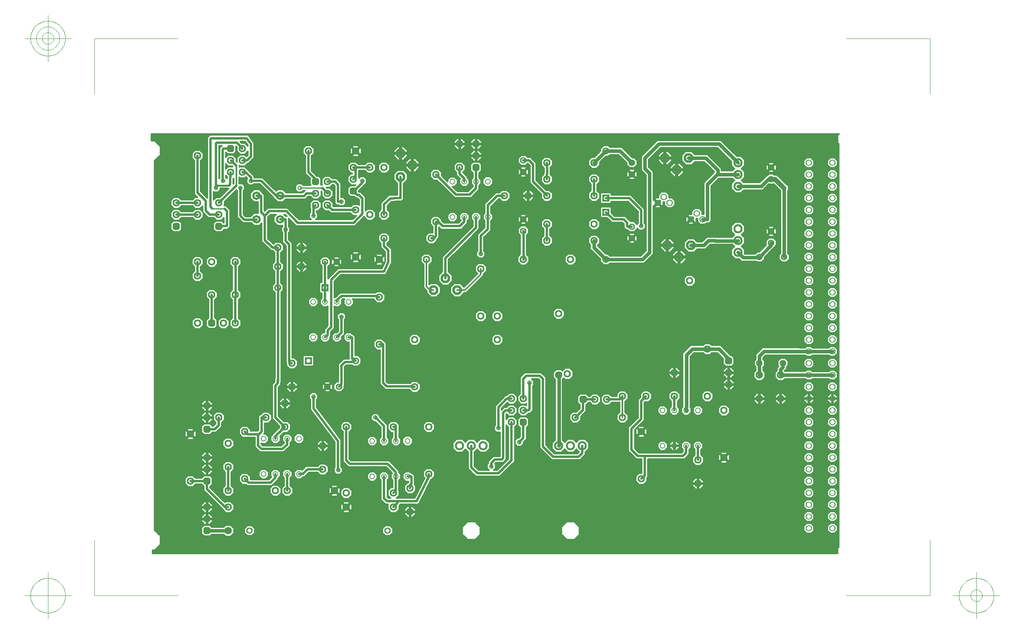
<source format=gbr>
G04 Generated by Ultiboard 10.0 *
%FSLAX25Y25*%
%MOIN*%

%ADD25C,0.03000*%
%ADD26C,0.01394*%
%ADD23C,0.00004*%
%ADD24C,0.02000*%
%ADD42C,0.01100*%
%ADD43C,0.01500*%
%ADD27C,0.01000*%
%ADD14C,0.04000*%
%ADD22C,0.00394*%
%ADD28C,0.03937X0.02362*%
%ADD29C,0.06334X0.03500*%
%ADD30C,0.05500X0.04000*%
%ADD31C,0.08334X0.04333*%
%ADD33C,0.04900X0.03500*%
%ADD34C,0.05512X0.03150*%
%ADD36C,0.05906X0.03543*%
%ADD37R,0.05906X0.05906X0.03543*%
%ADD38R,0.02083X0.02083X0.03917*%
%ADD18C,0.03917*%
%ADD39C,0.07166X0.03500*%
%ADD40C,0.07834X0.04667*%
%ADD41C,0.05337X0.03937*%


G04 ColorRGB 0000FF for the following layer *
%LNCopper Bottom*%
%LPD*%
%FSLAX25Y25*%
%MOIN*%
G54D25*
X512000Y368000D02*
X461000Y368000D01*
X511771Y194029D02*
X489305Y194029D01*
X501969Y304134D02*
X501835Y304000D01*
X501969Y333722D02*
X501969Y304134D01*
X510800Y342554D02*
X501969Y333722D01*
X500673Y356000D02*
X510800Y345873D01*
X501835Y304000D02*
X498000Y304000D01*
X508291Y286000D02*
X503000Y286000D01*
X503000Y286000D02*
X499000Y282000D01*
X96500Y40000D02*
X78000Y40000D01*
X376097Y171903D02*
X376000Y172000D01*
X376097Y112097D02*
X376000Y112000D01*
X376097Y171903D02*
X376097Y112097D01*
X484252Y188976D02*
X484252Y144685D01*
X489305Y194029D02*
X484252Y188976D01*
X484000Y144433D02*
X484000Y142000D01*
X484252Y144685D02*
X484000Y144433D01*
X447000Y270000D02*
X416000Y270000D01*
X416000Y270089D02*
X405933Y280156D01*
X405933Y280156D02*
X405933Y285933D01*
X405933Y285933D02*
X406000Y286000D01*
X407480Y353583D02*
X407480Y353480D01*
X407480Y353480D02*
X406000Y352000D01*
X414133Y360236D02*
X407480Y353583D01*
X428036Y362036D02*
X416036Y362036D01*
X414236Y360236D02*
X414133Y360236D01*
X416036Y362036D02*
X414236Y360236D01*
X438000Y352072D02*
X428036Y362036D01*
X438000Y352072D02*
X438000Y352000D01*
X453000Y276000D02*
X453000Y343000D01*
X447000Y270000D02*
X453000Y276000D01*
X499000Y282000D02*
X488000Y282000D01*
X453000Y343000D02*
X449000Y347000D01*
X449000Y356000D02*
X449000Y347000D01*
X461000Y368000D02*
X449000Y356000D01*
X500673Y356000D02*
X486000Y356000D01*
X587940Y172060D02*
X564317Y172060D01*
X564000Y176600D02*
X566000Y178600D01*
X566000Y178600D02*
X566000Y182300D01*
X549950Y192050D02*
X579000Y192050D01*
X520000Y185800D02*
X511771Y194029D01*
X545960Y188060D02*
X545960Y172040D01*
X545960Y188060D02*
X549950Y192050D01*
X520000Y185800D02*
X520000Y184000D01*
X545960Y172040D02*
X546000Y172000D01*
X564000Y176600D02*
X564000Y172000D01*
X603000Y172000D02*
X588000Y172000D01*
X587940Y172060D02*
X588000Y172000D01*
X607961Y172000D02*
X603000Y172000D01*
X579000Y192000D02*
X603000Y192000D01*
X607961Y192000D02*
X603000Y192000D01*
X567050Y330450D02*
X567050Y272250D01*
X543307Y271654D02*
X532293Y271654D01*
X527867Y285867D02*
X508424Y285867D01*
X527867Y285867D02*
X528000Y286000D01*
X532293Y271654D02*
X528000Y275947D01*
X556000Y282013D02*
X546100Y272113D01*
X556000Y282013D02*
X556000Y284000D01*
X545804Y271654D02*
X543307Y271654D01*
X547613Y332061D02*
X529896Y332061D01*
X510800Y345873D02*
X510800Y342554D01*
X523088Y342070D02*
X511085Y342070D01*
X511085Y342070D02*
X510700Y342454D01*
X529896Y332061D02*
X529835Y332000D01*
X529835Y332000D02*
X528000Y332000D01*
X523157Y342000D02*
X523088Y342070D01*
X528000Y342000D02*
X523157Y342000D01*
X528000Y352000D02*
X512000Y368000D01*
X553709Y338157D02*
X547613Y332061D01*
X556000Y338157D02*
X553709Y338157D01*
G54D26*
X499349Y352803D02*
X507603Y344549D01*
X507603Y344549D02*
X507603Y343878D01*
X507603Y343878D02*
X504471Y340746D01*
X504471Y340746D02*
X498418Y340746D01*
X498418Y340746D02*
X498418Y352803D01*
X498418Y352803D02*
X499349Y352803D01*
G36*
X499349Y352803D02*
X507603Y344549D01*
X507603Y343878D01*
X504471Y340746D01*
X498418Y340746D01*
X498418Y352803D01*
X499349Y352803D01*
G37*
X499349Y352803D02*
X507603Y344549D01*
X507603Y344549D02*
X507603Y343878D01*
X507603Y343878D02*
X504471Y340746D01*
X504471Y340746D02*
X498418Y340746D01*
X498418Y340746D02*
X498418Y352803D01*
X498418Y352803D02*
X499349Y352803D01*
X498418Y376303D02*
X513324Y376303D01*
X513324Y376303D02*
X513324Y371197D01*
X513324Y371197D02*
X498418Y371197D01*
X498418Y371197D02*
X498418Y376303D01*
G36*
X498418Y376303D02*
X513324Y376303D01*
X513324Y371197D01*
X498418Y371197D01*
X498418Y376303D01*
G37*
X498418Y376303D02*
X513324Y376303D01*
X513324Y376303D02*
X513324Y371197D01*
X513324Y371197D02*
X498418Y371197D01*
X498418Y371197D02*
X498418Y376303D01*
X504471Y340746D02*
X498772Y335047D01*
X498772Y335047D02*
X498772Y326926D01*
X498772Y326926D02*
X498418Y326926D01*
X498418Y326926D02*
X498418Y340746D01*
X498418Y340746D02*
X504471Y340746D01*
G36*
X504471Y340746D02*
X498772Y335047D01*
X498772Y326926D01*
X498418Y326926D01*
X498418Y340746D01*
X504471Y340746D01*
G37*
X504471Y340746D02*
X498772Y335047D01*
X498772Y335047D02*
X498772Y326926D01*
X498772Y326926D02*
X498418Y326926D01*
X498418Y326926D02*
X498418Y340746D01*
X498418Y340746D02*
X504471Y340746D01*
X501997Y359197D02*
X498418Y359197D01*
X498418Y359197D02*
X498418Y364803D01*
X498418Y364803D02*
X510676Y364803D01*
X510676Y364803D02*
X513324Y362155D01*
X513324Y362155D02*
X513324Y347870D01*
X513324Y347870D02*
X501997Y359197D01*
G36*
X501997Y359197D02*
X498418Y359197D01*
X498418Y364803D01*
X510676Y364803D01*
X513324Y362155D01*
X513324Y347870D01*
X501997Y359197D01*
G37*
X501997Y359197D02*
X498418Y359197D01*
X498418Y359197D02*
X498418Y364803D01*
X498418Y364803D02*
X510676Y364803D01*
X510676Y364803D02*
X513324Y362155D01*
X513324Y362155D02*
X513324Y347870D01*
X513324Y347870D02*
X501997Y359197D01*
X523258Y338803D02*
X525061Y337000D01*
X525061Y337000D02*
X522386Y334325D01*
X522386Y334325D02*
X522386Y329675D01*
X522386Y329675D02*
X525134Y326926D01*
X525134Y326926D02*
X505165Y326926D01*
X505165Y326926D02*
X505165Y332398D01*
X505165Y332398D02*
X511640Y338873D01*
X511640Y338873D02*
X521764Y338873D01*
X521764Y338873D02*
X521833Y338803D01*
X521833Y338803D02*
X523258Y338803D01*
G36*
X523258Y338803D02*
X525061Y337000D01*
X522386Y334325D01*
X522386Y329675D01*
X525134Y326926D01*
X505165Y326926D01*
X505165Y332398D01*
X511640Y338873D01*
X521764Y338873D01*
X521833Y338803D01*
X523258Y338803D01*
G37*
X523258Y338803D02*
X525061Y337000D01*
X525061Y337000D02*
X522386Y334325D01*
X522386Y334325D02*
X522386Y329675D01*
X522386Y329675D02*
X525134Y326926D01*
X525134Y326926D02*
X505165Y326926D01*
X505165Y326926D02*
X505165Y332398D01*
X505165Y332398D02*
X511640Y338873D01*
X511640Y338873D02*
X521764Y338873D01*
X521764Y338873D02*
X521833Y338803D01*
X521833Y338803D02*
X523258Y338803D01*
X525134Y326926D02*
X525675Y326386D01*
X525675Y326386D02*
X529191Y326386D01*
X529191Y326386D02*
X529191Y305324D01*
X529191Y305324D02*
X505165Y305324D01*
X505165Y305324D02*
X505165Y326926D01*
X505165Y326926D02*
X525134Y326926D01*
G36*
X525134Y326926D02*
X525675Y326386D01*
X529191Y326386D01*
X529191Y305324D01*
X505165Y305324D01*
X505165Y326926D01*
X525134Y326926D01*
G37*
X525134Y326926D02*
X525675Y326386D01*
X525675Y326386D02*
X529191Y326386D01*
X529191Y326386D02*
X529191Y305324D01*
X529191Y305324D02*
X505165Y305324D01*
X505165Y305324D02*
X505165Y326926D01*
X505165Y326926D02*
X525134Y326926D01*
X498418Y299553D02*
X499842Y299553D01*
X499842Y299553D02*
X501092Y300803D01*
X501092Y300803D02*
X503159Y300803D01*
X503159Y300803D02*
X505165Y302810D01*
X505165Y302810D02*
X505165Y305324D01*
X505165Y305324D02*
X529191Y305324D01*
X529191Y305324D02*
X529191Y301614D01*
X529191Y301614D02*
X525675Y301614D01*
X525675Y301614D02*
X522386Y298325D01*
X522386Y298325D02*
X522386Y293675D01*
X522386Y293675D02*
X525061Y291000D01*
X525061Y291000D02*
X523125Y289064D01*
X523125Y289064D02*
X509748Y289064D01*
X509748Y289064D02*
X509616Y289197D01*
X509616Y289197D02*
X501676Y289197D01*
X501676Y289197D02*
X499803Y287324D01*
X499803Y287324D02*
X498418Y287324D01*
X498418Y287324D02*
X498418Y299553D01*
G36*
X498418Y299553D02*
X499842Y299553D01*
X501092Y300803D01*
X503159Y300803D01*
X505165Y302810D01*
X505165Y305324D01*
X529191Y305324D01*
X529191Y301614D01*
X525675Y301614D01*
X522386Y298325D01*
X522386Y293675D01*
X525061Y291000D01*
X523125Y289064D01*
X509748Y289064D01*
X509616Y289197D01*
X501676Y289197D01*
X499803Y287324D01*
X498418Y287324D01*
X498418Y299553D01*
G37*
X498418Y299553D02*
X499842Y299553D01*
X499842Y299553D02*
X501092Y300803D01*
X501092Y300803D02*
X503159Y300803D01*
X503159Y300803D02*
X505165Y302810D01*
X505165Y302810D02*
X505165Y305324D01*
X505165Y305324D02*
X529191Y305324D01*
X529191Y305324D02*
X529191Y301614D01*
X529191Y301614D02*
X525675Y301614D01*
X525675Y301614D02*
X522386Y298325D01*
X522386Y298325D02*
X522386Y293675D01*
X522386Y293675D02*
X525061Y291000D01*
X525061Y291000D02*
X523125Y289064D01*
X523125Y289064D02*
X509748Y289064D01*
X509748Y289064D02*
X509616Y289197D01*
X509616Y289197D02*
X501676Y289197D01*
X501676Y289197D02*
X499803Y287324D01*
X499803Y287324D02*
X498418Y287324D01*
X498418Y287324D02*
X498418Y299553D01*
X523390Y282670D02*
X525061Y281000D01*
X525061Y281000D02*
X522386Y278325D01*
X522386Y278325D02*
X522386Y275156D01*
X522386Y275156D02*
X498418Y275156D01*
X498418Y275156D02*
X498418Y278803D01*
X498418Y278803D02*
X500324Y278803D01*
X500324Y278803D02*
X504324Y282803D01*
X504324Y282803D02*
X506967Y282803D01*
X506967Y282803D02*
X507100Y282670D01*
X507100Y282670D02*
X523390Y282670D01*
G36*
X523390Y282670D02*
X525061Y281000D01*
X522386Y278325D01*
X522386Y275156D01*
X498418Y275156D01*
X498418Y278803D01*
X500324Y278803D01*
X504324Y282803D01*
X506967Y282803D01*
X507100Y282670D01*
X523390Y282670D01*
G37*
X523390Y282670D02*
X525061Y281000D01*
X525061Y281000D02*
X522386Y278325D01*
X522386Y278325D02*
X522386Y275156D01*
X522386Y275156D02*
X498418Y275156D01*
X498418Y275156D02*
X498418Y278803D01*
X498418Y278803D02*
X500324Y278803D01*
X500324Y278803D02*
X504324Y282803D01*
X504324Y282803D02*
X506967Y282803D01*
X506967Y282803D02*
X507100Y282670D01*
X507100Y282670D02*
X523390Y282670D01*
X543246Y268457D02*
X544156Y267547D01*
X544156Y267547D02*
X544631Y267547D01*
X544631Y267547D02*
X544631Y223385D01*
X544631Y223385D02*
X498418Y223385D01*
X498418Y223385D02*
X498418Y275156D01*
X498418Y275156D02*
X522386Y275156D01*
X522386Y275156D02*
X522386Y273675D01*
X522386Y273675D02*
X525675Y270386D01*
X525675Y270386D02*
X529040Y270386D01*
X529040Y270386D02*
X530969Y268457D01*
X530969Y268457D02*
X543246Y268457D01*
G36*
X543246Y268457D02*
X544156Y267547D01*
X544631Y267547D01*
X544631Y223385D01*
X498418Y223385D01*
X498418Y275156D01*
X522386Y275156D01*
X522386Y273675D01*
X525675Y270386D01*
X529040Y270386D01*
X530969Y268457D01*
X543246Y268457D01*
G37*
X543246Y268457D02*
X544156Y267547D01*
X544156Y267547D02*
X544631Y267547D01*
X544631Y267547D02*
X544631Y223385D01*
X544631Y223385D02*
X498418Y223385D01*
X498418Y223385D02*
X498418Y275156D01*
X498418Y275156D02*
X522386Y275156D01*
X522386Y275156D02*
X522386Y273675D01*
X522386Y273675D02*
X525675Y270386D01*
X525675Y270386D02*
X529040Y270386D01*
X529040Y270386D02*
X530969Y268457D01*
X530969Y268457D02*
X543246Y268457D01*
X505653Y197226D02*
X504015Y198864D01*
X504015Y198864D02*
X499985Y198864D01*
X499985Y198864D02*
X498418Y197297D01*
X498418Y197297D02*
X498418Y223385D01*
X498418Y223385D02*
X518676Y223385D01*
X518676Y223385D02*
X518676Y195428D01*
X518676Y195428D02*
X514893Y195428D01*
X514893Y195428D02*
X513095Y197226D01*
X513095Y197226D02*
X505653Y197226D01*
G36*
X505653Y197226D02*
X504015Y198864D01*
X499985Y198864D01*
X498418Y197297D01*
X498418Y223385D01*
X518676Y223385D01*
X518676Y195428D01*
X514893Y195428D01*
X513095Y197226D01*
X505653Y197226D01*
G37*
X505653Y197226D02*
X504015Y198864D01*
X504015Y198864D02*
X499985Y198864D01*
X499985Y198864D02*
X498418Y197297D01*
X498418Y197297D02*
X498418Y223385D01*
X498418Y223385D02*
X518676Y223385D01*
X518676Y223385D02*
X518676Y195428D01*
X518676Y195428D02*
X514893Y195428D01*
X514893Y195428D02*
X513095Y197226D01*
X513095Y197226D02*
X505653Y197226D01*
X498418Y190703D02*
X499985Y189136D01*
X499985Y189136D02*
X504015Y189136D01*
X504015Y189136D02*
X505711Y190832D01*
X505711Y190832D02*
X510447Y190832D01*
X510447Y190832D02*
X515303Y185976D01*
X515303Y185976D02*
X515303Y181444D01*
X515303Y181444D02*
X517444Y179303D01*
X517444Y179303D02*
X518676Y179303D01*
X518676Y179303D02*
X518676Y178864D01*
X518676Y178864D02*
X517985Y178864D01*
X517985Y178864D02*
X515136Y176015D01*
X515136Y176015D02*
X515136Y174504D01*
X515136Y174504D02*
X518676Y174504D01*
X518676Y174504D02*
X518676Y173496D01*
X518676Y173496D02*
X515136Y173496D01*
X515136Y173496D02*
X515136Y171985D01*
X515136Y171985D02*
X515507Y171615D01*
X515507Y171615D02*
X498418Y171615D01*
X498418Y171615D02*
X498418Y190703D01*
G36*
X498418Y190703D02*
X499985Y189136D01*
X504015Y189136D01*
X505711Y190832D01*
X510447Y190832D01*
X515303Y185976D01*
X515303Y181444D01*
X517444Y179303D01*
X518676Y179303D01*
X518676Y178864D01*
X517985Y178864D01*
X515136Y176015D01*
X515136Y174504D01*
X518676Y174504D01*
X518676Y173496D01*
X515136Y173496D01*
X515136Y171985D01*
X515507Y171615D01*
X498418Y171615D01*
X498418Y190703D01*
G37*
X498418Y190703D02*
X499985Y189136D01*
X499985Y189136D02*
X504015Y189136D01*
X504015Y189136D02*
X505711Y190832D01*
X505711Y190832D02*
X510447Y190832D01*
X510447Y190832D02*
X515303Y185976D01*
X515303Y185976D02*
X515303Y181444D01*
X515303Y181444D02*
X517444Y179303D01*
X517444Y179303D02*
X518676Y179303D01*
X518676Y179303D02*
X518676Y178864D01*
X518676Y178864D02*
X517985Y178864D01*
X517985Y178864D02*
X515136Y176015D01*
X515136Y176015D02*
X515136Y174504D01*
X515136Y174504D02*
X518676Y174504D01*
X518676Y174504D02*
X518676Y173496D01*
X518676Y173496D02*
X515136Y173496D01*
X515136Y173496D02*
X515136Y171985D01*
X515136Y171985D02*
X515507Y171615D01*
X515507Y171615D02*
X498418Y171615D01*
X498418Y171615D02*
X498418Y190703D01*
X517985Y168864D02*
X515136Y166015D01*
X515136Y166015D02*
X515136Y164504D01*
X515136Y164504D02*
X517985Y164504D01*
X517985Y164504D02*
X517985Y163496D01*
X517985Y163496D02*
X515136Y163496D01*
X515136Y163496D02*
X515136Y161985D01*
X515136Y161985D02*
X498418Y161985D01*
X498418Y161985D02*
X498418Y171615D01*
X498418Y171615D02*
X515507Y171615D01*
X515507Y171615D02*
X517985Y169136D01*
X517985Y169136D02*
X517985Y168864D01*
G36*
X517985Y168864D02*
X515136Y166015D01*
X515136Y164504D01*
X517985Y164504D01*
X517985Y163496D01*
X515136Y163496D01*
X515136Y161985D01*
X498418Y161985D01*
X498418Y171615D01*
X515507Y171615D01*
X517985Y169136D01*
X517985Y168864D01*
G37*
X517985Y168864D02*
X515136Y166015D01*
X515136Y166015D02*
X515136Y164504D01*
X515136Y164504D02*
X517985Y164504D01*
X517985Y164504D02*
X517985Y163496D01*
X517985Y163496D02*
X515136Y163496D01*
X515136Y163496D02*
X515136Y161985D01*
X515136Y161985D02*
X498418Y161985D01*
X498418Y161985D02*
X498418Y171615D01*
X498418Y171615D02*
X515507Y171615D01*
X515507Y171615D02*
X517985Y169136D01*
X517985Y169136D02*
X517985Y168864D01*
X506864Y155428D02*
X506864Y156015D01*
X506864Y156015D02*
X504015Y158864D01*
X504015Y158864D02*
X499985Y158864D01*
X499985Y158864D02*
X498418Y157297D01*
X498418Y157297D02*
X498418Y161985D01*
X498418Y161985D02*
X515136Y161985D01*
X515136Y161985D02*
X517985Y159136D01*
X517985Y159136D02*
X519496Y159136D01*
X519496Y159136D02*
X519496Y161985D01*
X519496Y161985D02*
X520504Y161985D01*
X520504Y161985D02*
X520504Y159136D01*
X520504Y159136D02*
X522015Y159136D01*
X522015Y159136D02*
X522015Y155428D01*
X522015Y155428D02*
X506864Y155428D01*
G36*
X506864Y155428D02*
X506864Y156015D01*
X504015Y158864D01*
X499985Y158864D01*
X498418Y157297D01*
X498418Y161985D01*
X515136Y161985D01*
X517985Y159136D01*
X519496Y159136D01*
X519496Y161985D01*
X520504Y161985D01*
X520504Y159136D01*
X522015Y159136D01*
X522015Y155428D01*
X506864Y155428D01*
G37*
X506864Y155428D02*
X506864Y156015D01*
X506864Y156015D02*
X504015Y158864D01*
X504015Y158864D02*
X499985Y158864D01*
X499985Y158864D02*
X498418Y157297D01*
X498418Y157297D02*
X498418Y161985D01*
X498418Y161985D02*
X515136Y161985D01*
X515136Y161985D02*
X517985Y159136D01*
X517985Y159136D02*
X519496Y159136D01*
X519496Y159136D02*
X519496Y161985D01*
X519496Y161985D02*
X520504Y161985D01*
X520504Y161985D02*
X520504Y159136D01*
X520504Y159136D02*
X522015Y159136D01*
X522015Y159136D02*
X522015Y155428D01*
X522015Y155428D02*
X506864Y155428D01*
X504864Y149985D02*
X506864Y151985D01*
X506864Y151985D02*
X506864Y155428D01*
X506864Y155428D02*
X522015Y155428D01*
X522015Y155428D02*
X522015Y149985D01*
X522015Y149985D02*
X504864Y149985D01*
G36*
X504864Y149985D02*
X506864Y151985D01*
X506864Y155428D01*
X522015Y155428D01*
X522015Y149985D01*
X504864Y149985D01*
G37*
X504864Y149985D02*
X506864Y151985D01*
X506864Y151985D02*
X506864Y155428D01*
X506864Y155428D02*
X522015Y155428D01*
X522015Y155428D02*
X522015Y149985D01*
X522015Y149985D02*
X504864Y149985D01*
X499136Y149985D02*
X499985Y149136D01*
X499985Y149136D02*
X504015Y149136D01*
X504015Y149136D02*
X504864Y149985D01*
X504864Y149985D02*
X517428Y149985D01*
X517428Y149985D02*
X517428Y146864D01*
X517428Y146864D02*
X513985Y146864D01*
X513985Y146864D02*
X511136Y144015D01*
X511136Y144015D02*
X511136Y139985D01*
X511136Y139985D02*
X513985Y137136D01*
X513985Y137136D02*
X517428Y137136D01*
X517428Y137136D02*
X517428Y119844D01*
X517428Y119844D02*
X498418Y119844D01*
X498418Y119844D02*
X498418Y149985D01*
X498418Y149985D02*
X499136Y149985D01*
G36*
X499136Y149985D02*
X499985Y149136D01*
X504015Y149136D01*
X504864Y149985D01*
X517428Y149985D01*
X517428Y146864D01*
X513985Y146864D01*
X511136Y144015D01*
X511136Y139985D01*
X513985Y137136D01*
X517428Y137136D01*
X517428Y119844D01*
X498418Y119844D01*
X498418Y149985D01*
X499136Y149985D01*
G37*
X499136Y149985D02*
X499985Y149136D01*
X499985Y149136D02*
X504015Y149136D01*
X504015Y149136D02*
X504864Y149985D01*
X504864Y149985D02*
X517428Y149985D01*
X517428Y149985D02*
X517428Y146864D01*
X517428Y146864D02*
X513985Y146864D01*
X513985Y146864D02*
X511136Y144015D01*
X511136Y144015D02*
X511136Y139985D01*
X511136Y139985D02*
X513985Y137136D01*
X513985Y137136D02*
X517428Y137136D01*
X517428Y137136D02*
X517428Y119844D01*
X517428Y119844D02*
X498418Y119844D01*
X498418Y119844D02*
X498418Y149985D01*
X498418Y149985D02*
X499136Y149985D01*
X498864Y98205D02*
X498864Y102015D01*
X498864Y102015D02*
X498418Y102460D01*
X498418Y102460D02*
X498418Y119844D01*
X498418Y119844D02*
X512205Y119844D01*
X512205Y119844D02*
X512205Y105083D01*
X512205Y105083D02*
X511136Y104015D01*
X511136Y104015D02*
X511136Y99985D01*
X511136Y99985D02*
X512205Y98917D01*
X512205Y98917D02*
X512205Y98205D01*
X512205Y98205D02*
X498864Y98205D01*
G36*
X498864Y98205D02*
X498864Y102015D01*
X498418Y102460D01*
X498418Y119844D01*
X512205Y119844D01*
X512205Y105083D01*
X511136Y104015D01*
X511136Y99985D01*
X512205Y98917D01*
X512205Y98205D01*
X498864Y98205D01*
G37*
X498864Y98205D02*
X498864Y102015D01*
X498864Y102015D02*
X498418Y102460D01*
X498418Y102460D02*
X498418Y119844D01*
X498418Y119844D02*
X512205Y119844D01*
X512205Y119844D02*
X512205Y105083D01*
X512205Y105083D02*
X511136Y104015D01*
X511136Y104015D02*
X511136Y99985D01*
X511136Y99985D02*
X512205Y98917D01*
X512205Y98917D02*
X512205Y98205D01*
X512205Y98205D02*
X498864Y98205D01*
X498418Y80504D02*
X498864Y80504D01*
X498864Y80504D02*
X498864Y82015D01*
X498864Y82015D02*
X498418Y82460D01*
X498418Y82460D02*
X498418Y97540D01*
X498418Y97540D02*
X498864Y97985D01*
X498864Y97985D02*
X498864Y98205D01*
X498864Y98205D02*
X512917Y98205D01*
X512917Y98205D02*
X513985Y97136D01*
X513985Y97136D02*
X518015Y97136D01*
X518015Y97136D02*
X519083Y98205D01*
X519083Y98205D02*
X519795Y98205D01*
X519795Y98205D02*
X519795Y68074D01*
X519795Y68074D02*
X498418Y68074D01*
X498418Y68074D02*
X498418Y77540D01*
X498418Y77540D02*
X498864Y77985D01*
X498864Y77985D02*
X498864Y79496D01*
X498864Y79496D02*
X498418Y79496D01*
X498418Y79496D02*
X498418Y80504D01*
G36*
X498418Y80504D02*
X498864Y80504D01*
X498864Y82015D01*
X498418Y82460D01*
X498418Y97540D01*
X498864Y97985D01*
X498864Y98205D01*
X512917Y98205D01*
X513985Y97136D01*
X518015Y97136D01*
X519083Y98205D01*
X519795Y98205D01*
X519795Y68074D01*
X498418Y68074D01*
X498418Y77540D01*
X498864Y77985D01*
X498864Y79496D01*
X498418Y79496D01*
X498418Y80504D01*
G37*
X498418Y80504D02*
X498864Y80504D01*
X498864Y80504D02*
X498864Y82015D01*
X498864Y82015D02*
X498418Y82460D01*
X498418Y82460D02*
X498418Y97540D01*
X498418Y97540D02*
X498864Y97985D01*
X498864Y97985D02*
X498864Y98205D01*
X498864Y98205D02*
X512917Y98205D01*
X512917Y98205D02*
X513985Y97136D01*
X513985Y97136D02*
X518015Y97136D01*
X518015Y97136D02*
X519083Y98205D01*
X519083Y98205D02*
X519795Y98205D01*
X519795Y98205D02*
X519795Y68074D01*
X519795Y68074D02*
X498418Y68074D01*
X498418Y68074D02*
X498418Y77540D01*
X498418Y77540D02*
X498864Y77985D01*
X498864Y77985D02*
X498864Y79496D01*
X498864Y79496D02*
X498418Y79496D01*
X498418Y79496D02*
X498418Y80504D01*
X557057Y20697D02*
X498418Y20697D01*
X498418Y20697D02*
X498418Y68074D01*
X498418Y68074D02*
X557057Y68074D01*
X557057Y68074D02*
X557057Y20697D01*
G36*
X557057Y20697D02*
X498418Y20697D01*
X498418Y68074D01*
X557057Y68074D01*
X557057Y20697D01*
G37*
X557057Y20697D02*
X498418Y20697D01*
X498418Y20697D02*
X498418Y68074D01*
X498418Y68074D02*
X557057Y68074D01*
X557057Y68074D02*
X557057Y20697D01*
X244429Y376303D02*
X263861Y376303D01*
X263861Y376303D02*
X263861Y357571D01*
X263861Y357571D02*
X247864Y357571D01*
X247864Y357571D02*
X247864Y359393D01*
X247864Y359393D02*
X244429Y359393D01*
X244429Y359393D02*
X244429Y360607D01*
X244429Y360607D02*
X247864Y360607D01*
X247864Y360607D02*
X247864Y362429D01*
X247864Y362429D02*
X244429Y365864D01*
X244429Y365864D02*
X244429Y376303D01*
G36*
X244429Y376303D02*
X263861Y376303D01*
X263861Y357571D01*
X247864Y357571D01*
X247864Y359393D01*
X244429Y359393D01*
X244429Y360607D01*
X247864Y360607D01*
X247864Y362429D01*
X244429Y365864D01*
X244429Y376303D01*
G37*
X244429Y376303D02*
X263861Y376303D01*
X263861Y376303D02*
X263861Y357571D01*
X263861Y357571D02*
X247864Y357571D01*
X247864Y357571D02*
X247864Y359393D01*
X247864Y359393D02*
X244429Y359393D01*
X244429Y359393D02*
X244429Y360607D01*
X244429Y360607D02*
X247864Y360607D01*
X247864Y360607D02*
X247864Y362429D01*
X247864Y362429D02*
X244429Y365864D01*
X244429Y365864D02*
X244429Y376303D01*
X254429Y355864D02*
X252607Y355864D01*
X252607Y355864D02*
X252607Y350607D01*
X252607Y350607D02*
X254429Y350607D01*
X254429Y350607D02*
X254429Y349393D01*
X254429Y349393D02*
X252607Y349393D01*
X252607Y349393D02*
X252607Y347571D01*
X252607Y347571D02*
X251393Y347571D01*
X251393Y347571D02*
X251393Y349393D01*
X251393Y349393D02*
X249571Y349393D01*
X249571Y349393D02*
X249571Y350607D01*
X249571Y350607D02*
X251393Y350607D01*
X251393Y350607D02*
X251393Y355864D01*
X251393Y355864D02*
X249571Y355864D01*
X249571Y355864D02*
X249571Y357571D01*
X249571Y357571D02*
X254429Y357571D01*
X254429Y357571D02*
X254429Y355864D01*
G36*
X254429Y355864D02*
X252607Y355864D01*
X252607Y350607D01*
X254429Y350607D01*
X254429Y349393D01*
X252607Y349393D01*
X252607Y347571D01*
X251393Y347571D01*
X251393Y349393D01*
X249571Y349393D01*
X249571Y350607D01*
X251393Y350607D01*
X251393Y355864D01*
X249571Y355864D01*
X249571Y357571D01*
X254429Y357571D01*
X254429Y355864D01*
G37*
X254429Y355864D02*
X252607Y355864D01*
X252607Y355864D02*
X252607Y350607D01*
X252607Y350607D02*
X254429Y350607D01*
X254429Y350607D02*
X254429Y349393D01*
X254429Y349393D02*
X252607Y349393D01*
X252607Y349393D02*
X252607Y347571D01*
X252607Y347571D02*
X251393Y347571D01*
X251393Y347571D02*
X251393Y349393D01*
X251393Y349393D02*
X249571Y349393D01*
X249571Y349393D02*
X249571Y350607D01*
X249571Y350607D02*
X251393Y350607D01*
X251393Y350607D02*
X251393Y355864D01*
X251393Y355864D02*
X249571Y355864D01*
X249571Y355864D02*
X249571Y357571D01*
X249571Y357571D02*
X254429Y357571D01*
X254429Y357571D02*
X254429Y355864D01*
X246136Y347571D02*
X249571Y344136D01*
X249571Y344136D02*
X251393Y344136D01*
X251393Y344136D02*
X251393Y347571D01*
X251393Y347571D02*
X252607Y347571D01*
X252607Y347571D02*
X252607Y344136D01*
X252607Y344136D02*
X254429Y344136D01*
X254429Y344136D02*
X257864Y347571D01*
X257864Y347571D02*
X263861Y347571D01*
X263861Y347571D02*
X263861Y337731D01*
X263861Y337731D02*
X247864Y337731D01*
X247864Y337731D02*
X247864Y342429D01*
X247864Y342429D02*
X244429Y345864D01*
X244429Y345864D02*
X239571Y345864D01*
X239571Y345864D02*
X236136Y342429D01*
X236136Y342429D02*
X236136Y337731D01*
X236136Y337731D02*
X229428Y337731D01*
X229428Y337731D02*
X229428Y343136D01*
X229428Y343136D02*
X230015Y343136D01*
X230015Y343136D02*
X232864Y345985D01*
X232864Y345985D02*
X232864Y347571D01*
X232864Y347571D02*
X246136Y347571D01*
G36*
X246136Y347571D02*
X249571Y344136D01*
X251393Y344136D01*
X251393Y347571D01*
X252607Y347571D01*
X252607Y344136D01*
X254429Y344136D01*
X257864Y347571D01*
X263861Y347571D01*
X263861Y337731D01*
X247864Y337731D01*
X247864Y342429D01*
X244429Y345864D01*
X239571Y345864D01*
X236136Y342429D01*
X236136Y337731D01*
X229428Y337731D01*
X229428Y343136D01*
X230015Y343136D01*
X232864Y345985D01*
X232864Y347571D01*
X246136Y347571D01*
G37*
X246136Y347571D02*
X249571Y344136D01*
X249571Y344136D02*
X251393Y344136D01*
X251393Y344136D02*
X251393Y347571D01*
X251393Y347571D02*
X252607Y347571D01*
X252607Y347571D02*
X252607Y344136D01*
X252607Y344136D02*
X254429Y344136D01*
X254429Y344136D02*
X257864Y347571D01*
X257864Y347571D02*
X263861Y347571D01*
X263861Y347571D02*
X263861Y337731D01*
X263861Y337731D02*
X247864Y337731D01*
X247864Y337731D02*
X247864Y342429D01*
X247864Y342429D02*
X244429Y345864D01*
X244429Y345864D02*
X239571Y345864D01*
X239571Y345864D02*
X236136Y342429D01*
X236136Y342429D02*
X236136Y337731D01*
X236136Y337731D02*
X229428Y337731D01*
X229428Y337731D02*
X229428Y343136D01*
X229428Y343136D02*
X230015Y343136D01*
X230015Y343136D02*
X232864Y345985D01*
X232864Y345985D02*
X232864Y347571D01*
X232864Y347571D02*
X246136Y347571D01*
X244697Y334404D02*
X247864Y337571D01*
X247864Y337571D02*
X247864Y337731D01*
X247864Y337731D02*
X263861Y337731D01*
X263861Y337731D02*
X263861Y326926D01*
X263861Y326926D02*
X244697Y326926D01*
X244697Y326926D02*
X244697Y334404D01*
G36*
X244697Y334404D02*
X247864Y337571D01*
X247864Y337731D01*
X263861Y337731D01*
X263861Y326926D01*
X244697Y326926D01*
X244697Y334404D01*
G37*
X244697Y334404D02*
X247864Y337571D01*
X247864Y337571D02*
X247864Y337731D01*
X247864Y337731D02*
X263861Y337731D01*
X263861Y337731D02*
X263861Y326926D01*
X263861Y326926D02*
X244697Y326926D01*
X244697Y326926D02*
X244697Y334404D01*
X263861Y290739D02*
X263136Y290015D01*
X263136Y290015D02*
X263136Y285985D01*
X263136Y285985D02*
X263861Y285261D01*
X263861Y285261D02*
X263861Y275156D01*
X263861Y275156D02*
X243117Y275156D01*
X243117Y275156D02*
X243117Y319303D01*
X243117Y319303D02*
X244697Y320883D01*
X244697Y320883D02*
X244697Y326926D01*
X244697Y326926D02*
X263861Y326926D01*
X263861Y326926D02*
X263861Y290739D01*
G36*
X263861Y290739D02*
X263136Y290015D01*
X263136Y285985D01*
X263861Y285261D01*
X263861Y275156D01*
X243117Y275156D01*
X243117Y319303D01*
X244697Y320883D01*
X244697Y326926D01*
X263861Y326926D01*
X263861Y290739D01*
G37*
X263861Y290739D02*
X263136Y290015D01*
X263136Y290015D02*
X263136Y285985D01*
X263136Y285985D02*
X263861Y285261D01*
X263861Y285261D02*
X263861Y275156D01*
X263861Y275156D02*
X243117Y275156D01*
X243117Y275156D02*
X243117Y319303D01*
X243117Y319303D02*
X244697Y320883D01*
X244697Y320883D02*
X244697Y326926D01*
X244697Y326926D02*
X263861Y326926D01*
X263861Y326926D02*
X263861Y290739D01*
X263861Y274864D02*
X261985Y274864D01*
X261985Y274864D02*
X259136Y272015D01*
X259136Y272015D02*
X259136Y267985D01*
X259136Y267985D02*
X261606Y265515D01*
X261606Y265515D02*
X261606Y246008D01*
X261606Y246008D02*
X263861Y243754D01*
X263861Y243754D02*
X263861Y223385D01*
X263861Y223385D02*
X225117Y223385D01*
X225117Y223385D02*
X225117Y233136D01*
X225117Y233136D02*
X226015Y233136D01*
X226015Y233136D02*
X228864Y235985D01*
X228864Y235985D02*
X228864Y240015D01*
X228864Y240015D02*
X226015Y242864D01*
X226015Y242864D02*
X225117Y242864D01*
X225117Y242864D02*
X225117Y257098D01*
X225117Y257098D02*
X227126Y257098D01*
X227126Y257098D02*
X227555Y256884D01*
X227555Y256884D02*
X228200Y257098D01*
X228200Y257098D02*
X228879Y257098D01*
X228879Y257098D02*
X229219Y257438D01*
X229219Y257438D02*
X229675Y257590D01*
X229675Y257590D02*
X229979Y258198D01*
X229979Y258198D02*
X230459Y258678D01*
X230459Y258678D02*
X230459Y259159D01*
X230459Y259159D02*
X233931Y266103D01*
X233931Y266103D02*
X234412Y266584D01*
X234412Y266584D02*
X234412Y267064D01*
X234412Y267064D02*
X234627Y267494D01*
X234627Y267494D02*
X234412Y268138D01*
X234412Y268138D02*
X234412Y275156D01*
X234412Y275156D02*
X263861Y275156D01*
X263861Y275156D02*
X263861Y274864D01*
G36*
X263861Y274864D02*
X261985Y274864D01*
X259136Y272015D01*
X259136Y267985D01*
X261606Y265515D01*
X261606Y246008D01*
X263861Y243754D01*
X263861Y223385D01*
X225117Y223385D01*
X225117Y233136D01*
X226015Y233136D01*
X228864Y235985D01*
X228864Y240015D01*
X226015Y242864D01*
X225117Y242864D01*
X225117Y257098D01*
X227126Y257098D01*
X227555Y256884D01*
X228200Y257098D01*
X228879Y257098D01*
X229219Y257438D01*
X229675Y257590D01*
X229979Y258198D01*
X230459Y258678D01*
X230459Y259159D01*
X233931Y266103D01*
X234412Y266584D01*
X234412Y267064D01*
X234627Y267494D01*
X234412Y268138D01*
X234412Y275156D01*
X263861Y275156D01*
X263861Y274864D01*
G37*
X263861Y274864D02*
X261985Y274864D01*
X261985Y274864D02*
X259136Y272015D01*
X259136Y272015D02*
X259136Y267985D01*
X259136Y267985D02*
X261606Y265515D01*
X261606Y265515D02*
X261606Y246008D01*
X261606Y246008D02*
X263861Y243754D01*
X263861Y243754D02*
X263861Y223385D01*
X263861Y223385D02*
X225117Y223385D01*
X225117Y223385D02*
X225117Y233136D01*
X225117Y233136D02*
X226015Y233136D01*
X226015Y233136D02*
X228864Y235985D01*
X228864Y235985D02*
X228864Y240015D01*
X228864Y240015D02*
X226015Y242864D01*
X226015Y242864D02*
X225117Y242864D01*
X225117Y242864D02*
X225117Y257098D01*
X225117Y257098D02*
X227126Y257098D01*
X227126Y257098D02*
X227555Y256884D01*
X227555Y256884D02*
X228200Y257098D01*
X228200Y257098D02*
X228879Y257098D01*
X228879Y257098D02*
X229219Y257438D01*
X229219Y257438D02*
X229675Y257590D01*
X229675Y257590D02*
X229979Y258198D01*
X229979Y258198D02*
X230459Y258678D01*
X230459Y258678D02*
X230459Y259159D01*
X230459Y259159D02*
X233931Y266103D01*
X233931Y266103D02*
X234412Y266584D01*
X234412Y266584D02*
X234412Y267064D01*
X234412Y267064D02*
X234627Y267494D01*
X234627Y267494D02*
X234412Y268138D01*
X234412Y268138D02*
X234412Y275156D01*
X234412Y275156D02*
X263861Y275156D01*
X263861Y275156D02*
X263861Y274864D01*
X257996Y199117D02*
X258864Y199985D01*
X258864Y199985D02*
X258864Y204015D01*
X258864Y204015D02*
X256015Y206864D01*
X256015Y206864D02*
X251985Y206864D01*
X251985Y206864D02*
X249136Y204015D01*
X249136Y204015D02*
X249136Y199985D01*
X249136Y199985D02*
X250004Y199117D01*
X250004Y199117D02*
X229894Y199117D01*
X229894Y199117D02*
X228314Y200697D01*
X228314Y200697D02*
X228182Y200697D01*
X228182Y200697D02*
X226015Y202864D01*
X226015Y202864D02*
X221985Y202864D01*
X221985Y202864D02*
X219136Y200015D01*
X219136Y200015D02*
X219136Y199117D01*
X219136Y199117D02*
X205221Y199117D01*
X205221Y199117D02*
X205221Y223385D01*
X205221Y223385D02*
X263861Y223385D01*
X263861Y223385D02*
X263861Y199117D01*
X263861Y199117D02*
X257996Y199117D01*
G36*
X257996Y199117D02*
X258864Y199985D01*
X258864Y204015D01*
X256015Y206864D01*
X251985Y206864D01*
X249136Y204015D01*
X249136Y199985D01*
X250004Y199117D01*
X229894Y199117D01*
X228314Y200697D01*
X228182Y200697D01*
X226015Y202864D01*
X221985Y202864D01*
X219136Y200015D01*
X219136Y199117D01*
X205221Y199117D01*
X205221Y223385D01*
X263861Y223385D01*
X263861Y199117D01*
X257996Y199117D01*
G37*
X257996Y199117D02*
X258864Y199985D01*
X258864Y199985D02*
X258864Y204015D01*
X258864Y204015D02*
X256015Y206864D01*
X256015Y206864D02*
X251985Y206864D01*
X251985Y206864D02*
X249136Y204015D01*
X249136Y204015D02*
X249136Y199985D01*
X249136Y199985D02*
X250004Y199117D01*
X250004Y199117D02*
X229894Y199117D01*
X229894Y199117D02*
X228314Y200697D01*
X228314Y200697D02*
X228182Y200697D01*
X228182Y200697D02*
X226015Y202864D01*
X226015Y202864D02*
X221985Y202864D01*
X221985Y202864D02*
X219136Y200015D01*
X219136Y200015D02*
X219136Y199117D01*
X219136Y199117D02*
X205221Y199117D01*
X205221Y199117D02*
X205221Y223385D01*
X205221Y223385D02*
X263861Y223385D01*
X263861Y223385D02*
X263861Y199117D01*
X263861Y199117D02*
X257996Y199117D01*
X250004Y199117D02*
X251985Y197136D01*
X251985Y197136D02*
X256015Y197136D01*
X256015Y197136D02*
X257996Y199117D01*
X257996Y199117D02*
X263861Y199117D01*
X263861Y199117D02*
X263861Y171615D01*
X263861Y171615D02*
X230059Y171615D01*
X230059Y171615D02*
X230059Y198952D01*
X230059Y198952D02*
X229894Y199117D01*
X229894Y199117D02*
X250004Y199117D01*
G36*
X250004Y199117D02*
X251985Y197136D01*
X256015Y197136D01*
X257996Y199117D01*
X263861Y199117D01*
X263861Y171615D01*
X230059Y171615D01*
X230059Y198952D01*
X229894Y199117D01*
X250004Y199117D01*
G37*
X250004Y199117D02*
X251985Y197136D01*
X251985Y197136D02*
X256015Y197136D01*
X256015Y197136D02*
X257996Y199117D01*
X257996Y199117D02*
X263861Y199117D01*
X263861Y199117D02*
X263861Y171615D01*
X263861Y171615D02*
X230059Y171615D01*
X230059Y171615D02*
X230059Y198952D01*
X230059Y198952D02*
X229894Y199117D01*
X229894Y199117D02*
X250004Y199117D01*
X250276Y119844D02*
X249793Y120328D01*
X249793Y120328D02*
X246207Y120328D01*
X246207Y120328D02*
X245724Y119844D01*
X245724Y119844D02*
X240759Y119844D01*
X240759Y119844D02*
X240759Y125881D01*
X240759Y125881D02*
X240864Y125985D01*
X240864Y125985D02*
X240864Y130015D01*
X240864Y130015D02*
X238886Y131992D01*
X238886Y131992D02*
X238886Y159705D01*
X238886Y159705D02*
X249417Y159705D01*
X249417Y159705D02*
X251985Y157136D01*
X251985Y157136D02*
X252101Y157136D01*
X252101Y157136D02*
X252101Y119844D01*
X252101Y119844D02*
X250276Y119844D01*
G36*
X250276Y119844D02*
X249793Y120328D01*
X246207Y120328D01*
X245724Y119844D01*
X240759Y119844D01*
X240759Y125881D01*
X240864Y125985D01*
X240864Y130015D01*
X238886Y131992D01*
X238886Y159705D01*
X249417Y159705D01*
X251985Y157136D01*
X252101Y157136D01*
X252101Y119844D01*
X250276Y119844D01*
G37*
X250276Y119844D02*
X249793Y120328D01*
X249793Y120328D02*
X246207Y120328D01*
X246207Y120328D02*
X245724Y119844D01*
X245724Y119844D02*
X240759Y119844D01*
X240759Y119844D02*
X240759Y125881D01*
X240759Y125881D02*
X240864Y125985D01*
X240864Y125985D02*
X240864Y130015D01*
X240864Y130015D02*
X238886Y131992D01*
X238886Y131992D02*
X238886Y159705D01*
X238886Y159705D02*
X249417Y159705D01*
X249417Y159705D02*
X251985Y157136D01*
X251985Y157136D02*
X252101Y157136D01*
X252101Y157136D02*
X252101Y119844D01*
X252101Y119844D02*
X250276Y119844D01*
X252101Y157136D02*
X256015Y157136D01*
X256015Y157136D02*
X258864Y159985D01*
X258864Y159985D02*
X258864Y164015D01*
X258864Y164015D02*
X256015Y166864D01*
X256015Y166864D02*
X252101Y166864D01*
X252101Y166864D02*
X252101Y171615D01*
X252101Y171615D02*
X263861Y171615D01*
X263861Y171615D02*
X263861Y132739D01*
X263861Y132739D02*
X261136Y130015D01*
X261136Y130015D02*
X261136Y125985D01*
X261136Y125985D02*
X263861Y123261D01*
X263861Y123261D02*
X263861Y119844D01*
X263861Y119844D02*
X252101Y119844D01*
X252101Y119844D02*
X252101Y157136D01*
G36*
X252101Y157136D02*
X256015Y157136D01*
X258864Y159985D01*
X258864Y164015D01*
X256015Y166864D01*
X252101Y166864D01*
X252101Y171615D01*
X263861Y171615D01*
X263861Y132739D01*
X261136Y130015D01*
X261136Y125985D01*
X263861Y123261D01*
X263861Y119844D01*
X252101Y119844D01*
X252101Y157136D01*
G37*
X252101Y157136D02*
X256015Y157136D01*
X256015Y157136D02*
X258864Y159985D01*
X258864Y159985D02*
X258864Y164015D01*
X258864Y164015D02*
X256015Y166864D01*
X256015Y166864D02*
X252101Y166864D01*
X252101Y166864D02*
X252101Y171615D01*
X252101Y171615D02*
X263861Y171615D01*
X263861Y171615D02*
X263861Y132739D01*
X263861Y132739D02*
X261136Y130015D01*
X261136Y130015D02*
X261136Y125985D01*
X261136Y125985D02*
X263861Y123261D01*
X263861Y123261D02*
X263861Y119844D01*
X263861Y119844D02*
X252101Y119844D01*
X252101Y119844D02*
X252101Y157136D01*
X252101Y166864D02*
X251985Y166864D01*
X251985Y166864D02*
X250220Y165098D01*
X250220Y165098D02*
X238886Y165098D01*
X238886Y165098D02*
X238886Y171615D01*
X238886Y171615D02*
X252101Y171615D01*
X252101Y171615D02*
X252101Y166864D01*
G36*
X252101Y166864D02*
X251985Y166864D01*
X250220Y165098D01*
X238886Y165098D01*
X238886Y171615D01*
X252101Y171615D01*
X252101Y166864D01*
G37*
X252101Y166864D02*
X251985Y166864D01*
X251985Y166864D02*
X250220Y165098D01*
X250220Y165098D02*
X238886Y165098D01*
X238886Y165098D02*
X238886Y171615D01*
X238886Y171615D02*
X252101Y171615D01*
X252101Y171615D02*
X252101Y166864D01*
X249428Y111672D02*
X249793Y111672D01*
X249793Y111672D02*
X252328Y114207D01*
X252328Y114207D02*
X252328Y117793D01*
X252328Y117793D02*
X250276Y119844D01*
X250276Y119844D02*
X263861Y119844D01*
X263861Y119844D02*
X263861Y92739D01*
X263861Y92739D02*
X261136Y90015D01*
X261136Y90015D02*
X261136Y85985D01*
X261136Y85985D02*
X261977Y85144D01*
X261977Y85144D02*
X253870Y85144D01*
X253870Y85144D02*
X253870Y86747D01*
X253870Y86747D02*
X251920Y88697D01*
X251920Y88697D02*
X251168Y88697D01*
X251168Y88697D02*
X249718Y90147D01*
X249718Y90147D02*
X249428Y90147D01*
X249428Y90147D02*
X249428Y111672D01*
G36*
X249428Y111672D02*
X249793Y111672D01*
X252328Y114207D01*
X252328Y117793D01*
X250276Y119844D01*
X263861Y119844D01*
X263861Y92739D01*
X261136Y90015D01*
X261136Y85985D01*
X261977Y85144D01*
X253870Y85144D01*
X253870Y86747D01*
X251920Y88697D01*
X251168Y88697D01*
X249718Y90147D01*
X249428Y90147D01*
X249428Y111672D01*
G37*
X249428Y111672D02*
X249793Y111672D01*
X249793Y111672D02*
X252328Y114207D01*
X252328Y114207D02*
X252328Y117793D01*
X252328Y117793D02*
X250276Y119844D01*
X250276Y119844D02*
X263861Y119844D01*
X263861Y119844D02*
X263861Y92739D01*
X263861Y92739D02*
X261136Y90015D01*
X261136Y90015D02*
X261136Y85985D01*
X261136Y85985D02*
X261977Y85144D01*
X261977Y85144D02*
X253870Y85144D01*
X253870Y85144D02*
X253870Y86747D01*
X253870Y86747D02*
X251920Y88697D01*
X251920Y88697D02*
X251168Y88697D01*
X251168Y88697D02*
X249718Y90147D01*
X249718Y90147D02*
X249428Y90147D01*
X249428Y90147D02*
X249428Y111672D01*
X248883Y71136D02*
X252015Y71136D01*
X252015Y71136D02*
X254864Y73985D01*
X254864Y73985D02*
X254864Y78015D01*
X254864Y78015D02*
X253870Y79008D01*
X253870Y79008D02*
X253870Y85144D01*
X253870Y85144D02*
X261977Y85144D01*
X261977Y85144D02*
X262442Y84679D01*
X262442Y84679D02*
X254140Y68074D01*
X254140Y68074D02*
X248883Y68074D01*
X248883Y68074D02*
X248883Y71136D01*
G36*
X248883Y71136D02*
X252015Y71136D01*
X254864Y73985D01*
X254864Y78015D01*
X253870Y79008D01*
X253870Y85144D01*
X261977Y85144D01*
X262442Y84679D01*
X254140Y68074D01*
X248883Y68074D01*
X248883Y71136D01*
G37*
X248883Y71136D02*
X252015Y71136D01*
X252015Y71136D02*
X254864Y73985D01*
X254864Y73985D02*
X254864Y78015D01*
X254864Y78015D02*
X253870Y79008D01*
X253870Y79008D02*
X253870Y85144D01*
X253870Y85144D02*
X261977Y85144D01*
X261977Y85144D02*
X262442Y84679D01*
X262442Y84679D02*
X254140Y68074D01*
X254140Y68074D02*
X248883Y68074D01*
X248883Y68074D02*
X248883Y71136D01*
X252015Y67713D02*
X247985Y67713D01*
X247985Y67713D02*
X247985Y68074D01*
X247985Y68074D02*
X252015Y68074D01*
X252015Y68074D02*
X252015Y67713D01*
G36*
X252015Y67713D02*
X247985Y67713D01*
X247985Y68074D01*
X252015Y68074D01*
X252015Y67713D01*
G37*
X252015Y67713D02*
X247985Y67713D01*
X247985Y67713D02*
X247985Y68074D01*
X247985Y68074D02*
X252015Y68074D01*
X252015Y68074D02*
X252015Y67713D01*
X253959Y67713D02*
X252015Y67713D01*
X252015Y67713D02*
X252015Y68074D01*
X252015Y68074D02*
X254140Y68074D01*
X254140Y68074D02*
X253959Y67713D01*
G36*
X253959Y67713D02*
X252015Y67713D01*
X252015Y68074D01*
X254140Y68074D01*
X253959Y67713D01*
G37*
X253959Y67713D02*
X252015Y67713D01*
X252015Y67713D02*
X252015Y68074D01*
X252015Y68074D02*
X254140Y68074D01*
X254140Y68074D02*
X253959Y67713D01*
X245136Y53985D02*
X247985Y51136D01*
X247985Y51136D02*
X249496Y51136D01*
X249496Y51136D02*
X249496Y53985D01*
X249496Y53985D02*
X250504Y53985D01*
X250504Y53985D02*
X250504Y51136D01*
X250504Y51136D02*
X252015Y51136D01*
X252015Y51136D02*
X254864Y53985D01*
X254864Y53985D02*
X263861Y53985D01*
X263861Y53985D02*
X263861Y20697D01*
X263861Y20697D02*
X240535Y20697D01*
X240535Y20697D02*
X240535Y53985D01*
X240535Y53985D02*
X245136Y53985D01*
G36*
X245136Y53985D02*
X247985Y51136D01*
X249496Y51136D01*
X249496Y53985D01*
X250504Y53985D01*
X250504Y51136D01*
X252015Y51136D01*
X254864Y53985D01*
X263861Y53985D01*
X263861Y20697D01*
X240535Y20697D01*
X240535Y53985D01*
X245136Y53985D01*
G37*
X245136Y53985D02*
X247985Y51136D01*
X247985Y51136D02*
X249496Y51136D01*
X249496Y51136D02*
X249496Y53985D01*
X249496Y53985D02*
X250504Y53985D01*
X250504Y53985D02*
X250504Y51136D01*
X250504Y51136D02*
X252015Y51136D01*
X252015Y51136D02*
X254864Y53985D01*
X254864Y53985D02*
X263861Y53985D01*
X263861Y53985D02*
X263861Y20697D01*
X263861Y20697D02*
X240535Y20697D01*
X240535Y20697D02*
X240535Y53985D01*
X240535Y53985D02*
X245136Y53985D01*
X252015Y60864D02*
X250504Y60864D01*
X250504Y60864D02*
X250504Y56504D01*
X250504Y56504D02*
X252015Y56504D01*
X252015Y56504D02*
X252015Y55496D01*
X252015Y55496D02*
X250504Y55496D01*
X250504Y55496D02*
X250504Y53985D01*
X250504Y53985D02*
X249496Y53985D01*
X249496Y53985D02*
X249496Y55496D01*
X249496Y55496D02*
X247985Y55496D01*
X247985Y55496D02*
X247985Y56504D01*
X247985Y56504D02*
X249496Y56504D01*
X249496Y56504D02*
X249496Y60864D01*
X249496Y60864D02*
X247985Y60864D01*
X247985Y60864D02*
X247985Y62319D01*
X247985Y62319D02*
X252015Y62319D01*
X252015Y62319D02*
X252015Y60864D01*
G36*
X252015Y60864D02*
X250504Y60864D01*
X250504Y56504D01*
X252015Y56504D01*
X252015Y55496D01*
X250504Y55496D01*
X250504Y53985D01*
X249496Y53985D01*
X249496Y55496D01*
X247985Y55496D01*
X247985Y56504D01*
X249496Y56504D01*
X249496Y60864D01*
X247985Y60864D01*
X247985Y62319D01*
X252015Y62319D01*
X252015Y60864D01*
G37*
X252015Y60864D02*
X250504Y60864D01*
X250504Y60864D02*
X250504Y56504D01*
X250504Y56504D02*
X252015Y56504D01*
X252015Y56504D02*
X252015Y55496D01*
X252015Y55496D02*
X250504Y55496D01*
X250504Y55496D02*
X250504Y53985D01*
X250504Y53985D02*
X249496Y53985D01*
X249496Y53985D02*
X249496Y55496D01*
X249496Y55496D02*
X247985Y55496D01*
X247985Y55496D02*
X247985Y56504D01*
X247985Y56504D02*
X249496Y56504D01*
X249496Y56504D02*
X249496Y60864D01*
X249496Y60864D02*
X247985Y60864D01*
X247985Y60864D02*
X247985Y62319D01*
X247985Y62319D02*
X252015Y62319D01*
X252015Y62319D02*
X252015Y60864D01*
X252015Y56504D02*
X254864Y56504D01*
X254864Y56504D02*
X254864Y58015D01*
X254864Y58015D02*
X252015Y60864D01*
X252015Y60864D02*
X252015Y62319D01*
X252015Y62319D02*
X254989Y62319D01*
X254989Y62319D02*
X255419Y62104D01*
X255419Y62104D02*
X256064Y62319D01*
X256064Y62319D02*
X256743Y62319D01*
X256743Y62319D02*
X257083Y62659D01*
X257083Y62659D02*
X257539Y62811D01*
X257539Y62811D02*
X257842Y63419D01*
X257842Y63419D02*
X258323Y63899D01*
X258323Y63899D02*
X258323Y64380D01*
X258323Y64380D02*
X260170Y68074D01*
X260170Y68074D02*
X263861Y68074D01*
X263861Y68074D02*
X263861Y53985D01*
X263861Y53985D02*
X254864Y53985D01*
X254864Y53985D02*
X254864Y55496D01*
X254864Y55496D02*
X252015Y55496D01*
X252015Y55496D02*
X252015Y56504D01*
G36*
X252015Y56504D02*
X254864Y56504D01*
X254864Y58015D01*
X252015Y60864D01*
X252015Y62319D01*
X254989Y62319D01*
X255419Y62104D01*
X256064Y62319D01*
X256743Y62319D01*
X257083Y62659D01*
X257539Y62811D01*
X257842Y63419D01*
X258323Y63899D01*
X258323Y64380D01*
X260170Y68074D01*
X263861Y68074D01*
X263861Y53985D01*
X254864Y53985D01*
X254864Y55496D01*
X252015Y55496D01*
X252015Y56504D01*
G37*
X252015Y56504D02*
X254864Y56504D01*
X254864Y56504D02*
X254864Y58015D01*
X254864Y58015D02*
X252015Y60864D01*
X252015Y60864D02*
X252015Y62319D01*
X252015Y62319D02*
X254989Y62319D01*
X254989Y62319D02*
X255419Y62104D01*
X255419Y62104D02*
X256064Y62319D01*
X256064Y62319D02*
X256743Y62319D01*
X256743Y62319D02*
X257083Y62659D01*
X257083Y62659D02*
X257539Y62811D01*
X257539Y62811D02*
X257842Y63419D01*
X257842Y63419D02*
X258323Y63899D01*
X258323Y63899D02*
X258323Y64380D01*
X258323Y64380D02*
X260170Y68074D01*
X260170Y68074D02*
X263861Y68074D01*
X263861Y68074D02*
X263861Y53985D01*
X263861Y53985D02*
X254864Y53985D01*
X254864Y53985D02*
X254864Y55496D01*
X254864Y55496D02*
X252015Y55496D01*
X252015Y55496D02*
X252015Y56504D01*
X67317Y260195D02*
X65136Y258015D01*
X65136Y258015D02*
X65136Y253985D01*
X65136Y253985D02*
X67985Y251136D01*
X67985Y251136D02*
X68896Y251136D01*
X68896Y251136D02*
X68896Y241041D01*
X68896Y241041D02*
X33697Y241041D01*
X33697Y241041D02*
X33697Y275156D01*
X33697Y275156D02*
X68896Y275156D01*
X68896Y275156D02*
X68896Y272864D01*
X68896Y272864D02*
X67985Y272864D01*
X67985Y272864D02*
X65136Y270015D01*
X65136Y270015D02*
X65136Y265985D01*
X65136Y265985D02*
X67317Y263805D01*
X67317Y263805D02*
X67317Y260195D01*
G36*
X67317Y260195D02*
X65136Y258015D01*
X65136Y253985D01*
X67985Y251136D01*
X68896Y251136D01*
X68896Y241041D01*
X33697Y241041D01*
X33697Y275156D01*
X68896Y275156D01*
X68896Y272864D01*
X67985Y272864D01*
X65136Y270015D01*
X65136Y265985D01*
X67317Y263805D01*
X67317Y260195D01*
G37*
X67317Y260195D02*
X65136Y258015D01*
X65136Y258015D02*
X65136Y253985D01*
X65136Y253985D02*
X67985Y251136D01*
X67985Y251136D02*
X68896Y251136D01*
X68896Y251136D02*
X68896Y241041D01*
X68896Y241041D02*
X33697Y241041D01*
X33697Y241041D02*
X33697Y275156D01*
X33697Y275156D02*
X68896Y275156D01*
X68896Y275156D02*
X68896Y272864D01*
X68896Y272864D02*
X67985Y272864D01*
X67985Y272864D02*
X65136Y270015D01*
X65136Y270015D02*
X65136Y265985D01*
X65136Y265985D02*
X67317Y263805D01*
X67317Y263805D02*
X67317Y260195D01*
X68896Y251136D02*
X72015Y251136D01*
X72015Y251136D02*
X74864Y253985D01*
X74864Y253985D02*
X74864Y258015D01*
X74864Y258015D02*
X72710Y260168D01*
X72710Y260168D02*
X72710Y263832D01*
X72710Y263832D02*
X74864Y265985D01*
X74864Y265985D02*
X74864Y269428D01*
X74864Y269428D02*
X77136Y269428D01*
X77136Y269428D02*
X77136Y265985D01*
X77136Y265985D02*
X79985Y263136D01*
X79985Y263136D02*
X84015Y263136D01*
X84015Y263136D02*
X86864Y265985D01*
X86864Y265985D02*
X86864Y269428D01*
X86864Y269428D02*
X87943Y269428D01*
X87943Y269428D02*
X87943Y241041D01*
X87943Y241041D02*
X86864Y241041D01*
X86864Y241041D02*
X86864Y242015D01*
X86864Y242015D02*
X84015Y244864D01*
X84015Y244864D02*
X79985Y244864D01*
X79985Y244864D02*
X77136Y242015D01*
X77136Y242015D02*
X77136Y241041D01*
X77136Y241041D02*
X68896Y241041D01*
X68896Y241041D02*
X68896Y251136D01*
G36*
X68896Y251136D02*
X72015Y251136D01*
X74864Y253985D01*
X74864Y258015D01*
X72710Y260168D01*
X72710Y263832D01*
X74864Y265985D01*
X74864Y269428D01*
X77136Y269428D01*
X77136Y265985D01*
X79985Y263136D01*
X84015Y263136D01*
X86864Y265985D01*
X86864Y269428D01*
X87943Y269428D01*
X87943Y241041D01*
X86864Y241041D01*
X86864Y242015D01*
X84015Y244864D01*
X79985Y244864D01*
X77136Y242015D01*
X77136Y241041D01*
X68896Y241041D01*
X68896Y251136D01*
G37*
X68896Y251136D02*
X72015Y251136D01*
X72015Y251136D02*
X74864Y253985D01*
X74864Y253985D02*
X74864Y258015D01*
X74864Y258015D02*
X72710Y260168D01*
X72710Y260168D02*
X72710Y263832D01*
X72710Y263832D02*
X74864Y265985D01*
X74864Y265985D02*
X74864Y269428D01*
X74864Y269428D02*
X77136Y269428D01*
X77136Y269428D02*
X77136Y265985D01*
X77136Y265985D02*
X79985Y263136D01*
X79985Y263136D02*
X84015Y263136D01*
X84015Y263136D02*
X86864Y265985D01*
X86864Y265985D02*
X86864Y269428D01*
X86864Y269428D02*
X87943Y269428D01*
X87943Y269428D02*
X87943Y241041D01*
X87943Y241041D02*
X86864Y241041D01*
X86864Y241041D02*
X86864Y242015D01*
X86864Y242015D02*
X84015Y244864D01*
X84015Y244864D02*
X79985Y244864D01*
X79985Y244864D02*
X77136Y242015D01*
X77136Y242015D02*
X77136Y241041D01*
X77136Y241041D02*
X68896Y241041D01*
X68896Y241041D02*
X68896Y251136D01*
X133136Y262883D02*
X133136Y261985D01*
X133136Y261985D02*
X135233Y259889D01*
X135233Y259889D02*
X135233Y249808D01*
X135233Y249808D02*
X133350Y247926D01*
X133350Y247926D02*
X133350Y244883D01*
X133350Y244883D02*
X104791Y244883D01*
X104791Y244883D02*
X104791Y262883D01*
X104791Y262883D02*
X133136Y262883D01*
G36*
X133136Y262883D02*
X133136Y261985D01*
X135233Y259889D01*
X135233Y249808D01*
X133350Y247926D01*
X133350Y244883D01*
X104791Y244883D01*
X104791Y262883D01*
X133136Y262883D01*
G37*
X133136Y262883D02*
X133136Y261985D01*
X133136Y261985D02*
X135233Y259889D01*
X135233Y259889D02*
X135233Y249808D01*
X135233Y249808D02*
X133350Y247926D01*
X133350Y247926D02*
X133350Y244883D01*
X133350Y244883D02*
X104791Y244883D01*
X104791Y244883D02*
X104791Y262883D01*
X104791Y262883D02*
X133136Y262883D01*
X99397Y262883D02*
X99397Y244883D01*
X99397Y244883D02*
X87943Y244883D01*
X87943Y244883D02*
X87943Y262883D01*
X87943Y262883D02*
X99397Y262883D01*
G36*
X99397Y262883D02*
X99397Y244883D01*
X87943Y244883D01*
X87943Y262883D01*
X99397Y262883D01*
G37*
X99397Y262883D02*
X99397Y244883D01*
X99397Y244883D02*
X87943Y244883D01*
X87943Y244883D02*
X87943Y262883D01*
X87943Y262883D02*
X99397Y262883D01*
X140626Y259748D02*
X142864Y261985D01*
X142864Y261985D02*
X142864Y262883D01*
X142864Y262883D02*
X144941Y262883D01*
X144941Y262883D02*
X144941Y244883D01*
X144941Y244883D02*
X142650Y244883D01*
X142650Y244883D02*
X142650Y247926D01*
X142650Y247926D02*
X140626Y249949D01*
X140626Y249949D02*
X140626Y259748D01*
G36*
X140626Y259748D02*
X142864Y261985D01*
X142864Y262883D01*
X144941Y262883D01*
X144941Y244883D01*
X142650Y244883D01*
X142650Y247926D01*
X140626Y249949D01*
X140626Y259748D01*
G37*
X140626Y259748D02*
X142864Y261985D01*
X142864Y261985D02*
X142864Y262883D01*
X142864Y262883D02*
X144941Y262883D01*
X144941Y262883D02*
X144941Y244883D01*
X144941Y244883D02*
X142650Y244883D01*
X142650Y244883D02*
X142650Y247926D01*
X142650Y247926D02*
X140626Y249949D01*
X140626Y249949D02*
X140626Y259748D01*
X153136Y261985D02*
X155985Y259136D01*
X155985Y259136D02*
X157496Y259136D01*
X157496Y259136D02*
X157496Y261985D01*
X157496Y261985D02*
X158504Y261985D01*
X158504Y261985D02*
X158504Y259136D01*
X158504Y259136D02*
X160015Y259136D01*
X160015Y259136D02*
X160015Y235428D01*
X160015Y235428D02*
X150335Y235428D01*
X150335Y235428D02*
X150335Y261985D01*
X150335Y261985D02*
X153136Y261985D01*
G36*
X153136Y261985D02*
X155985Y259136D01*
X157496Y259136D01*
X157496Y261985D01*
X158504Y261985D01*
X158504Y259136D01*
X160015Y259136D01*
X160015Y235428D01*
X150335Y235428D01*
X150335Y261985D01*
X153136Y261985D01*
G37*
X153136Y261985D02*
X155985Y259136D01*
X155985Y259136D02*
X157496Y259136D01*
X157496Y259136D02*
X157496Y261985D01*
X157496Y261985D02*
X158504Y261985D01*
X158504Y261985D02*
X158504Y259136D01*
X158504Y259136D02*
X160015Y259136D01*
X160015Y259136D02*
X160015Y235428D01*
X160015Y235428D02*
X150335Y235428D01*
X150335Y235428D02*
X150335Y261985D01*
X150335Y261985D02*
X153136Y261985D01*
X160015Y264504D02*
X162864Y264504D01*
X162864Y264504D02*
X162864Y266015D01*
X162864Y266015D02*
X160015Y268864D01*
X160015Y268864D02*
X160015Y275136D01*
X160015Y275136D02*
X160034Y275156D01*
X160034Y275156D02*
X176851Y275156D01*
X176851Y275156D02*
X176851Y272453D01*
X176851Y272453D02*
X176156Y272453D01*
X176156Y272453D02*
X173547Y269844D01*
X173547Y269844D02*
X173547Y266156D01*
X173547Y266156D02*
X175121Y264582D01*
X175121Y264582D02*
X175121Y250650D01*
X175121Y250650D02*
X174344Y250650D01*
X174344Y250650D02*
X173350Y249656D01*
X173350Y249656D02*
X173350Y242344D01*
X173350Y242344D02*
X174344Y241350D01*
X174344Y241350D02*
X175121Y241350D01*
X175121Y241350D02*
X175121Y236986D01*
X175121Y236986D02*
X173853Y235718D01*
X173853Y235718D02*
X173853Y235428D01*
X173853Y235428D02*
X172147Y235428D01*
X172147Y235428D02*
X172147Y235718D01*
X172147Y235718D02*
X169718Y238147D01*
X169718Y238147D02*
X166282Y238147D01*
X166282Y238147D02*
X163853Y235718D01*
X163853Y235718D02*
X163853Y235428D01*
X163853Y235428D02*
X160015Y235428D01*
X160015Y235428D02*
X160015Y259136D01*
X160015Y259136D02*
X162864Y261985D01*
X162864Y261985D02*
X162864Y263496D01*
X162864Y263496D02*
X160015Y263496D01*
X160015Y263496D02*
X160015Y264504D01*
G36*
X160015Y264504D02*
X162864Y264504D01*
X162864Y266015D01*
X160015Y268864D01*
X160015Y275136D01*
X160034Y275156D01*
X176851Y275156D01*
X176851Y272453D01*
X176156Y272453D01*
X173547Y269844D01*
X173547Y266156D01*
X175121Y264582D01*
X175121Y250650D01*
X174344Y250650D01*
X173350Y249656D01*
X173350Y242344D01*
X174344Y241350D01*
X175121Y241350D01*
X175121Y236986D01*
X173853Y235718D01*
X173853Y235428D01*
X172147Y235428D01*
X172147Y235718D01*
X169718Y238147D01*
X166282Y238147D01*
X163853Y235718D01*
X163853Y235428D01*
X160015Y235428D01*
X160015Y259136D01*
X162864Y261985D01*
X162864Y263496D01*
X160015Y263496D01*
X160015Y264504D01*
G37*
X160015Y264504D02*
X162864Y264504D01*
X162864Y264504D02*
X162864Y266015D01*
X162864Y266015D02*
X160015Y268864D01*
X160015Y268864D02*
X160015Y275136D01*
X160015Y275136D02*
X160034Y275156D01*
X160034Y275156D02*
X176851Y275156D01*
X176851Y275156D02*
X176851Y272453D01*
X176851Y272453D02*
X176156Y272453D01*
X176156Y272453D02*
X173547Y269844D01*
X173547Y269844D02*
X173547Y266156D01*
X173547Y266156D02*
X175121Y264582D01*
X175121Y264582D02*
X175121Y250650D01*
X175121Y250650D02*
X174344Y250650D01*
X174344Y250650D02*
X173350Y249656D01*
X173350Y249656D02*
X173350Y242344D01*
X173350Y242344D02*
X174344Y241350D01*
X174344Y241350D02*
X175121Y241350D01*
X175121Y241350D02*
X175121Y236986D01*
X175121Y236986D02*
X173853Y235718D01*
X173853Y235718D02*
X173853Y235428D01*
X173853Y235428D02*
X172147Y235428D01*
X172147Y235428D02*
X172147Y235718D01*
X172147Y235718D02*
X169718Y238147D01*
X169718Y238147D02*
X166282Y238147D01*
X166282Y238147D02*
X163853Y235718D01*
X163853Y235718D02*
X163853Y235428D01*
X163853Y235428D02*
X160015Y235428D01*
X160015Y235428D02*
X160015Y259136D01*
X160015Y259136D02*
X162864Y261985D01*
X162864Y261985D02*
X162864Y263496D01*
X162864Y263496D02*
X160015Y263496D01*
X160015Y263496D02*
X160015Y264504D01*
X185768Y251473D02*
X188002Y253707D01*
X188002Y253707D02*
X205221Y253707D01*
X205221Y253707D02*
X205221Y241870D01*
X205221Y241870D02*
X190812Y241870D01*
X190812Y241870D02*
X189232Y240290D01*
X189232Y240290D02*
X185768Y240290D01*
X185768Y240290D02*
X185768Y251473D01*
G36*
X185768Y251473D02*
X188002Y253707D01*
X205221Y253707D01*
X205221Y241870D01*
X190812Y241870D01*
X189232Y240290D01*
X185768Y240290D01*
X185768Y251473D01*
G37*
X185768Y251473D02*
X188002Y253707D01*
X188002Y253707D02*
X205221Y253707D01*
X205221Y253707D02*
X205221Y241870D01*
X205221Y241870D02*
X190812Y241870D01*
X190812Y241870D02*
X189232Y240290D01*
X189232Y240290D02*
X185768Y240290D01*
X185768Y240290D02*
X185768Y251473D01*
X225117Y242864D02*
X221985Y242864D01*
X221985Y242864D02*
X220992Y241870D01*
X220992Y241870D02*
X205221Y241870D01*
X205221Y241870D02*
X205221Y257098D01*
X205221Y257098D02*
X225117Y257098D01*
X225117Y257098D02*
X225117Y242864D01*
G36*
X225117Y242864D02*
X221985Y242864D01*
X220992Y241870D01*
X205221Y241870D01*
X205221Y257098D01*
X225117Y257098D01*
X225117Y242864D01*
G37*
X225117Y242864D02*
X221985Y242864D01*
X221985Y242864D02*
X220992Y241870D01*
X220992Y241870D02*
X205221Y241870D01*
X205221Y241870D02*
X205221Y257098D01*
X205221Y257098D02*
X225117Y257098D01*
X225117Y257098D02*
X225117Y242864D01*
X104741Y235862D02*
X106864Y237985D01*
X106864Y237985D02*
X106864Y242015D01*
X106864Y242015D02*
X104791Y244088D01*
X104791Y244088D02*
X104791Y244883D01*
X104791Y244883D02*
X133350Y244883D01*
X133350Y244883D02*
X133350Y244074D01*
X133350Y244074D02*
X135438Y241986D01*
X135438Y241986D02*
X135438Y223385D01*
X135438Y223385D02*
X104741Y223385D01*
X104741Y223385D02*
X104741Y235862D01*
G36*
X104741Y235862D02*
X106864Y237985D01*
X106864Y242015D01*
X104791Y244088D01*
X104791Y244883D01*
X133350Y244883D01*
X133350Y244074D01*
X135438Y241986D01*
X135438Y223385D01*
X104741Y223385D01*
X104741Y235862D01*
G37*
X104741Y235862D02*
X106864Y237985D01*
X106864Y237985D02*
X106864Y242015D01*
X106864Y242015D02*
X104791Y244088D01*
X104791Y244088D02*
X104791Y244883D01*
X104791Y244883D02*
X133350Y244883D01*
X133350Y244883D02*
X133350Y244074D01*
X133350Y244074D02*
X135438Y241986D01*
X135438Y241986D02*
X135438Y223385D01*
X135438Y223385D02*
X104741Y223385D01*
X104741Y223385D02*
X104741Y235862D01*
X103161Y211136D02*
X104015Y211136D01*
X104015Y211136D02*
X106864Y213985D01*
X106864Y213985D02*
X106864Y218015D01*
X106864Y218015D02*
X104741Y220138D01*
X104741Y220138D02*
X104741Y223385D01*
X104741Y223385D02*
X135438Y223385D01*
X135438Y223385D02*
X135438Y171615D01*
X135438Y171615D02*
X103161Y171615D01*
X103161Y171615D02*
X103161Y211136D01*
G36*
X103161Y211136D02*
X104015Y211136D01*
X106864Y213985D01*
X106864Y218015D01*
X104741Y220138D01*
X104741Y223385D01*
X135438Y223385D01*
X135438Y171615D01*
X103161Y171615D01*
X103161Y211136D01*
G37*
X103161Y211136D02*
X104015Y211136D01*
X104015Y211136D02*
X106864Y213985D01*
X106864Y213985D02*
X106864Y218015D01*
X106864Y218015D02*
X104741Y220138D01*
X104741Y220138D02*
X104741Y223385D01*
X104741Y223385D02*
X135438Y223385D01*
X135438Y223385D02*
X135438Y171615D01*
X135438Y171615D02*
X103161Y171615D01*
X103161Y171615D02*
X103161Y211136D01*
X126902Y131136D02*
X130015Y131136D01*
X130015Y131136D02*
X132864Y133985D01*
X132864Y133985D02*
X132864Y134983D01*
X132864Y134983D02*
X133203Y134983D01*
X133203Y134983D02*
X139017Y129169D01*
X139017Y129169D02*
X139017Y126975D01*
X139017Y126975D02*
X133269Y121227D01*
X133269Y121227D02*
X133269Y121133D01*
X133269Y121133D02*
X131980Y119844D01*
X131980Y119844D02*
X130020Y119844D01*
X130020Y119844D02*
X127718Y122147D01*
X127718Y122147D02*
X126097Y122147D01*
X126097Y122147D02*
X126902Y122951D01*
X126902Y122951D02*
X126902Y131136D01*
G36*
X126902Y131136D02*
X130015Y131136D01*
X132864Y133985D01*
X132864Y134983D01*
X133203Y134983D01*
X139017Y129169D01*
X139017Y126975D01*
X133269Y121227D01*
X133269Y121133D01*
X131980Y119844D01*
X130020Y119844D01*
X127718Y122147D01*
X126097Y122147D01*
X126902Y122951D01*
X126902Y131136D01*
G37*
X126902Y131136D02*
X130015Y131136D01*
X130015Y131136D02*
X132864Y133985D01*
X132864Y133985D02*
X132864Y134983D01*
X132864Y134983D02*
X133203Y134983D01*
X133203Y134983D02*
X139017Y129169D01*
X139017Y129169D02*
X139017Y126975D01*
X139017Y126975D02*
X133269Y121227D01*
X133269Y121227D02*
X133269Y121133D01*
X133269Y121133D02*
X131980Y119844D01*
X131980Y119844D02*
X130020Y119844D01*
X130020Y119844D02*
X127718Y122147D01*
X127718Y122147D02*
X126097Y122147D01*
X126097Y122147D02*
X126902Y122951D01*
X126902Y122951D02*
X126902Y131136D01*
X132864Y134983D02*
X132864Y138015D01*
X132864Y138015D02*
X130015Y140864D01*
X130015Y140864D02*
X125985Y140864D01*
X125985Y140864D02*
X123818Y138697D01*
X123818Y138697D02*
X123261Y138697D01*
X123261Y138697D02*
X121508Y136944D01*
X121508Y136944D02*
X121508Y134983D01*
X121508Y134983D02*
X92864Y134983D01*
X92864Y134983D02*
X92864Y138015D01*
X92864Y138015D02*
X90015Y140864D01*
X90015Y140864D02*
X87943Y140864D01*
X87943Y140864D02*
X87943Y171615D01*
X87943Y171615D02*
X135438Y171615D01*
X135438Y171615D02*
X135438Y169352D01*
X135438Y169352D02*
X135203Y169117D01*
X135203Y169117D02*
X135203Y166017D01*
X135203Y166017D02*
X133203Y164017D01*
X133203Y164017D02*
X133203Y134983D01*
X133203Y134983D02*
X132864Y134983D01*
G36*
X132864Y134983D02*
X132864Y138015D01*
X130015Y140864D01*
X125985Y140864D01*
X123818Y138697D01*
X123261Y138697D01*
X121508Y136944D01*
X121508Y134983D01*
X92864Y134983D01*
X92864Y138015D01*
X90015Y140864D01*
X87943Y140864D01*
X87943Y171615D01*
X135438Y171615D01*
X135438Y169352D01*
X135203Y169117D01*
X135203Y166017D01*
X133203Y164017D01*
X133203Y134983D01*
X132864Y134983D01*
G37*
X132864Y134983D02*
X132864Y138015D01*
X132864Y138015D02*
X130015Y140864D01*
X130015Y140864D02*
X125985Y140864D01*
X125985Y140864D02*
X123818Y138697D01*
X123818Y138697D02*
X123261Y138697D01*
X123261Y138697D02*
X121508Y136944D01*
X121508Y136944D02*
X121508Y134983D01*
X121508Y134983D02*
X92864Y134983D01*
X92864Y134983D02*
X92864Y138015D01*
X92864Y138015D02*
X90015Y140864D01*
X90015Y140864D02*
X87943Y140864D01*
X87943Y140864D02*
X87943Y171615D01*
X87943Y171615D02*
X135438Y171615D01*
X135438Y171615D02*
X135438Y169352D01*
X135438Y169352D02*
X135203Y169117D01*
X135203Y169117D02*
X135203Y166017D01*
X135203Y166017D02*
X133203Y164017D01*
X133203Y164017D02*
X133203Y134983D01*
X133203Y134983D02*
X132864Y134983D01*
X123949Y114187D02*
X124282Y113853D01*
X124282Y113853D02*
X127718Y113853D01*
X127718Y113853D02*
X130147Y116282D01*
X130147Y116282D02*
X130147Y119718D01*
X130147Y119718D02*
X130020Y119844D01*
X130020Y119844D02*
X131980Y119844D01*
X131980Y119844D02*
X131853Y119718D01*
X131853Y119718D02*
X131853Y116282D01*
X131853Y116282D02*
X134282Y113853D01*
X134282Y113853D02*
X137428Y113853D01*
X137428Y113853D02*
X137428Y111949D01*
X137428Y111949D02*
X125322Y111949D01*
X125322Y111949D02*
X123949Y113322D01*
X123949Y113322D02*
X123949Y114187D01*
G36*
X123949Y114187D02*
X124282Y113853D01*
X127718Y113853D01*
X130147Y116282D01*
X130147Y119718D01*
X130020Y119844D01*
X131980Y119844D01*
X131853Y119718D01*
X131853Y116282D01*
X134282Y113853D01*
X137428Y113853D01*
X137428Y111949D01*
X125322Y111949D01*
X123949Y113322D01*
X123949Y114187D01*
G37*
X123949Y114187D02*
X124282Y113853D01*
X124282Y113853D02*
X127718Y113853D01*
X127718Y113853D02*
X130147Y116282D01*
X130147Y116282D02*
X130147Y119718D01*
X130147Y119718D02*
X130020Y119844D01*
X130020Y119844D02*
X131980Y119844D01*
X131980Y119844D02*
X131853Y119718D01*
X131853Y119718D02*
X131853Y116282D01*
X131853Y116282D02*
X134282Y113853D01*
X134282Y113853D02*
X137428Y113853D01*
X137428Y113853D02*
X137428Y111949D01*
X137428Y111949D02*
X125322Y111949D01*
X125322Y111949D02*
X123949Y113322D01*
X123949Y113322D02*
X123949Y114187D01*
X137428Y78864D02*
X133985Y78864D01*
X133985Y78864D02*
X131136Y76015D01*
X131136Y76015D02*
X131136Y71985D01*
X131136Y71985D02*
X133985Y69136D01*
X133985Y69136D02*
X137428Y69136D01*
X137428Y69136D02*
X137428Y68074D01*
X137428Y68074D02*
X112083Y68074D01*
X112083Y68074D02*
X112083Y78103D01*
X112083Y78103D02*
X132917Y78103D01*
X132917Y78103D02*
X137428Y82614D01*
X137428Y82614D02*
X137428Y78864D01*
G36*
X137428Y78864D02*
X133985Y78864D01*
X131136Y76015D01*
X131136Y71985D01*
X133985Y69136D01*
X137428Y69136D01*
X137428Y68074D01*
X112083Y68074D01*
X112083Y78103D01*
X132917Y78103D01*
X137428Y82614D01*
X137428Y78864D01*
G37*
X137428Y78864D02*
X133985Y78864D01*
X133985Y78864D02*
X131136Y76015D01*
X131136Y76015D02*
X131136Y71985D01*
X131136Y71985D02*
X133985Y69136D01*
X133985Y69136D02*
X137428Y69136D01*
X137428Y69136D02*
X137428Y68074D01*
X137428Y68074D02*
X112083Y68074D01*
X112083Y68074D02*
X112083Y78103D01*
X112083Y78103D02*
X132917Y78103D01*
X132917Y78103D02*
X137428Y82614D01*
X137428Y82614D02*
X137428Y78864D01*
X130147Y89428D02*
X130147Y89718D01*
X130147Y89718D02*
X127718Y92147D01*
X127718Y92147D02*
X124282Y92147D01*
X124282Y92147D02*
X122369Y90234D01*
X122369Y90234D02*
X122369Y107274D01*
X122369Y107274D02*
X123088Y106555D01*
X123088Y106555D02*
X137428Y106555D01*
X137428Y106555D02*
X137428Y92147D01*
X137428Y92147D02*
X134282Y92147D01*
X134282Y92147D02*
X131853Y89718D01*
X131853Y89718D02*
X131853Y89428D01*
X131853Y89428D02*
X130147Y89428D01*
G36*
X130147Y89428D02*
X130147Y89718D01*
X127718Y92147D01*
X124282Y92147D01*
X122369Y90234D01*
X122369Y107274D01*
X123088Y106555D01*
X137428Y106555D01*
X137428Y92147D01*
X134282Y92147D01*
X131853Y89718D01*
X131853Y89428D01*
X130147Y89428D01*
G37*
X130147Y89428D02*
X130147Y89718D01*
X130147Y89718D02*
X127718Y92147D01*
X127718Y92147D02*
X124282Y92147D01*
X124282Y92147D02*
X122369Y90234D01*
X122369Y90234D02*
X122369Y107274D01*
X122369Y107274D02*
X123088Y106555D01*
X123088Y106555D02*
X137428Y106555D01*
X137428Y106555D02*
X137428Y92147D01*
X137428Y92147D02*
X134282Y92147D01*
X134282Y92147D02*
X131853Y89718D01*
X131853Y89718D02*
X131853Y89428D01*
X131853Y89428D02*
X130147Y89428D01*
X124253Y83883D02*
X124282Y83853D01*
X124282Y83853D02*
X127718Y83853D01*
X127718Y83853D02*
X127747Y83883D01*
X127747Y83883D02*
X131069Y83883D01*
X131069Y83883D02*
X130683Y83497D01*
X130683Y83497D02*
X114864Y83497D01*
X114864Y83497D02*
X114864Y83883D01*
X114864Y83883D02*
X124253Y83883D01*
G36*
X124253Y83883D02*
X124282Y83853D01*
X127718Y83853D01*
X127747Y83883D01*
X131069Y83883D01*
X130683Y83497D01*
X114864Y83497D01*
X114864Y83883D01*
X124253Y83883D01*
G37*
X124253Y83883D02*
X124282Y83853D01*
X124282Y83853D02*
X127718Y83853D01*
X127718Y83853D02*
X127747Y83883D01*
X127747Y83883D02*
X131069Y83883D01*
X131069Y83883D02*
X130683Y83497D01*
X130683Y83497D02*
X114864Y83497D01*
X114864Y83497D02*
X114864Y83883D01*
X114864Y83883D02*
X124253Y83883D01*
X100864Y58883D02*
X100864Y62015D01*
X100864Y62015D02*
X98015Y64864D01*
X98015Y64864D02*
X93985Y64864D01*
X93985Y64864D02*
X93118Y63996D01*
X93118Y63996D02*
X89040Y68074D01*
X89040Y68074D02*
X146582Y68074D01*
X146582Y68074D02*
X146582Y58883D01*
X146582Y58883D02*
X100864Y58883D01*
G36*
X100864Y58883D02*
X100864Y62015D01*
X98015Y64864D01*
X93985Y64864D01*
X93118Y63996D01*
X89040Y68074D01*
X146582Y68074D01*
X146582Y58883D01*
X100864Y58883D01*
G37*
X100864Y58883D02*
X100864Y62015D01*
X100864Y62015D02*
X98015Y64864D01*
X98015Y64864D02*
X93985Y64864D01*
X93985Y64864D02*
X93118Y63996D01*
X93118Y63996D02*
X89040Y68074D01*
X89040Y68074D02*
X146582Y68074D01*
X146582Y68074D02*
X146582Y58883D01*
X146582Y58883D02*
X100864Y58883D01*
X118453Y41518D02*
X118453Y41844D01*
X118453Y41844D02*
X115844Y44453D01*
X115844Y44453D02*
X112156Y44453D01*
X112156Y44453D02*
X109547Y41844D01*
X109547Y41844D02*
X109547Y41518D01*
X109547Y41518D02*
X100864Y41518D01*
X100864Y41518D02*
X100864Y42015D01*
X100864Y42015D02*
X98015Y44864D01*
X98015Y44864D02*
X93985Y44864D01*
X93985Y44864D02*
X92318Y43197D01*
X92318Y43197D02*
X87943Y43197D01*
X87943Y43197D02*
X87943Y58883D01*
X87943Y58883D02*
X90603Y58883D01*
X90603Y58883D02*
X91136Y58350D01*
X91136Y58350D02*
X91136Y57985D01*
X91136Y57985D02*
X93985Y55136D01*
X93985Y55136D02*
X98015Y55136D01*
X98015Y55136D02*
X100864Y57985D01*
X100864Y57985D02*
X100864Y58883D01*
X100864Y58883D02*
X146582Y58883D01*
X146582Y58883D02*
X146582Y41518D01*
X146582Y41518D02*
X118453Y41518D01*
G36*
X118453Y41518D02*
X118453Y41844D01*
X115844Y44453D01*
X112156Y44453D01*
X109547Y41844D01*
X109547Y41518D01*
X100864Y41518D01*
X100864Y42015D01*
X98015Y44864D01*
X93985Y44864D01*
X92318Y43197D01*
X87943Y43197D01*
X87943Y58883D01*
X90603Y58883D01*
X91136Y58350D01*
X91136Y57985D01*
X93985Y55136D01*
X98015Y55136D01*
X100864Y57985D01*
X100864Y58883D01*
X146582Y58883D01*
X146582Y41518D01*
X118453Y41518D01*
G37*
X118453Y41518D02*
X118453Y41844D01*
X118453Y41844D02*
X115844Y44453D01*
X115844Y44453D02*
X112156Y44453D01*
X112156Y44453D02*
X109547Y41844D01*
X109547Y41844D02*
X109547Y41518D01*
X109547Y41518D02*
X100864Y41518D01*
X100864Y41518D02*
X100864Y42015D01*
X100864Y42015D02*
X98015Y44864D01*
X98015Y44864D02*
X93985Y44864D01*
X93985Y44864D02*
X92318Y43197D01*
X92318Y43197D02*
X87943Y43197D01*
X87943Y43197D02*
X87943Y58883D01*
X87943Y58883D02*
X90603Y58883D01*
X90603Y58883D02*
X91136Y58350D01*
X91136Y58350D02*
X91136Y57985D01*
X91136Y57985D02*
X93985Y55136D01*
X93985Y55136D02*
X98015Y55136D01*
X98015Y55136D02*
X100864Y57985D01*
X100864Y57985D02*
X100864Y58883D01*
X100864Y58883D02*
X146582Y58883D01*
X146582Y58883D02*
X146582Y41518D01*
X146582Y41518D02*
X118453Y41518D01*
X109547Y41518D02*
X109547Y38156D01*
X109547Y38156D02*
X112156Y35547D01*
X112156Y35547D02*
X115844Y35547D01*
X115844Y35547D02*
X118453Y38156D01*
X118453Y38156D02*
X118453Y41518D01*
X118453Y41518D02*
X146582Y41518D01*
X146582Y41518D02*
X146582Y20697D01*
X146582Y20697D02*
X87943Y20697D01*
X87943Y20697D02*
X87943Y36803D01*
X87943Y36803D02*
X92318Y36803D01*
X92318Y36803D02*
X93985Y35136D01*
X93985Y35136D02*
X98015Y35136D01*
X98015Y35136D02*
X100864Y37985D01*
X100864Y37985D02*
X100864Y41518D01*
X100864Y41518D02*
X109547Y41518D01*
G36*
X109547Y41518D02*
X109547Y38156D01*
X112156Y35547D01*
X115844Y35547D01*
X118453Y38156D01*
X118453Y41518D01*
X146582Y41518D01*
X146582Y20697D01*
X87943Y20697D01*
X87943Y36803D01*
X92318Y36803D01*
X93985Y35136D01*
X98015Y35136D01*
X100864Y37985D01*
X100864Y41518D01*
X109547Y41518D01*
G37*
X109547Y41518D02*
X109547Y38156D01*
X109547Y38156D02*
X112156Y35547D01*
X112156Y35547D02*
X115844Y35547D01*
X115844Y35547D02*
X118453Y38156D01*
X118453Y38156D02*
X118453Y41518D01*
X118453Y41518D02*
X146582Y41518D01*
X146582Y41518D02*
X146582Y20697D01*
X146582Y20697D02*
X87943Y20697D01*
X87943Y20697D02*
X87943Y36803D01*
X87943Y36803D02*
X92318Y36803D01*
X92318Y36803D02*
X93985Y35136D01*
X93985Y35136D02*
X98015Y35136D01*
X98015Y35136D02*
X100864Y37985D01*
X100864Y37985D02*
X100864Y41518D01*
X100864Y41518D02*
X109547Y41518D01*
X64000Y126864D02*
X61985Y126864D01*
X61985Y126864D02*
X60917Y125795D01*
X60917Y125795D02*
X64000Y122712D01*
X64000Y122712D02*
X64000Y121288D01*
X64000Y121288D02*
X62556Y119844D01*
X62556Y119844D02*
X61132Y119844D01*
X61132Y119844D02*
X63288Y122000D01*
X63288Y122000D02*
X60205Y125083D01*
X60205Y125083D02*
X59136Y124015D01*
X59136Y124015D02*
X59136Y119985D01*
X59136Y119985D02*
X59277Y119844D01*
X59277Y119844D02*
X33697Y119844D01*
X33697Y119844D02*
X33697Y171615D01*
X33697Y171615D02*
X64000Y171615D01*
X64000Y171615D02*
X64000Y126864D01*
G36*
X64000Y126864D02*
X61985Y126864D01*
X60917Y125795D01*
X64000Y122712D01*
X64000Y121288D01*
X62556Y119844D01*
X61132Y119844D01*
X63288Y122000D01*
X60205Y125083D01*
X59136Y124015D01*
X59136Y119985D01*
X59277Y119844D01*
X33697Y119844D01*
X33697Y171615D01*
X64000Y171615D01*
X64000Y126864D01*
G37*
X64000Y126864D02*
X61985Y126864D01*
X61985Y126864D02*
X60917Y125795D01*
X60917Y125795D02*
X64000Y122712D01*
X64000Y122712D02*
X64000Y121288D01*
X64000Y121288D02*
X62556Y119844D01*
X62556Y119844D02*
X61132Y119844D01*
X61132Y119844D02*
X63288Y122000D01*
X63288Y122000D02*
X60205Y125083D01*
X60205Y125083D02*
X59136Y124015D01*
X59136Y124015D02*
X59136Y119985D01*
X59136Y119985D02*
X59277Y119844D01*
X59277Y119844D02*
X33697Y119844D01*
X33697Y119844D02*
X33697Y171615D01*
X33697Y171615D02*
X64000Y171615D01*
X64000Y171615D02*
X64000Y126864D01*
X79514Y130697D02*
X75444Y130697D01*
X75444Y130697D02*
X73303Y128556D01*
X73303Y128556D02*
X73303Y123444D01*
X73303Y123444D02*
X75444Y121303D01*
X75444Y121303D02*
X79514Y121303D01*
X79514Y121303D02*
X79514Y119844D01*
X79514Y119844D02*
X68723Y119844D01*
X68723Y119844D02*
X68864Y119985D01*
X68864Y119985D02*
X68864Y124015D01*
X68864Y124015D02*
X67795Y125083D01*
X67795Y125083D02*
X64712Y122000D01*
X64712Y122000D02*
X66868Y119844D01*
X66868Y119844D02*
X65444Y119844D01*
X65444Y119844D02*
X64000Y121288D01*
X64000Y121288D02*
X64000Y122712D01*
X64000Y122712D02*
X67083Y125795D01*
X67083Y125795D02*
X66015Y126864D01*
X66015Y126864D02*
X64000Y126864D01*
X64000Y126864D02*
X64000Y133985D01*
X64000Y133985D02*
X73136Y133985D01*
X73136Y133985D02*
X75985Y131136D01*
X75985Y131136D02*
X77496Y131136D01*
X77496Y131136D02*
X77496Y133985D01*
X77496Y133985D02*
X78504Y133985D01*
X78504Y133985D02*
X78504Y131136D01*
X78504Y131136D02*
X79514Y131136D01*
X79514Y131136D02*
X79514Y130697D01*
G36*
X79514Y130697D02*
X75444Y130697D01*
X73303Y128556D01*
X73303Y123444D01*
X75444Y121303D01*
X79514Y121303D01*
X79514Y119844D01*
X68723Y119844D01*
X68864Y119985D01*
X68864Y124015D01*
X67795Y125083D01*
X64712Y122000D01*
X66868Y119844D01*
X65444Y119844D01*
X64000Y121288D01*
X64000Y122712D01*
X67083Y125795D01*
X66015Y126864D01*
X64000Y126864D01*
X64000Y133985D01*
X73136Y133985D01*
X75985Y131136D01*
X77496Y131136D01*
X77496Y133985D01*
X78504Y133985D01*
X78504Y131136D01*
X79514Y131136D01*
X79514Y130697D01*
G37*
X79514Y130697D02*
X75444Y130697D01*
X75444Y130697D02*
X73303Y128556D01*
X73303Y128556D02*
X73303Y123444D01*
X73303Y123444D02*
X75444Y121303D01*
X75444Y121303D02*
X79514Y121303D01*
X79514Y121303D02*
X79514Y119844D01*
X79514Y119844D02*
X68723Y119844D01*
X68723Y119844D02*
X68864Y119985D01*
X68864Y119985D02*
X68864Y124015D01*
X68864Y124015D02*
X67795Y125083D01*
X67795Y125083D02*
X64712Y122000D01*
X64712Y122000D02*
X66868Y119844D01*
X66868Y119844D02*
X65444Y119844D01*
X65444Y119844D02*
X64000Y121288D01*
X64000Y121288D02*
X64000Y122712D01*
X64000Y122712D02*
X67083Y125795D01*
X67083Y125795D02*
X66015Y126864D01*
X66015Y126864D02*
X64000Y126864D01*
X64000Y126864D02*
X64000Y133985D01*
X64000Y133985D02*
X73136Y133985D01*
X73136Y133985D02*
X75985Y131136D01*
X75985Y131136D02*
X77496Y131136D01*
X77496Y131136D02*
X77496Y133985D01*
X77496Y133985D02*
X78504Y133985D01*
X78504Y133985D02*
X78504Y131136D01*
X78504Y131136D02*
X79514Y131136D01*
X79514Y131136D02*
X79514Y130697D01*
X85617Y123303D02*
X87943Y125629D01*
X87943Y125629D02*
X87943Y119844D01*
X87943Y119844D02*
X85617Y119844D01*
X85617Y119844D02*
X85617Y123303D01*
G36*
X85617Y123303D02*
X87943Y125629D01*
X87943Y119844D01*
X85617Y119844D01*
X85617Y123303D01*
G37*
X85617Y123303D02*
X87943Y125629D01*
X87943Y125629D02*
X87943Y119844D01*
X87943Y119844D02*
X85617Y119844D01*
X85617Y119844D02*
X85617Y123303D01*
X90697Y131818D02*
X92864Y133985D01*
X92864Y133985D02*
X92864Y134983D01*
X92864Y134983D02*
X111428Y134983D01*
X111428Y134983D02*
X111428Y128864D01*
X111428Y128864D02*
X107985Y128864D01*
X107985Y128864D02*
X105136Y126015D01*
X105136Y126015D02*
X105136Y121985D01*
X105136Y121985D02*
X107277Y119844D01*
X107277Y119844D02*
X87943Y119844D01*
X87943Y119844D02*
X87943Y125629D01*
X87943Y125629D02*
X90697Y128383D01*
X90697Y128383D02*
X90697Y131818D01*
G36*
X90697Y131818D02*
X92864Y133985D01*
X92864Y134983D01*
X111428Y134983D01*
X111428Y128864D01*
X107985Y128864D01*
X105136Y126015D01*
X105136Y121985D01*
X107277Y119844D01*
X87943Y119844D01*
X87943Y125629D01*
X90697Y128383D01*
X90697Y131818D01*
G37*
X90697Y131818D02*
X92864Y133985D01*
X92864Y133985D02*
X92864Y134983D01*
X92864Y134983D02*
X111428Y134983D01*
X111428Y134983D02*
X111428Y128864D01*
X111428Y128864D02*
X107985Y128864D01*
X107985Y128864D02*
X105136Y126015D01*
X105136Y126015D02*
X105136Y121985D01*
X105136Y121985D02*
X107277Y119844D01*
X107277Y119844D02*
X87943Y119844D01*
X87943Y119844D02*
X87943Y125629D01*
X87943Y125629D02*
X90697Y128383D01*
X90697Y128383D02*
X90697Y131818D01*
X114864Y124560D02*
X114864Y126015D01*
X114864Y126015D02*
X112015Y128864D01*
X112015Y128864D02*
X111428Y128864D01*
X111428Y128864D02*
X111428Y134983D01*
X111428Y134983D02*
X121508Y134983D01*
X121508Y134983D02*
X121508Y125186D01*
X121508Y125186D02*
X120882Y124560D01*
X120882Y124560D02*
X114864Y124560D01*
G36*
X114864Y124560D02*
X114864Y126015D01*
X112015Y128864D01*
X111428Y128864D01*
X111428Y134983D01*
X121508Y134983D01*
X121508Y125186D01*
X120882Y124560D01*
X114864Y124560D01*
G37*
X114864Y124560D02*
X114864Y126015D01*
X114864Y126015D02*
X112015Y128864D01*
X112015Y128864D02*
X111428Y128864D01*
X111428Y128864D02*
X111428Y134983D01*
X111428Y134983D02*
X121508Y134983D01*
X121508Y134983D02*
X121508Y125186D01*
X121508Y125186D02*
X120882Y124560D01*
X120882Y124560D02*
X114864Y124560D01*
X59277Y119844D02*
X60205Y118917D01*
X60205Y118917D02*
X61132Y119844D01*
X61132Y119844D02*
X62556Y119844D01*
X62556Y119844D02*
X60917Y118205D01*
X60917Y118205D02*
X61985Y117136D01*
X61985Y117136D02*
X62883Y117136D01*
X62883Y117136D02*
X62883Y86864D01*
X62883Y86864D02*
X61985Y86864D01*
X61985Y86864D02*
X59136Y84015D01*
X59136Y84015D02*
X59136Y79985D01*
X59136Y79985D02*
X61985Y77136D01*
X61985Y77136D02*
X62883Y77136D01*
X62883Y77136D02*
X62883Y74183D01*
X62883Y74183D02*
X33697Y74183D01*
X33697Y74183D02*
X33697Y119844D01*
X33697Y119844D02*
X59277Y119844D01*
G36*
X59277Y119844D02*
X60205Y118917D01*
X61132Y119844D01*
X62556Y119844D01*
X60917Y118205D01*
X61985Y117136D01*
X62883Y117136D01*
X62883Y86864D01*
X61985Y86864D01*
X59136Y84015D01*
X59136Y79985D01*
X61985Y77136D01*
X62883Y77136D01*
X62883Y74183D01*
X33697Y74183D01*
X33697Y119844D01*
X59277Y119844D01*
G37*
X59277Y119844D02*
X60205Y118917D01*
X60205Y118917D02*
X61132Y119844D01*
X61132Y119844D02*
X62556Y119844D01*
X62556Y119844D02*
X60917Y118205D01*
X60917Y118205D02*
X61985Y117136D01*
X61985Y117136D02*
X62883Y117136D01*
X62883Y117136D02*
X62883Y86864D01*
X62883Y86864D02*
X61985Y86864D01*
X61985Y86864D02*
X59136Y84015D01*
X59136Y84015D02*
X59136Y79985D01*
X59136Y79985D02*
X61985Y77136D01*
X61985Y77136D02*
X62883Y77136D01*
X62883Y77136D02*
X62883Y74183D01*
X62883Y74183D02*
X33697Y74183D01*
X33697Y74183D02*
X33697Y119844D01*
X33697Y119844D02*
X59277Y119844D01*
X62883Y117136D02*
X66015Y117136D01*
X66015Y117136D02*
X67083Y118205D01*
X67083Y118205D02*
X65444Y119844D01*
X65444Y119844D02*
X66868Y119844D01*
X66868Y119844D02*
X67795Y118917D01*
X67795Y118917D02*
X68723Y119844D01*
X68723Y119844D02*
X79514Y119844D01*
X79514Y119844D02*
X79514Y106864D01*
X79514Y106864D02*
X78504Y106864D01*
X78504Y106864D02*
X78504Y104015D01*
X78504Y104015D02*
X77496Y104015D01*
X77496Y104015D02*
X77496Y106864D01*
X77496Y106864D02*
X75985Y106864D01*
X75985Y106864D02*
X73136Y104015D01*
X73136Y104015D02*
X62883Y104015D01*
X62883Y104015D02*
X62883Y117136D01*
G36*
X62883Y117136D02*
X66015Y117136D01*
X67083Y118205D01*
X65444Y119844D01*
X66868Y119844D01*
X67795Y118917D01*
X68723Y119844D01*
X79514Y119844D01*
X79514Y106864D01*
X78504Y106864D01*
X78504Y104015D01*
X77496Y104015D01*
X77496Y106864D01*
X75985Y106864D01*
X73136Y104015D01*
X62883Y104015D01*
X62883Y117136D01*
G37*
X62883Y117136D02*
X66015Y117136D01*
X66015Y117136D02*
X67083Y118205D01*
X67083Y118205D02*
X65444Y119844D01*
X65444Y119844D02*
X66868Y119844D01*
X66868Y119844D02*
X67795Y118917D01*
X67795Y118917D02*
X68723Y119844D01*
X68723Y119844D02*
X79514Y119844D01*
X79514Y119844D02*
X79514Y106864D01*
X79514Y106864D02*
X78504Y106864D01*
X78504Y106864D02*
X78504Y104015D01*
X78504Y104015D02*
X77496Y104015D01*
X77496Y104015D02*
X77496Y106864D01*
X77496Y106864D02*
X75985Y106864D01*
X75985Y106864D02*
X73136Y104015D01*
X73136Y104015D02*
X62883Y104015D01*
X62883Y104015D02*
X62883Y117136D01*
X78504Y104015D02*
X78504Y102504D01*
X78504Y102504D02*
X79514Y102504D01*
X79514Y102504D02*
X79514Y101496D01*
X79514Y101496D02*
X78504Y101496D01*
X78504Y101496D02*
X78504Y99985D01*
X78504Y99985D02*
X77496Y99985D01*
X77496Y99985D02*
X77496Y101496D01*
X77496Y101496D02*
X73136Y101496D01*
X73136Y101496D02*
X73136Y99985D01*
X73136Y99985D02*
X62883Y99985D01*
X62883Y99985D02*
X62883Y104015D01*
X62883Y104015D02*
X73136Y104015D01*
X73136Y104015D02*
X73136Y102504D01*
X73136Y102504D02*
X77496Y102504D01*
X77496Y102504D02*
X77496Y104015D01*
X77496Y104015D02*
X78504Y104015D01*
G36*
X78504Y104015D02*
X78504Y102504D01*
X79514Y102504D01*
X79514Y101496D01*
X78504Y101496D01*
X78504Y99985D01*
X77496Y99985D01*
X77496Y101496D01*
X73136Y101496D01*
X73136Y99985D01*
X62883Y99985D01*
X62883Y104015D01*
X73136Y104015D01*
X73136Y102504D01*
X77496Y102504D01*
X77496Y104015D01*
X78504Y104015D01*
G37*
X78504Y104015D02*
X78504Y102504D01*
X78504Y102504D02*
X79514Y102504D01*
X79514Y102504D02*
X79514Y101496D01*
X79514Y101496D02*
X78504Y101496D01*
X78504Y101496D02*
X78504Y99985D01*
X78504Y99985D02*
X77496Y99985D01*
X77496Y99985D02*
X77496Y101496D01*
X77496Y101496D02*
X73136Y101496D01*
X73136Y101496D02*
X73136Y99985D01*
X73136Y99985D02*
X62883Y99985D01*
X62883Y99985D02*
X62883Y104015D01*
X62883Y104015D02*
X73136Y104015D01*
X73136Y104015D02*
X73136Y102504D01*
X73136Y102504D02*
X77496Y102504D01*
X77496Y102504D02*
X77496Y104015D01*
X77496Y104015D02*
X78504Y104015D01*
X79514Y96864D02*
X78504Y96864D01*
X78504Y96864D02*
X78504Y94015D01*
X78504Y94015D02*
X77496Y94015D01*
X77496Y94015D02*
X77496Y96864D01*
X77496Y96864D02*
X75985Y96864D01*
X75985Y96864D02*
X73136Y94015D01*
X73136Y94015D02*
X62883Y94015D01*
X62883Y94015D02*
X62883Y99985D01*
X62883Y99985D02*
X73136Y99985D01*
X73136Y99985D02*
X75985Y97136D01*
X75985Y97136D02*
X77496Y97136D01*
X77496Y97136D02*
X77496Y99985D01*
X77496Y99985D02*
X78504Y99985D01*
X78504Y99985D02*
X78504Y97136D01*
X78504Y97136D02*
X79514Y97136D01*
X79514Y97136D02*
X79514Y96864D01*
G36*
X79514Y96864D02*
X78504Y96864D01*
X78504Y94015D01*
X77496Y94015D01*
X77496Y96864D01*
X75985Y96864D01*
X73136Y94015D01*
X62883Y94015D01*
X62883Y99985D01*
X73136Y99985D01*
X75985Y97136D01*
X77496Y97136D01*
X77496Y99985D01*
X78504Y99985D01*
X78504Y97136D01*
X79514Y97136D01*
X79514Y96864D01*
G37*
X79514Y96864D02*
X78504Y96864D01*
X78504Y96864D02*
X78504Y94015D01*
X78504Y94015D02*
X77496Y94015D01*
X77496Y94015D02*
X77496Y96864D01*
X77496Y96864D02*
X75985Y96864D01*
X75985Y96864D02*
X73136Y94015D01*
X73136Y94015D02*
X62883Y94015D01*
X62883Y94015D02*
X62883Y99985D01*
X62883Y99985D02*
X73136Y99985D01*
X73136Y99985D02*
X75985Y97136D01*
X75985Y97136D02*
X77496Y97136D01*
X77496Y97136D02*
X77496Y99985D01*
X77496Y99985D02*
X78504Y99985D01*
X78504Y99985D02*
X78504Y97136D01*
X78504Y97136D02*
X79514Y97136D01*
X79514Y97136D02*
X79514Y96864D01*
X78504Y94015D02*
X78504Y92504D01*
X78504Y92504D02*
X79514Y92504D01*
X79514Y92504D02*
X79514Y91496D01*
X79514Y91496D02*
X78504Y91496D01*
X78504Y91496D02*
X78504Y89985D01*
X78504Y89985D02*
X77496Y89985D01*
X77496Y89985D02*
X77496Y91496D01*
X77496Y91496D02*
X73136Y91496D01*
X73136Y91496D02*
X73136Y89985D01*
X73136Y89985D02*
X62883Y89985D01*
X62883Y89985D02*
X62883Y94015D01*
X62883Y94015D02*
X73136Y94015D01*
X73136Y94015D02*
X73136Y92504D01*
X73136Y92504D02*
X77496Y92504D01*
X77496Y92504D02*
X77496Y94015D01*
X77496Y94015D02*
X78504Y94015D01*
G36*
X78504Y94015D02*
X78504Y92504D01*
X79514Y92504D01*
X79514Y91496D01*
X78504Y91496D01*
X78504Y89985D01*
X77496Y89985D01*
X77496Y91496D01*
X73136Y91496D01*
X73136Y89985D01*
X62883Y89985D01*
X62883Y94015D01*
X73136Y94015D01*
X73136Y92504D01*
X77496Y92504D01*
X77496Y94015D01*
X78504Y94015D01*
G37*
X78504Y94015D02*
X78504Y92504D01*
X78504Y92504D02*
X79514Y92504D01*
X79514Y92504D02*
X79514Y91496D01*
X79514Y91496D02*
X78504Y91496D01*
X78504Y91496D02*
X78504Y89985D01*
X78504Y89985D02*
X77496Y89985D01*
X77496Y89985D02*
X77496Y91496D01*
X77496Y91496D02*
X73136Y91496D01*
X73136Y91496D02*
X73136Y89985D01*
X73136Y89985D02*
X62883Y89985D01*
X62883Y89985D02*
X62883Y94015D01*
X62883Y94015D02*
X73136Y94015D01*
X73136Y94015D02*
X73136Y92504D01*
X73136Y92504D02*
X77496Y92504D01*
X77496Y92504D02*
X77496Y94015D01*
X77496Y94015D02*
X78504Y94015D01*
X68182Y84697D02*
X66015Y86864D01*
X66015Y86864D02*
X62883Y86864D01*
X62883Y86864D02*
X62883Y89985D01*
X62883Y89985D02*
X73136Y89985D01*
X73136Y89985D02*
X75985Y87136D01*
X75985Y87136D02*
X77496Y87136D01*
X77496Y87136D02*
X77496Y89985D01*
X77496Y89985D02*
X78504Y89985D01*
X78504Y89985D02*
X78504Y87136D01*
X78504Y87136D02*
X79514Y87136D01*
X79514Y87136D02*
X79514Y86697D01*
X79514Y86697D02*
X75444Y86697D01*
X75444Y86697D02*
X73444Y84697D01*
X73444Y84697D02*
X68182Y84697D01*
G36*
X68182Y84697D02*
X66015Y86864D01*
X62883Y86864D01*
X62883Y89985D01*
X73136Y89985D01*
X75985Y87136D01*
X77496Y87136D01*
X77496Y89985D01*
X78504Y89985D01*
X78504Y87136D01*
X79514Y87136D01*
X79514Y86697D01*
X75444Y86697D01*
X73444Y84697D01*
X68182Y84697D01*
G37*
X68182Y84697D02*
X66015Y86864D01*
X66015Y86864D02*
X62883Y86864D01*
X62883Y86864D02*
X62883Y89985D01*
X62883Y89985D02*
X73136Y89985D01*
X73136Y89985D02*
X75985Y87136D01*
X75985Y87136D02*
X77496Y87136D01*
X77496Y87136D02*
X77496Y89985D01*
X77496Y89985D02*
X78504Y89985D01*
X78504Y89985D02*
X78504Y87136D01*
X78504Y87136D02*
X79514Y87136D01*
X79514Y87136D02*
X79514Y86697D01*
X79514Y86697D02*
X75444Y86697D01*
X75444Y86697D02*
X73444Y84697D01*
X73444Y84697D02*
X68182Y84697D01*
X33697Y68074D02*
X33697Y74183D01*
X33697Y74183D02*
X75303Y74183D01*
X75303Y74183D02*
X81412Y68074D01*
X81412Y68074D02*
X33697Y68074D01*
G36*
X33697Y68074D02*
X33697Y74183D01*
X75303Y74183D01*
X81412Y68074D01*
X33697Y68074D01*
G37*
X33697Y68074D02*
X33697Y74183D01*
X33697Y74183D02*
X75303Y74183D01*
X75303Y74183D02*
X81412Y68074D01*
X81412Y68074D02*
X33697Y68074D01*
X62883Y77136D02*
X66015Y77136D01*
X66015Y77136D02*
X68182Y79303D01*
X68182Y79303D02*
X73444Y79303D01*
X73444Y79303D02*
X75303Y77444D01*
X75303Y77444D02*
X75303Y74183D01*
X75303Y74183D02*
X62883Y74183D01*
X62883Y74183D02*
X62883Y77136D01*
G36*
X62883Y77136D02*
X66015Y77136D01*
X68182Y79303D01*
X73444Y79303D01*
X75303Y77444D01*
X75303Y74183D01*
X62883Y74183D01*
X62883Y77136D01*
G37*
X62883Y77136D02*
X66015Y77136D01*
X66015Y77136D02*
X68182Y79303D01*
X68182Y79303D02*
X73444Y79303D01*
X73444Y79303D02*
X75303Y77444D01*
X75303Y77444D02*
X75303Y74183D01*
X75303Y74183D02*
X62883Y74183D01*
X62883Y74183D02*
X62883Y77136D01*
X75985Y64864D02*
X73136Y62015D01*
X73136Y62015D02*
X73136Y60504D01*
X73136Y60504D02*
X75985Y60504D01*
X75985Y60504D02*
X75985Y59496D01*
X75985Y59496D02*
X73136Y59496D01*
X73136Y59496D02*
X73136Y57985D01*
X73136Y57985D02*
X75985Y55136D01*
X75985Y55136D02*
X75985Y54864D01*
X75985Y54864D02*
X73136Y52015D01*
X73136Y52015D02*
X73136Y50504D01*
X73136Y50504D02*
X75985Y50504D01*
X75985Y50504D02*
X75985Y49496D01*
X75985Y49496D02*
X73136Y49496D01*
X73136Y49496D02*
X73136Y47985D01*
X73136Y47985D02*
X33697Y47985D01*
X33697Y47985D02*
X33697Y68074D01*
X33697Y68074D02*
X75985Y68074D01*
X75985Y68074D02*
X75985Y64864D01*
G36*
X75985Y64864D02*
X73136Y62015D01*
X73136Y60504D01*
X75985Y60504D01*
X75985Y59496D01*
X73136Y59496D01*
X73136Y57985D01*
X75985Y55136D01*
X75985Y54864D01*
X73136Y52015D01*
X73136Y50504D01*
X75985Y50504D01*
X75985Y49496D01*
X73136Y49496D01*
X73136Y47985D01*
X33697Y47985D01*
X33697Y68074D01*
X75985Y68074D01*
X75985Y64864D01*
G37*
X75985Y64864D02*
X73136Y62015D01*
X73136Y62015D02*
X73136Y60504D01*
X73136Y60504D02*
X75985Y60504D01*
X75985Y60504D02*
X75985Y59496D01*
X75985Y59496D02*
X73136Y59496D01*
X73136Y59496D02*
X73136Y57985D01*
X73136Y57985D02*
X75985Y55136D01*
X75985Y55136D02*
X75985Y54864D01*
X75985Y54864D02*
X73136Y52015D01*
X73136Y52015D02*
X73136Y50504D01*
X73136Y50504D02*
X75985Y50504D01*
X75985Y50504D02*
X75985Y49496D01*
X75985Y49496D02*
X73136Y49496D01*
X73136Y49496D02*
X73136Y47985D01*
X73136Y47985D02*
X33697Y47985D01*
X33697Y47985D02*
X33697Y68074D01*
X33697Y68074D02*
X75985Y68074D01*
X75985Y68074D02*
X75985Y64864D01*
X79514Y44697D02*
X75444Y44697D01*
X75444Y44697D02*
X73303Y42556D01*
X73303Y42556D02*
X73303Y37444D01*
X73303Y37444D02*
X75444Y35303D01*
X75444Y35303D02*
X79514Y35303D01*
X79514Y35303D02*
X79514Y20697D01*
X79514Y20697D02*
X31992Y20697D01*
X31992Y20697D02*
X31985Y23398D01*
X31985Y23398D02*
X33500Y23398D01*
X33500Y23398D02*
X38539Y28437D01*
X38539Y28437D02*
X38539Y35563D01*
X38539Y35563D02*
X33697Y40406D01*
X33697Y40406D02*
X33697Y47985D01*
X33697Y47985D02*
X73136Y47985D01*
X73136Y47985D02*
X75985Y45136D01*
X75985Y45136D02*
X77496Y45136D01*
X77496Y45136D02*
X77496Y47985D01*
X77496Y47985D02*
X78504Y47985D01*
X78504Y47985D02*
X78504Y45136D01*
X78504Y45136D02*
X79514Y45136D01*
X79514Y45136D02*
X79514Y44697D01*
G36*
X79514Y44697D02*
X75444Y44697D01*
X73303Y42556D01*
X73303Y37444D01*
X75444Y35303D01*
X79514Y35303D01*
X79514Y20697D01*
X31992Y20697D01*
X31985Y23398D01*
X33500Y23398D01*
X38539Y28437D01*
X38539Y35563D01*
X33697Y40406D01*
X33697Y47985D01*
X73136Y47985D01*
X75985Y45136D01*
X77496Y45136D01*
X77496Y47985D01*
X78504Y47985D01*
X78504Y45136D01*
X79514Y45136D01*
X79514Y44697D01*
G37*
X79514Y44697D02*
X75444Y44697D01*
X75444Y44697D02*
X73303Y42556D01*
X73303Y42556D02*
X73303Y37444D01*
X73303Y37444D02*
X75444Y35303D01*
X75444Y35303D02*
X79514Y35303D01*
X79514Y35303D02*
X79514Y20697D01*
X79514Y20697D02*
X31992Y20697D01*
X31992Y20697D02*
X31985Y23398D01*
X31985Y23398D02*
X33500Y23398D01*
X33500Y23398D02*
X38539Y28437D01*
X38539Y28437D02*
X38539Y35563D01*
X38539Y35563D02*
X33697Y40406D01*
X33697Y40406D02*
X33697Y47985D01*
X33697Y47985D02*
X73136Y47985D01*
X73136Y47985D02*
X75985Y45136D01*
X75985Y45136D02*
X77496Y45136D01*
X77496Y45136D02*
X77496Y47985D01*
X77496Y47985D02*
X78504Y47985D01*
X78504Y47985D02*
X78504Y45136D01*
X78504Y45136D02*
X79514Y45136D01*
X79514Y45136D02*
X79514Y44697D01*
X80015Y64864D02*
X78504Y64864D01*
X78504Y64864D02*
X78504Y60504D01*
X78504Y60504D02*
X80015Y60504D01*
X80015Y60504D02*
X80015Y59496D01*
X80015Y59496D02*
X78504Y59496D01*
X78504Y59496D02*
X78504Y55136D01*
X78504Y55136D02*
X80015Y55136D01*
X80015Y55136D02*
X80015Y54864D01*
X80015Y54864D02*
X78504Y54864D01*
X78504Y54864D02*
X78504Y50504D01*
X78504Y50504D02*
X80015Y50504D01*
X80015Y50504D02*
X80015Y49496D01*
X80015Y49496D02*
X78504Y49496D01*
X78504Y49496D02*
X78504Y47985D01*
X78504Y47985D02*
X77496Y47985D01*
X77496Y47985D02*
X77496Y49496D01*
X77496Y49496D02*
X75985Y49496D01*
X75985Y49496D02*
X75985Y50504D01*
X75985Y50504D02*
X77496Y50504D01*
X77496Y50504D02*
X77496Y54864D01*
X77496Y54864D02*
X75985Y54864D01*
X75985Y54864D02*
X75985Y55136D01*
X75985Y55136D02*
X77496Y55136D01*
X77496Y55136D02*
X77496Y59496D01*
X77496Y59496D02*
X75985Y59496D01*
X75985Y59496D02*
X75985Y60504D01*
X75985Y60504D02*
X77496Y60504D01*
X77496Y60504D02*
X77496Y64864D01*
X77496Y64864D02*
X75985Y64864D01*
X75985Y64864D02*
X75985Y68074D01*
X75985Y68074D02*
X80015Y68074D01*
X80015Y68074D02*
X80015Y64864D01*
G36*
X80015Y64864D02*
X78504Y64864D01*
X78504Y60504D01*
X80015Y60504D01*
X80015Y59496D01*
X78504Y59496D01*
X78504Y55136D01*
X80015Y55136D01*
X80015Y54864D01*
X78504Y54864D01*
X78504Y50504D01*
X80015Y50504D01*
X80015Y49496D01*
X78504Y49496D01*
X78504Y47985D01*
X77496Y47985D01*
X77496Y49496D01*
X75985Y49496D01*
X75985Y50504D01*
X77496Y50504D01*
X77496Y54864D01*
X75985Y54864D01*
X75985Y55136D01*
X77496Y55136D01*
X77496Y59496D01*
X75985Y59496D01*
X75985Y60504D01*
X77496Y60504D01*
X77496Y64864D01*
X75985Y64864D01*
X75985Y68074D01*
X80015Y68074D01*
X80015Y64864D01*
G37*
X80015Y64864D02*
X78504Y64864D01*
X78504Y64864D02*
X78504Y60504D01*
X78504Y60504D02*
X80015Y60504D01*
X80015Y60504D02*
X80015Y59496D01*
X80015Y59496D02*
X78504Y59496D01*
X78504Y59496D02*
X78504Y55136D01*
X78504Y55136D02*
X80015Y55136D01*
X80015Y55136D02*
X80015Y54864D01*
X80015Y54864D02*
X78504Y54864D01*
X78504Y54864D02*
X78504Y50504D01*
X78504Y50504D02*
X80015Y50504D01*
X80015Y50504D02*
X80015Y49496D01*
X80015Y49496D02*
X78504Y49496D01*
X78504Y49496D02*
X78504Y47985D01*
X78504Y47985D02*
X77496Y47985D01*
X77496Y47985D02*
X77496Y49496D01*
X77496Y49496D02*
X75985Y49496D01*
X75985Y49496D02*
X75985Y50504D01*
X75985Y50504D02*
X77496Y50504D01*
X77496Y50504D02*
X77496Y54864D01*
X77496Y54864D02*
X75985Y54864D01*
X75985Y54864D02*
X75985Y55136D01*
X75985Y55136D02*
X77496Y55136D01*
X77496Y55136D02*
X77496Y59496D01*
X77496Y59496D02*
X75985Y59496D01*
X75985Y59496D02*
X75985Y60504D01*
X75985Y60504D02*
X77496Y60504D01*
X77496Y60504D02*
X77496Y64864D01*
X77496Y64864D02*
X75985Y64864D01*
X75985Y64864D02*
X75985Y68074D01*
X75985Y68074D02*
X80015Y68074D01*
X80015Y68074D02*
X80015Y64864D01*
X80015Y60504D02*
X82864Y60504D01*
X82864Y60504D02*
X82864Y62015D01*
X82864Y62015D02*
X80015Y64864D01*
X80015Y64864D02*
X80015Y68074D01*
X80015Y68074D02*
X81412Y68074D01*
X81412Y68074D02*
X87943Y61544D01*
X87943Y61544D02*
X87943Y47985D01*
X87943Y47985D02*
X82864Y47985D01*
X82864Y47985D02*
X82864Y49496D01*
X82864Y49496D02*
X80015Y49496D01*
X80015Y49496D02*
X80015Y50504D01*
X80015Y50504D02*
X82864Y50504D01*
X82864Y50504D02*
X82864Y52015D01*
X82864Y52015D02*
X80015Y54864D01*
X80015Y54864D02*
X80015Y55136D01*
X80015Y55136D02*
X82864Y57985D01*
X82864Y57985D02*
X82864Y59496D01*
X82864Y59496D02*
X80015Y59496D01*
X80015Y59496D02*
X80015Y60504D01*
G36*
X80015Y60504D02*
X82864Y60504D01*
X82864Y62015D01*
X80015Y64864D01*
X80015Y68074D01*
X81412Y68074D01*
X87943Y61544D01*
X87943Y47985D01*
X82864Y47985D01*
X82864Y49496D01*
X80015Y49496D01*
X80015Y50504D01*
X82864Y50504D01*
X82864Y52015D01*
X80015Y54864D01*
X80015Y55136D01*
X82864Y57985D01*
X82864Y59496D01*
X80015Y59496D01*
X80015Y60504D01*
G37*
X80015Y60504D02*
X82864Y60504D01*
X82864Y60504D02*
X82864Y62015D01*
X82864Y62015D02*
X80015Y64864D01*
X80015Y64864D02*
X80015Y68074D01*
X80015Y68074D02*
X81412Y68074D01*
X81412Y68074D02*
X87943Y61544D01*
X87943Y61544D02*
X87943Y47985D01*
X87943Y47985D02*
X82864Y47985D01*
X82864Y47985D02*
X82864Y49496D01*
X82864Y49496D02*
X80015Y49496D01*
X80015Y49496D02*
X80015Y50504D01*
X80015Y50504D02*
X82864Y50504D01*
X82864Y50504D02*
X82864Y52015D01*
X82864Y52015D02*
X80015Y54864D01*
X80015Y54864D02*
X80015Y55136D01*
X80015Y55136D02*
X82864Y57985D01*
X82864Y57985D02*
X82864Y59496D01*
X82864Y59496D02*
X80015Y59496D01*
X80015Y59496D02*
X80015Y60504D01*
X87943Y61544D02*
X90603Y58883D01*
X90603Y58883D02*
X87943Y58883D01*
X87943Y58883D02*
X87943Y61544D01*
G36*
X87943Y61544D02*
X90603Y58883D01*
X87943Y58883D01*
X87943Y61544D01*
G37*
X87943Y61544D02*
X90603Y58883D01*
X90603Y58883D02*
X87943Y58883D01*
X87943Y58883D02*
X87943Y61544D01*
X79514Y35303D02*
X80556Y35303D01*
X80556Y35303D02*
X82056Y36803D01*
X82056Y36803D02*
X87943Y36803D01*
X87943Y36803D02*
X87943Y20697D01*
X87943Y20697D02*
X79514Y20697D01*
X79514Y20697D02*
X79514Y35303D01*
G36*
X79514Y35303D02*
X80556Y35303D01*
X82056Y36803D01*
X87943Y36803D01*
X87943Y20697D01*
X79514Y20697D01*
X79514Y35303D01*
G37*
X79514Y35303D02*
X80556Y35303D01*
X80556Y35303D02*
X82056Y36803D01*
X82056Y36803D02*
X87943Y36803D01*
X87943Y36803D02*
X87943Y20697D01*
X87943Y20697D02*
X79514Y20697D01*
X79514Y20697D02*
X79514Y35303D01*
X82056Y43197D02*
X80556Y44697D01*
X80556Y44697D02*
X79514Y44697D01*
X79514Y44697D02*
X79514Y45136D01*
X79514Y45136D02*
X80015Y45136D01*
X80015Y45136D02*
X82864Y47985D01*
X82864Y47985D02*
X87943Y47985D01*
X87943Y47985D02*
X87943Y43197D01*
X87943Y43197D02*
X82056Y43197D01*
G36*
X82056Y43197D02*
X80556Y44697D01*
X79514Y44697D01*
X79514Y45136D01*
X80015Y45136D01*
X82864Y47985D01*
X87943Y47985D01*
X87943Y43197D01*
X82056Y43197D01*
G37*
X82056Y43197D02*
X80556Y44697D01*
X80556Y44697D02*
X79514Y44697D01*
X79514Y44697D02*
X79514Y45136D01*
X79514Y45136D02*
X80015Y45136D01*
X80015Y45136D02*
X82864Y47985D01*
X82864Y47985D02*
X87943Y47985D01*
X87943Y47985D02*
X87943Y43197D01*
X87943Y43197D02*
X82056Y43197D01*
X97428Y118864D02*
X93985Y118864D01*
X93985Y118864D02*
X91136Y116015D01*
X91136Y116015D02*
X91136Y111985D01*
X91136Y111985D02*
X93985Y109136D01*
X93985Y109136D02*
X97428Y109136D01*
X97428Y109136D02*
X97428Y98864D01*
X97428Y98864D02*
X93985Y98864D01*
X93985Y98864D02*
X91136Y96015D01*
X91136Y96015D02*
X91136Y95428D01*
X91136Y95428D02*
X87943Y95428D01*
X87943Y95428D02*
X87943Y119844D01*
X87943Y119844D02*
X97428Y119844D01*
X97428Y119844D02*
X97428Y118864D01*
G36*
X97428Y118864D02*
X93985Y118864D01*
X91136Y116015D01*
X91136Y111985D01*
X93985Y109136D01*
X97428Y109136D01*
X97428Y98864D01*
X93985Y98864D01*
X91136Y96015D01*
X91136Y95428D01*
X87943Y95428D01*
X87943Y119844D01*
X97428Y119844D01*
X97428Y118864D01*
G37*
X97428Y118864D02*
X93985Y118864D01*
X93985Y118864D02*
X91136Y116015D01*
X91136Y116015D02*
X91136Y111985D01*
X91136Y111985D02*
X93985Y109136D01*
X93985Y109136D02*
X97428Y109136D01*
X97428Y109136D02*
X97428Y98864D01*
X97428Y98864D02*
X93985Y98864D01*
X93985Y98864D02*
X91136Y96015D01*
X91136Y96015D02*
X91136Y95428D01*
X91136Y95428D02*
X87943Y95428D01*
X87943Y95428D02*
X87943Y119844D01*
X87943Y119844D02*
X97428Y119844D01*
X97428Y119844D02*
X97428Y118864D01*
X93280Y78159D02*
X91136Y76015D01*
X91136Y76015D02*
X91136Y71985D01*
X91136Y71985D02*
X93985Y69136D01*
X93985Y69136D02*
X97117Y69136D01*
X97117Y69136D02*
X97117Y68074D01*
X97117Y68074D02*
X89040Y68074D01*
X89040Y68074D02*
X87943Y69171D01*
X87943Y69171D02*
X87943Y83883D01*
X87943Y83883D02*
X93280Y83883D01*
X93280Y83883D02*
X93280Y78159D01*
G36*
X93280Y78159D02*
X91136Y76015D01*
X91136Y71985D01*
X93985Y69136D01*
X97117Y69136D01*
X97117Y68074D01*
X89040Y68074D01*
X87943Y69171D01*
X87943Y83883D01*
X93280Y83883D01*
X93280Y78159D01*
G37*
X93280Y78159D02*
X91136Y76015D01*
X91136Y76015D02*
X91136Y71985D01*
X91136Y71985D02*
X93985Y69136D01*
X93985Y69136D02*
X97117Y69136D01*
X97117Y69136D02*
X97117Y68074D01*
X97117Y68074D02*
X89040Y68074D01*
X89040Y68074D02*
X87943Y69171D01*
X87943Y69171D02*
X87943Y83883D01*
X87943Y83883D02*
X93280Y83883D01*
X93280Y83883D02*
X93280Y78159D01*
X91136Y95428D02*
X91136Y91985D01*
X91136Y91985D02*
X93280Y89841D01*
X93280Y89841D02*
X93280Y83883D01*
X93280Y83883D02*
X87943Y83883D01*
X87943Y83883D02*
X87943Y95428D01*
X87943Y95428D02*
X91136Y95428D01*
G36*
X91136Y95428D02*
X91136Y91985D01*
X93280Y89841D01*
X93280Y83883D01*
X87943Y83883D01*
X87943Y95428D01*
X91136Y95428D01*
G37*
X91136Y95428D02*
X91136Y91985D01*
X91136Y91985D02*
X93280Y89841D01*
X93280Y89841D02*
X93280Y83883D01*
X93280Y83883D02*
X87943Y83883D01*
X87943Y83883D02*
X87943Y95428D01*
X87943Y95428D02*
X91136Y95428D01*
X79514Y92504D02*
X82864Y92504D01*
X82864Y92504D02*
X82864Y94015D01*
X82864Y94015D02*
X80015Y96864D01*
X80015Y96864D02*
X79514Y96864D01*
X79514Y96864D02*
X79514Y97136D01*
X79514Y97136D02*
X80015Y97136D01*
X80015Y97136D02*
X82864Y99985D01*
X82864Y99985D02*
X82864Y101496D01*
X82864Y101496D02*
X79514Y101496D01*
X79514Y101496D02*
X79514Y102504D01*
X79514Y102504D02*
X82864Y102504D01*
X82864Y102504D02*
X82864Y104015D01*
X82864Y104015D02*
X80015Y106864D01*
X80015Y106864D02*
X79514Y106864D01*
X79514Y106864D02*
X79514Y119844D01*
X79514Y119844D02*
X87943Y119844D01*
X87943Y119844D02*
X87943Y74183D01*
X87943Y74183D02*
X82931Y74183D01*
X82931Y74183D02*
X80697Y76417D01*
X80697Y76417D02*
X80697Y77444D01*
X80697Y77444D02*
X82697Y79444D01*
X82697Y79444D02*
X82697Y84556D01*
X82697Y84556D02*
X80556Y86697D01*
X80556Y86697D02*
X79514Y86697D01*
X79514Y86697D02*
X79514Y87136D01*
X79514Y87136D02*
X80015Y87136D01*
X80015Y87136D02*
X82864Y89985D01*
X82864Y89985D02*
X82864Y91496D01*
X82864Y91496D02*
X79514Y91496D01*
X79514Y91496D02*
X79514Y92504D01*
G36*
X79514Y92504D02*
X82864Y92504D01*
X82864Y94015D01*
X80015Y96864D01*
X79514Y96864D01*
X79514Y97136D01*
X80015Y97136D01*
X82864Y99985D01*
X82864Y101496D01*
X79514Y101496D01*
X79514Y102504D01*
X82864Y102504D01*
X82864Y104015D01*
X80015Y106864D01*
X79514Y106864D01*
X79514Y119844D01*
X87943Y119844D01*
X87943Y74183D01*
X82931Y74183D01*
X80697Y76417D01*
X80697Y77444D01*
X82697Y79444D01*
X82697Y84556D01*
X80556Y86697D01*
X79514Y86697D01*
X79514Y87136D01*
X80015Y87136D01*
X82864Y89985D01*
X82864Y91496D01*
X79514Y91496D01*
X79514Y92504D01*
G37*
X79514Y92504D02*
X82864Y92504D01*
X82864Y92504D02*
X82864Y94015D01*
X82864Y94015D02*
X80015Y96864D01*
X80015Y96864D02*
X79514Y96864D01*
X79514Y96864D02*
X79514Y97136D01*
X79514Y97136D02*
X80015Y97136D01*
X80015Y97136D02*
X82864Y99985D01*
X82864Y99985D02*
X82864Y101496D01*
X82864Y101496D02*
X79514Y101496D01*
X79514Y101496D02*
X79514Y102504D01*
X79514Y102504D02*
X82864Y102504D01*
X82864Y102504D02*
X82864Y104015D01*
X82864Y104015D02*
X80015Y106864D01*
X80015Y106864D02*
X79514Y106864D01*
X79514Y106864D02*
X79514Y119844D01*
X79514Y119844D02*
X87943Y119844D01*
X87943Y119844D02*
X87943Y74183D01*
X87943Y74183D02*
X82931Y74183D01*
X82931Y74183D02*
X80697Y76417D01*
X80697Y76417D02*
X80697Y77444D01*
X80697Y77444D02*
X82697Y79444D01*
X82697Y79444D02*
X82697Y84556D01*
X82697Y84556D02*
X80556Y86697D01*
X80556Y86697D02*
X79514Y86697D01*
X79514Y86697D02*
X79514Y87136D01*
X79514Y87136D02*
X80015Y87136D01*
X80015Y87136D02*
X82864Y89985D01*
X82864Y89985D02*
X82864Y91496D01*
X82864Y91496D02*
X79514Y91496D01*
X79514Y91496D02*
X79514Y92504D01*
X87943Y69171D02*
X82931Y74183D01*
X82931Y74183D02*
X87943Y74183D01*
X87943Y74183D02*
X87943Y69171D01*
G36*
X87943Y69171D02*
X82931Y74183D01*
X87943Y74183D01*
X87943Y69171D01*
G37*
X87943Y69171D02*
X82931Y74183D01*
X82931Y74183D02*
X87943Y74183D01*
X87943Y74183D02*
X87943Y69171D01*
X79514Y121303D02*
X80556Y121303D01*
X80556Y121303D02*
X82556Y123303D01*
X82556Y123303D02*
X85617Y123303D01*
X85617Y123303D02*
X85617Y119844D01*
X85617Y119844D02*
X79514Y119844D01*
X79514Y119844D02*
X79514Y121303D01*
G36*
X79514Y121303D02*
X80556Y121303D01*
X82556Y123303D01*
X85617Y123303D01*
X85617Y119844D01*
X79514Y119844D01*
X79514Y121303D01*
G37*
X79514Y121303D02*
X80556Y121303D01*
X80556Y121303D02*
X82556Y123303D01*
X82556Y123303D02*
X85617Y123303D01*
X85617Y123303D02*
X85617Y119844D01*
X85617Y119844D02*
X79514Y119844D01*
X79514Y119844D02*
X79514Y121303D01*
X107277Y119844D02*
X107985Y119136D01*
X107985Y119136D02*
X112015Y119136D01*
X112015Y119136D02*
X112045Y119166D01*
X112045Y119166D02*
X118555Y119166D01*
X118555Y119166D02*
X118555Y111088D01*
X118555Y111088D02*
X122369Y107274D01*
X122369Y107274D02*
X122369Y95428D01*
X122369Y95428D02*
X100864Y95428D01*
X100864Y95428D02*
X100864Y96015D01*
X100864Y96015D02*
X98015Y98864D01*
X98015Y98864D02*
X97428Y98864D01*
X97428Y98864D02*
X97428Y109136D01*
X97428Y109136D02*
X98015Y109136D01*
X98015Y109136D02*
X100864Y111985D01*
X100864Y111985D02*
X100864Y116015D01*
X100864Y116015D02*
X98015Y118864D01*
X98015Y118864D02*
X97428Y118864D01*
X97428Y118864D02*
X97428Y119844D01*
X97428Y119844D02*
X107277Y119844D01*
G36*
X107277Y119844D02*
X107985Y119136D01*
X112015Y119136D01*
X112045Y119166D01*
X118555Y119166D01*
X118555Y111088D01*
X122369Y107274D01*
X122369Y95428D01*
X100864Y95428D01*
X100864Y96015D01*
X98015Y98864D01*
X97428Y98864D01*
X97428Y109136D01*
X98015Y109136D01*
X100864Y111985D01*
X100864Y116015D01*
X98015Y118864D01*
X97428Y118864D01*
X97428Y119844D01*
X107277Y119844D01*
G37*
X107277Y119844D02*
X107985Y119136D01*
X107985Y119136D02*
X112015Y119136D01*
X112015Y119136D02*
X112045Y119166D01*
X112045Y119166D02*
X118555Y119166D01*
X118555Y119166D02*
X118555Y111088D01*
X118555Y111088D02*
X122369Y107274D01*
X122369Y107274D02*
X122369Y95428D01*
X122369Y95428D02*
X100864Y95428D01*
X100864Y95428D02*
X100864Y96015D01*
X100864Y96015D02*
X98015Y98864D01*
X98015Y98864D02*
X97428Y98864D01*
X97428Y98864D02*
X97428Y109136D01*
X97428Y109136D02*
X98015Y109136D01*
X98015Y109136D02*
X100864Y111985D01*
X100864Y111985D02*
X100864Y116015D01*
X100864Y116015D02*
X98015Y118864D01*
X98015Y118864D02*
X97428Y118864D01*
X97428Y118864D02*
X97428Y119844D01*
X97428Y119844D02*
X107277Y119844D01*
X122369Y90234D02*
X121853Y89718D01*
X121853Y89718D02*
X121853Y86282D01*
X121853Y86282D02*
X122369Y85766D01*
X122369Y85766D02*
X122369Y83883D01*
X122369Y83883D02*
X114864Y83883D01*
X114864Y83883D02*
X114864Y86015D01*
X114864Y86015D02*
X112015Y88864D01*
X112015Y88864D02*
X107985Y88864D01*
X107985Y88864D02*
X105136Y86015D01*
X105136Y86015D02*
X105136Y83883D01*
X105136Y83883D02*
X98674Y83883D01*
X98674Y83883D02*
X98674Y89795D01*
X98674Y89795D02*
X100864Y91985D01*
X100864Y91985D02*
X100864Y95428D01*
X100864Y95428D02*
X122369Y95428D01*
X122369Y95428D02*
X122369Y90234D01*
G36*
X122369Y90234D02*
X121853Y89718D01*
X121853Y86282D01*
X122369Y85766D01*
X122369Y83883D01*
X114864Y83883D01*
X114864Y86015D01*
X112015Y88864D01*
X107985Y88864D01*
X105136Y86015D01*
X105136Y83883D01*
X98674Y83883D01*
X98674Y89795D01*
X100864Y91985D01*
X100864Y95428D01*
X122369Y95428D01*
X122369Y90234D01*
G37*
X122369Y90234D02*
X121853Y89718D01*
X121853Y89718D02*
X121853Y86282D01*
X121853Y86282D02*
X122369Y85766D01*
X122369Y85766D02*
X122369Y83883D01*
X122369Y83883D02*
X114864Y83883D01*
X114864Y83883D02*
X114864Y86015D01*
X114864Y86015D02*
X112015Y88864D01*
X112015Y88864D02*
X107985Y88864D01*
X107985Y88864D02*
X105136Y86015D01*
X105136Y86015D02*
X105136Y83883D01*
X105136Y83883D02*
X98674Y83883D01*
X98674Y83883D02*
X98674Y89795D01*
X98674Y89795D02*
X100864Y91985D01*
X100864Y91985D02*
X100864Y95428D01*
X100864Y95428D02*
X122369Y95428D01*
X122369Y95428D02*
X122369Y90234D01*
X97117Y69136D02*
X98015Y69136D01*
X98015Y69136D02*
X100864Y71985D01*
X100864Y71985D02*
X100864Y76015D01*
X100864Y76015D02*
X98674Y78205D01*
X98674Y78205D02*
X98674Y83883D01*
X98674Y83883D02*
X105136Y83883D01*
X105136Y83883D02*
X105136Y81985D01*
X105136Y81985D02*
X107985Y79136D01*
X107985Y79136D02*
X111050Y79136D01*
X111050Y79136D02*
X112083Y78103D01*
X112083Y78103D02*
X112083Y68074D01*
X112083Y68074D02*
X97117Y68074D01*
X97117Y68074D02*
X97117Y69136D01*
G36*
X97117Y69136D02*
X98015Y69136D01*
X100864Y71985D01*
X100864Y76015D01*
X98674Y78205D01*
X98674Y83883D01*
X105136Y83883D01*
X105136Y81985D01*
X107985Y79136D01*
X111050Y79136D01*
X112083Y78103D01*
X112083Y68074D01*
X97117Y68074D01*
X97117Y69136D01*
G37*
X97117Y69136D02*
X98015Y69136D01*
X98015Y69136D02*
X100864Y71985D01*
X100864Y71985D02*
X100864Y76015D01*
X100864Y76015D02*
X98674Y78205D01*
X98674Y78205D02*
X98674Y83883D01*
X98674Y83883D02*
X105136Y83883D01*
X105136Y83883D02*
X105136Y81985D01*
X105136Y81985D02*
X107985Y79136D01*
X107985Y79136D02*
X111050Y79136D01*
X111050Y79136D02*
X112083Y78103D01*
X112083Y78103D02*
X112083Y68074D01*
X112083Y68074D02*
X97117Y68074D01*
X97117Y68074D02*
X97117Y69136D01*
X122369Y85766D02*
X124253Y83883D01*
X124253Y83883D02*
X122369Y83883D01*
X122369Y83883D02*
X122369Y85766D01*
G36*
X122369Y85766D02*
X124253Y83883D01*
X122369Y83883D01*
X122369Y85766D01*
G37*
X122369Y85766D02*
X124253Y83883D01*
X124253Y83883D02*
X122369Y83883D01*
X122369Y83883D02*
X122369Y85766D01*
X77136Y241041D02*
X77136Y237985D01*
X77136Y237985D02*
X79228Y235894D01*
X79228Y235894D02*
X79228Y223385D01*
X79228Y223385D02*
X33697Y223385D01*
X33697Y223385D02*
X33697Y241041D01*
X33697Y241041D02*
X77136Y241041D01*
G36*
X77136Y241041D02*
X77136Y237985D01*
X79228Y235894D01*
X79228Y223385D01*
X33697Y223385D01*
X33697Y241041D01*
X77136Y241041D01*
G37*
X77136Y241041D02*
X77136Y237985D01*
X77136Y237985D02*
X79228Y235894D01*
X79228Y235894D02*
X79228Y223385D01*
X79228Y223385D02*
X33697Y223385D01*
X33697Y223385D02*
X33697Y241041D01*
X33697Y241041D02*
X77136Y241041D01*
X65136Y217193D02*
X65136Y213985D01*
X65136Y213985D02*
X67985Y211136D01*
X67985Y211136D02*
X72015Y211136D01*
X72015Y211136D02*
X74864Y213985D01*
X74864Y213985D02*
X74864Y217193D01*
X74864Y217193D02*
X77303Y217193D01*
X77303Y217193D02*
X77303Y213444D01*
X77303Y213444D02*
X79444Y211303D01*
X79444Y211303D02*
X84556Y211303D01*
X84556Y211303D02*
X86697Y213444D01*
X86697Y213444D02*
X86697Y217193D01*
X86697Y217193D02*
X87136Y217193D01*
X87136Y217193D02*
X87136Y213985D01*
X87136Y213985D02*
X87943Y213179D01*
X87943Y213179D02*
X87943Y171615D01*
X87943Y171615D02*
X33697Y171615D01*
X33697Y171615D02*
X33697Y217193D01*
X33697Y217193D02*
X65136Y217193D01*
G36*
X65136Y217193D02*
X65136Y213985D01*
X67985Y211136D01*
X72015Y211136D01*
X74864Y213985D01*
X74864Y217193D01*
X77303Y217193D01*
X77303Y213444D01*
X79444Y211303D01*
X84556Y211303D01*
X86697Y213444D01*
X86697Y217193D01*
X87136Y217193D01*
X87136Y213985D01*
X87943Y213179D01*
X87943Y171615D01*
X33697Y171615D01*
X33697Y217193D01*
X65136Y217193D01*
G37*
X65136Y217193D02*
X65136Y213985D01*
X65136Y213985D02*
X67985Y211136D01*
X67985Y211136D02*
X72015Y211136D01*
X72015Y211136D02*
X74864Y213985D01*
X74864Y213985D02*
X74864Y217193D01*
X74864Y217193D02*
X77303Y217193D01*
X77303Y217193D02*
X77303Y213444D01*
X77303Y213444D02*
X79444Y211303D01*
X79444Y211303D02*
X84556Y211303D01*
X84556Y211303D02*
X86697Y213444D01*
X86697Y213444D02*
X86697Y217193D01*
X86697Y217193D02*
X87136Y217193D01*
X87136Y217193D02*
X87136Y213985D01*
X87136Y213985D02*
X87943Y213179D01*
X87943Y213179D02*
X87943Y171615D01*
X87943Y171615D02*
X33697Y171615D01*
X33697Y171615D02*
X33697Y217193D01*
X33697Y217193D02*
X65136Y217193D01*
X74864Y217193D02*
X74864Y218015D01*
X74864Y218015D02*
X72015Y220864D01*
X72015Y220864D02*
X67985Y220864D01*
X67985Y220864D02*
X65136Y218015D01*
X65136Y218015D02*
X65136Y217193D01*
X65136Y217193D02*
X33697Y217193D01*
X33697Y217193D02*
X33697Y223385D01*
X33697Y223385D02*
X79228Y223385D01*
X79228Y223385D02*
X79228Y220480D01*
X79228Y220480D02*
X77303Y218556D01*
X77303Y218556D02*
X77303Y217193D01*
X77303Y217193D02*
X74864Y217193D01*
G36*
X74864Y217193D02*
X74864Y218015D01*
X72015Y220864D01*
X67985Y220864D01*
X65136Y218015D01*
X65136Y217193D01*
X33697Y217193D01*
X33697Y223385D01*
X79228Y223385D01*
X79228Y220480D01*
X77303Y218556D01*
X77303Y217193D01*
X74864Y217193D01*
G37*
X74864Y217193D02*
X74864Y218015D01*
X74864Y218015D02*
X72015Y220864D01*
X72015Y220864D02*
X67985Y220864D01*
X67985Y220864D02*
X65136Y218015D01*
X65136Y218015D02*
X65136Y217193D01*
X65136Y217193D02*
X33697Y217193D01*
X33697Y217193D02*
X33697Y223385D01*
X33697Y223385D02*
X79228Y223385D01*
X79228Y223385D02*
X79228Y220480D01*
X79228Y220480D02*
X77303Y218556D01*
X77303Y218556D02*
X77303Y217193D01*
X77303Y217193D02*
X74864Y217193D01*
X75985Y150864D02*
X73136Y148015D01*
X73136Y148015D02*
X73136Y146504D01*
X73136Y146504D02*
X75985Y146504D01*
X75985Y146504D02*
X75985Y145496D01*
X75985Y145496D02*
X73136Y145496D01*
X73136Y145496D02*
X73136Y143985D01*
X73136Y143985D02*
X75985Y141136D01*
X75985Y141136D02*
X75985Y140864D01*
X75985Y140864D02*
X73136Y138015D01*
X73136Y138015D02*
X73136Y136504D01*
X73136Y136504D02*
X75985Y136504D01*
X75985Y136504D02*
X75985Y135496D01*
X75985Y135496D02*
X73136Y135496D01*
X73136Y135496D02*
X73136Y133985D01*
X73136Y133985D02*
X64000Y133985D01*
X64000Y133985D02*
X64000Y171615D01*
X64000Y171615D02*
X75985Y171615D01*
X75985Y171615D02*
X75985Y150864D01*
G36*
X75985Y150864D02*
X73136Y148015D01*
X73136Y146504D01*
X75985Y146504D01*
X75985Y145496D01*
X73136Y145496D01*
X73136Y143985D01*
X75985Y141136D01*
X75985Y140864D01*
X73136Y138015D01*
X73136Y136504D01*
X75985Y136504D01*
X75985Y135496D01*
X73136Y135496D01*
X73136Y133985D01*
X64000Y133985D01*
X64000Y171615D01*
X75985Y171615D01*
X75985Y150864D01*
G37*
X75985Y150864D02*
X73136Y148015D01*
X73136Y148015D02*
X73136Y146504D01*
X73136Y146504D02*
X75985Y146504D01*
X75985Y146504D02*
X75985Y145496D01*
X75985Y145496D02*
X73136Y145496D01*
X73136Y145496D02*
X73136Y143985D01*
X73136Y143985D02*
X75985Y141136D01*
X75985Y141136D02*
X75985Y140864D01*
X75985Y140864D02*
X73136Y138015D01*
X73136Y138015D02*
X73136Y136504D01*
X73136Y136504D02*
X75985Y136504D01*
X75985Y136504D02*
X75985Y135496D01*
X75985Y135496D02*
X73136Y135496D01*
X73136Y135496D02*
X73136Y133985D01*
X73136Y133985D02*
X64000Y133985D01*
X64000Y133985D02*
X64000Y171615D01*
X64000Y171615D02*
X75985Y171615D01*
X75985Y171615D02*
X75985Y150864D01*
X87943Y213179D02*
X89985Y211136D01*
X89985Y211136D02*
X94015Y211136D01*
X94015Y211136D02*
X96864Y213985D01*
X96864Y213985D02*
X96864Y217428D01*
X96864Y217428D02*
X97136Y217428D01*
X97136Y217428D02*
X97136Y213985D01*
X97136Y213985D02*
X99985Y211136D01*
X99985Y211136D02*
X103161Y211136D01*
X103161Y211136D02*
X103161Y171615D01*
X103161Y171615D02*
X87943Y171615D01*
X87943Y171615D02*
X87943Y213179D01*
G36*
X87943Y213179D02*
X89985Y211136D01*
X94015Y211136D01*
X96864Y213985D01*
X96864Y217428D01*
X97136Y217428D01*
X97136Y213985D01*
X99985Y211136D01*
X103161Y211136D01*
X103161Y171615D01*
X87943Y171615D01*
X87943Y213179D01*
G37*
X87943Y213179D02*
X89985Y211136D01*
X89985Y211136D02*
X94015Y211136D01*
X94015Y211136D02*
X96864Y213985D01*
X96864Y213985D02*
X96864Y217428D01*
X96864Y217428D02*
X97136Y217428D01*
X97136Y217428D02*
X97136Y213985D01*
X97136Y213985D02*
X99985Y211136D01*
X99985Y211136D02*
X103161Y211136D01*
X103161Y211136D02*
X103161Y171615D01*
X103161Y171615D02*
X87943Y171615D01*
X87943Y171615D02*
X87943Y213179D01*
X80015Y150864D02*
X78504Y150864D01*
X78504Y150864D02*
X78504Y146504D01*
X78504Y146504D02*
X80015Y146504D01*
X80015Y146504D02*
X80015Y145496D01*
X80015Y145496D02*
X78504Y145496D01*
X78504Y145496D02*
X78504Y141136D01*
X78504Y141136D02*
X80015Y141136D01*
X80015Y141136D02*
X80015Y140864D01*
X80015Y140864D02*
X78504Y140864D01*
X78504Y140864D02*
X78504Y136504D01*
X78504Y136504D02*
X80015Y136504D01*
X80015Y136504D02*
X80015Y135496D01*
X80015Y135496D02*
X78504Y135496D01*
X78504Y135496D02*
X78504Y133985D01*
X78504Y133985D02*
X77496Y133985D01*
X77496Y133985D02*
X77496Y135496D01*
X77496Y135496D02*
X75985Y135496D01*
X75985Y135496D02*
X75985Y136504D01*
X75985Y136504D02*
X77496Y136504D01*
X77496Y136504D02*
X77496Y140864D01*
X77496Y140864D02*
X75985Y140864D01*
X75985Y140864D02*
X75985Y141136D01*
X75985Y141136D02*
X77496Y141136D01*
X77496Y141136D02*
X77496Y145496D01*
X77496Y145496D02*
X75985Y145496D01*
X75985Y145496D02*
X75985Y146504D01*
X75985Y146504D02*
X77496Y146504D01*
X77496Y146504D02*
X77496Y150864D01*
X77496Y150864D02*
X75985Y150864D01*
X75985Y150864D02*
X75985Y171615D01*
X75985Y171615D02*
X80015Y171615D01*
X80015Y171615D02*
X80015Y150864D01*
G36*
X80015Y150864D02*
X78504Y150864D01*
X78504Y146504D01*
X80015Y146504D01*
X80015Y145496D01*
X78504Y145496D01*
X78504Y141136D01*
X80015Y141136D01*
X80015Y140864D01*
X78504Y140864D01*
X78504Y136504D01*
X80015Y136504D01*
X80015Y135496D01*
X78504Y135496D01*
X78504Y133985D01*
X77496Y133985D01*
X77496Y135496D01*
X75985Y135496D01*
X75985Y136504D01*
X77496Y136504D01*
X77496Y140864D01*
X75985Y140864D01*
X75985Y141136D01*
X77496Y141136D01*
X77496Y145496D01*
X75985Y145496D01*
X75985Y146504D01*
X77496Y146504D01*
X77496Y150864D01*
X75985Y150864D01*
X75985Y171615D01*
X80015Y171615D01*
X80015Y150864D01*
G37*
X80015Y150864D02*
X78504Y150864D01*
X78504Y150864D02*
X78504Y146504D01*
X78504Y146504D02*
X80015Y146504D01*
X80015Y146504D02*
X80015Y145496D01*
X80015Y145496D02*
X78504Y145496D01*
X78504Y145496D02*
X78504Y141136D01*
X78504Y141136D02*
X80015Y141136D01*
X80015Y141136D02*
X80015Y140864D01*
X80015Y140864D02*
X78504Y140864D01*
X78504Y140864D02*
X78504Y136504D01*
X78504Y136504D02*
X80015Y136504D01*
X80015Y136504D02*
X80015Y135496D01*
X80015Y135496D02*
X78504Y135496D01*
X78504Y135496D02*
X78504Y133985D01*
X78504Y133985D02*
X77496Y133985D01*
X77496Y133985D02*
X77496Y135496D01*
X77496Y135496D02*
X75985Y135496D01*
X75985Y135496D02*
X75985Y136504D01*
X75985Y136504D02*
X77496Y136504D01*
X77496Y136504D02*
X77496Y140864D01*
X77496Y140864D02*
X75985Y140864D01*
X75985Y140864D02*
X75985Y141136D01*
X75985Y141136D02*
X77496Y141136D01*
X77496Y141136D02*
X77496Y145496D01*
X77496Y145496D02*
X75985Y145496D01*
X75985Y145496D02*
X75985Y146504D01*
X75985Y146504D02*
X77496Y146504D01*
X77496Y146504D02*
X77496Y150864D01*
X77496Y150864D02*
X75985Y150864D01*
X75985Y150864D02*
X75985Y171615D01*
X75985Y171615D02*
X80015Y171615D01*
X80015Y171615D02*
X80015Y150864D01*
X85617Y140496D02*
X83136Y138015D01*
X83136Y138015D02*
X83136Y133985D01*
X83136Y133985D02*
X82864Y133985D01*
X82864Y133985D02*
X82864Y135496D01*
X82864Y135496D02*
X80015Y135496D01*
X80015Y135496D02*
X80015Y136504D01*
X80015Y136504D02*
X82864Y136504D01*
X82864Y136504D02*
X82864Y138015D01*
X82864Y138015D02*
X80015Y140864D01*
X80015Y140864D02*
X80015Y141136D01*
X80015Y141136D02*
X82864Y143985D01*
X82864Y143985D02*
X82864Y145496D01*
X82864Y145496D02*
X80015Y145496D01*
X80015Y145496D02*
X80015Y146504D01*
X80015Y146504D02*
X82864Y146504D01*
X82864Y146504D02*
X82864Y148015D01*
X82864Y148015D02*
X80015Y150864D01*
X80015Y150864D02*
X80015Y171615D01*
X80015Y171615D02*
X85617Y171615D01*
X85617Y171615D02*
X85617Y140496D01*
G36*
X85617Y140496D02*
X83136Y138015D01*
X83136Y133985D01*
X82864Y133985D01*
X82864Y135496D01*
X80015Y135496D01*
X80015Y136504D01*
X82864Y136504D01*
X82864Y138015D01*
X80015Y140864D01*
X80015Y141136D01*
X82864Y143985D01*
X82864Y145496D01*
X80015Y145496D01*
X80015Y146504D01*
X82864Y146504D01*
X82864Y148015D01*
X80015Y150864D01*
X80015Y171615D01*
X85617Y171615D01*
X85617Y140496D01*
G37*
X85617Y140496D02*
X83136Y138015D01*
X83136Y138015D02*
X83136Y133985D01*
X83136Y133985D02*
X82864Y133985D01*
X82864Y133985D02*
X82864Y135496D01*
X82864Y135496D02*
X80015Y135496D01*
X80015Y135496D02*
X80015Y136504D01*
X80015Y136504D02*
X82864Y136504D01*
X82864Y136504D02*
X82864Y138015D01*
X82864Y138015D02*
X80015Y140864D01*
X80015Y140864D02*
X80015Y141136D01*
X80015Y141136D02*
X82864Y143985D01*
X82864Y143985D02*
X82864Y145496D01*
X82864Y145496D02*
X80015Y145496D01*
X80015Y145496D02*
X80015Y146504D01*
X80015Y146504D02*
X82864Y146504D01*
X82864Y146504D02*
X82864Y148015D01*
X82864Y148015D02*
X80015Y150864D01*
X80015Y150864D02*
X80015Y171615D01*
X80015Y171615D02*
X85617Y171615D01*
X85617Y171615D02*
X85617Y140496D01*
X87943Y140864D02*
X85985Y140864D01*
X85985Y140864D02*
X85617Y140496D01*
X85617Y140496D02*
X85617Y171615D01*
X85617Y171615D02*
X87943Y171615D01*
X87943Y171615D02*
X87943Y140864D01*
G36*
X87943Y140864D02*
X85985Y140864D01*
X85617Y140496D01*
X85617Y171615D01*
X87943Y171615D01*
X87943Y140864D01*
G37*
X87943Y140864D02*
X85985Y140864D01*
X85985Y140864D02*
X85617Y140496D01*
X85617Y140496D02*
X85617Y171615D01*
X85617Y171615D02*
X87943Y171615D01*
X87943Y171615D02*
X87943Y140864D01*
X83136Y133985D02*
X85303Y131818D01*
X85303Y131818D02*
X85303Y130617D01*
X85303Y130617D02*
X83383Y128697D01*
X83383Y128697D02*
X82556Y128697D01*
X82556Y128697D02*
X80556Y130697D01*
X80556Y130697D02*
X79514Y130697D01*
X79514Y130697D02*
X79514Y131136D01*
X79514Y131136D02*
X80015Y131136D01*
X80015Y131136D02*
X82864Y133985D01*
X82864Y133985D02*
X83136Y133985D01*
G36*
X83136Y133985D02*
X85303Y131818D01*
X85303Y130617D01*
X83383Y128697D01*
X82556Y128697D01*
X80556Y130697D01*
X79514Y130697D01*
X79514Y131136D01*
X80015Y131136D01*
X82864Y133985D01*
X83136Y133985D01*
G37*
X83136Y133985D02*
X85303Y131818D01*
X85303Y131818D02*
X85303Y130617D01*
X85303Y130617D02*
X83383Y128697D01*
X83383Y128697D02*
X82556Y128697D01*
X82556Y128697D02*
X80556Y130697D01*
X80556Y130697D02*
X79514Y130697D01*
X79514Y130697D02*
X79514Y131136D01*
X79514Y131136D02*
X80015Y131136D01*
X80015Y131136D02*
X82864Y133985D01*
X82864Y133985D02*
X83136Y133985D01*
X99397Y244275D02*
X97136Y242015D01*
X97136Y242015D02*
X97136Y237985D01*
X97136Y237985D02*
X99347Y235775D01*
X99347Y235775D02*
X99347Y223385D01*
X99347Y223385D02*
X87943Y223385D01*
X87943Y223385D02*
X87943Y244883D01*
X87943Y244883D02*
X99397Y244883D01*
X99397Y244883D02*
X99397Y244275D01*
G36*
X99397Y244275D02*
X97136Y242015D01*
X97136Y237985D01*
X99347Y235775D01*
X99347Y223385D01*
X87943Y223385D01*
X87943Y244883D01*
X99397Y244883D01*
X99397Y244275D01*
G37*
X99397Y244275D02*
X97136Y242015D01*
X97136Y242015D02*
X97136Y237985D01*
X97136Y237985D02*
X99347Y235775D01*
X99347Y235775D02*
X99347Y223385D01*
X99347Y223385D02*
X87943Y223385D01*
X87943Y223385D02*
X87943Y244883D01*
X87943Y244883D02*
X99397Y244883D01*
X99397Y244883D02*
X99397Y244275D01*
X96864Y217428D02*
X96864Y218015D01*
X96864Y218015D02*
X94015Y220864D01*
X94015Y220864D02*
X89985Y220864D01*
X89985Y220864D02*
X87943Y218821D01*
X87943Y218821D02*
X87943Y223385D01*
X87943Y223385D02*
X99347Y223385D01*
X99347Y223385D02*
X99347Y220225D01*
X99347Y220225D02*
X97136Y218015D01*
X97136Y218015D02*
X97136Y217428D01*
X97136Y217428D02*
X96864Y217428D01*
G36*
X96864Y217428D02*
X96864Y218015D01*
X94015Y220864D01*
X89985Y220864D01*
X87943Y218821D01*
X87943Y223385D01*
X99347Y223385D01*
X99347Y220225D01*
X97136Y218015D01*
X97136Y217428D01*
X96864Y217428D01*
G37*
X96864Y217428D02*
X96864Y218015D01*
X96864Y218015D02*
X94015Y220864D01*
X94015Y220864D02*
X89985Y220864D01*
X89985Y220864D02*
X87943Y218821D01*
X87943Y218821D02*
X87943Y223385D01*
X87943Y223385D02*
X99347Y223385D01*
X99347Y223385D02*
X99347Y220225D01*
X99347Y220225D02*
X97136Y218015D01*
X97136Y218015D02*
X97136Y217428D01*
X97136Y217428D02*
X96864Y217428D01*
X87943Y218821D02*
X87136Y218015D01*
X87136Y218015D02*
X87136Y217193D01*
X87136Y217193D02*
X86697Y217193D01*
X86697Y217193D02*
X86697Y218556D01*
X86697Y218556D02*
X84621Y220631D01*
X84621Y220631D02*
X84621Y223385D01*
X84621Y223385D02*
X87943Y223385D01*
X87943Y223385D02*
X87943Y218821D01*
G36*
X87943Y218821D02*
X87136Y218015D01*
X87136Y217193D01*
X86697Y217193D01*
X86697Y218556D01*
X84621Y220631D01*
X84621Y223385D01*
X87943Y223385D01*
X87943Y218821D01*
G37*
X87943Y218821D02*
X87136Y218015D01*
X87136Y218015D02*
X87136Y217193D01*
X87136Y217193D02*
X86697Y217193D01*
X86697Y217193D02*
X86697Y218556D01*
X86697Y218556D02*
X84621Y220631D01*
X84621Y220631D02*
X84621Y223385D01*
X84621Y223385D02*
X87943Y223385D01*
X87943Y223385D02*
X87943Y218821D01*
X84621Y235743D02*
X86864Y237985D01*
X86864Y237985D02*
X86864Y241041D01*
X86864Y241041D02*
X87943Y241041D01*
X87943Y241041D02*
X87943Y223385D01*
X87943Y223385D02*
X84621Y223385D01*
X84621Y223385D02*
X84621Y235743D01*
G36*
X84621Y235743D02*
X86864Y237985D01*
X86864Y241041D01*
X87943Y241041D01*
X87943Y223385D01*
X84621Y223385D01*
X84621Y235743D01*
G37*
X84621Y235743D02*
X86864Y237985D01*
X86864Y237985D02*
X86864Y241041D01*
X86864Y241041D02*
X87943Y241041D01*
X87943Y241041D02*
X87943Y223385D01*
X87943Y223385D02*
X84621Y223385D01*
X84621Y223385D02*
X84621Y235743D01*
X139136Y129050D02*
X139136Y127095D01*
X139136Y127095D02*
X139017Y126975D01*
X139017Y126975D02*
X139017Y129169D01*
X139017Y129169D02*
X139136Y129050D01*
G36*
X139136Y129050D02*
X139136Y127095D01*
X139017Y126975D01*
X139017Y129169D01*
X139136Y129050D01*
G37*
X139136Y129050D02*
X139136Y127095D01*
X139136Y127095D02*
X139017Y126975D01*
X139017Y126975D02*
X139017Y129169D01*
X139017Y129169D02*
X139136Y129050D01*
X160276Y119844D02*
X157793Y122328D01*
X157793Y122328D02*
X154207Y122328D01*
X154207Y122328D02*
X151724Y119844D01*
X151724Y119844D02*
X150020Y119844D01*
X150020Y119844D02*
X147718Y122147D01*
X147718Y122147D02*
X146582Y122147D01*
X146582Y122147D02*
X146582Y123703D01*
X146582Y123703D02*
X148864Y125985D01*
X148864Y125985D02*
X148864Y130015D01*
X148864Y130015D02*
X146582Y132297D01*
X146582Y132297D02*
X146582Y143703D01*
X146582Y143703D02*
X148864Y145985D01*
X148864Y145985D02*
X148864Y147496D01*
X148864Y147496D02*
X146582Y147496D01*
X146582Y147496D02*
X146582Y148504D01*
X146582Y148504D02*
X148864Y148504D01*
X148864Y148504D02*
X148864Y150015D01*
X148864Y150015D02*
X146582Y152297D01*
X146582Y152297D02*
X146582Y158540D01*
X146582Y158540D02*
X147985Y157136D01*
X147985Y157136D02*
X149496Y157136D01*
X149496Y157136D02*
X149496Y159985D01*
X149496Y159985D02*
X150504Y159985D01*
X150504Y159985D02*
X150504Y157136D01*
X150504Y157136D02*
X152015Y157136D01*
X152015Y157136D02*
X154864Y159985D01*
X154864Y159985D02*
X167037Y159985D01*
X167037Y159985D02*
X167037Y157209D01*
X167037Y157209D02*
X166789Y157209D01*
X166789Y157209D02*
X164642Y155062D01*
X164642Y155062D02*
X164642Y152025D01*
X164642Y152025D02*
X165607Y151059D01*
X165607Y151059D02*
X165607Y143854D01*
X165607Y143854D02*
X165477Y142938D01*
X165477Y142938D02*
X165607Y142764D01*
X165607Y142764D02*
X165607Y142546D01*
X165607Y142546D02*
X166262Y141891D01*
X166262Y141891D02*
X167037Y140857D01*
X167037Y140857D02*
X167037Y119844D01*
X167037Y119844D02*
X160276Y119844D01*
G36*
X160276Y119844D02*
X157793Y122328D01*
X154207Y122328D01*
X151724Y119844D01*
X150020Y119844D01*
X147718Y122147D01*
X146582Y122147D01*
X146582Y123703D01*
X148864Y125985D01*
X148864Y130015D01*
X146582Y132297D01*
X146582Y143703D01*
X148864Y145985D01*
X148864Y147496D01*
X146582Y147496D01*
X146582Y148504D01*
X148864Y148504D01*
X148864Y150015D01*
X146582Y152297D01*
X146582Y158540D01*
X147985Y157136D01*
X149496Y157136D01*
X149496Y159985D01*
X150504Y159985D01*
X150504Y157136D01*
X152015Y157136D01*
X154864Y159985D01*
X167037Y159985D01*
X167037Y157209D01*
X166789Y157209D01*
X164642Y155062D01*
X164642Y152025D01*
X165607Y151059D01*
X165607Y143854D01*
X165477Y142938D01*
X165607Y142764D01*
X165607Y142546D01*
X166262Y141891D01*
X167037Y140857D01*
X167037Y119844D01*
X160276Y119844D01*
G37*
X160276Y119844D02*
X157793Y122328D01*
X157793Y122328D02*
X154207Y122328D01*
X154207Y122328D02*
X151724Y119844D01*
X151724Y119844D02*
X150020Y119844D01*
X150020Y119844D02*
X147718Y122147D01*
X147718Y122147D02*
X146582Y122147D01*
X146582Y122147D02*
X146582Y123703D01*
X146582Y123703D02*
X148864Y125985D01*
X148864Y125985D02*
X148864Y130015D01*
X148864Y130015D02*
X146582Y132297D01*
X146582Y132297D02*
X146582Y143703D01*
X146582Y143703D02*
X148864Y145985D01*
X148864Y145985D02*
X148864Y147496D01*
X148864Y147496D02*
X146582Y147496D01*
X146582Y147496D02*
X146582Y148504D01*
X146582Y148504D02*
X148864Y148504D01*
X148864Y148504D02*
X148864Y150015D01*
X148864Y150015D02*
X146582Y152297D01*
X146582Y152297D02*
X146582Y158540D01*
X146582Y158540D02*
X147985Y157136D01*
X147985Y157136D02*
X149496Y157136D01*
X149496Y157136D02*
X149496Y159985D01*
X149496Y159985D02*
X150504Y159985D01*
X150504Y159985D02*
X150504Y157136D01*
X150504Y157136D02*
X152015Y157136D01*
X152015Y157136D02*
X154864Y159985D01*
X154864Y159985D02*
X167037Y159985D01*
X167037Y159985D02*
X167037Y157209D01*
X167037Y157209D02*
X166789Y157209D01*
X166789Y157209D02*
X164642Y155062D01*
X164642Y155062D02*
X164642Y152025D01*
X164642Y152025D02*
X165607Y151059D01*
X165607Y151059D02*
X165607Y143854D01*
X165607Y143854D02*
X165477Y142938D01*
X165477Y142938D02*
X165607Y142764D01*
X165607Y142764D02*
X165607Y142546D01*
X165607Y142546D02*
X166262Y141891D01*
X166262Y141891D02*
X167037Y140857D01*
X167037Y140857D02*
X167037Y119844D01*
X167037Y119844D02*
X160276Y119844D01*
X193046Y131925D02*
X191136Y130015D01*
X191136Y130015D02*
X191136Y125985D01*
X191136Y125985D02*
X193046Y124075D01*
X193046Y124075D02*
X193046Y119844D01*
X193046Y119844D02*
X189540Y119844D01*
X189540Y119844D02*
X183475Y127931D01*
X183475Y127931D02*
X183475Y159177D01*
X183475Y159177D02*
X184453Y160156D01*
X184453Y160156D02*
X184453Y163844D01*
X184453Y163844D02*
X183475Y164823D01*
X183475Y164823D02*
X183475Y171615D01*
X183475Y171615D02*
X189232Y171615D01*
X189232Y171615D02*
X189232Y166453D01*
X189232Y166453D02*
X187998Y166453D01*
X187998Y166453D02*
X185390Y163844D01*
X185390Y163844D02*
X185390Y160156D01*
X185390Y160156D02*
X187998Y157547D01*
X187998Y157547D02*
X191687Y157547D01*
X191687Y157547D02*
X193046Y158907D01*
X193046Y158907D02*
X193046Y131925D01*
G36*
X193046Y131925D02*
X191136Y130015D01*
X191136Y125985D01*
X193046Y124075D01*
X193046Y119844D01*
X189540Y119844D01*
X183475Y127931D01*
X183475Y159177D01*
X184453Y160156D01*
X184453Y163844D01*
X183475Y164823D01*
X183475Y171615D01*
X189232Y171615D01*
X189232Y166453D01*
X187998Y166453D01*
X185390Y163844D01*
X185390Y160156D01*
X187998Y157547D01*
X191687Y157547D01*
X193046Y158907D01*
X193046Y131925D01*
G37*
X193046Y131925D02*
X191136Y130015D01*
X191136Y130015D02*
X191136Y125985D01*
X191136Y125985D02*
X193046Y124075D01*
X193046Y124075D02*
X193046Y119844D01*
X193046Y119844D02*
X189540Y119844D01*
X189540Y119844D02*
X183475Y127931D01*
X183475Y127931D02*
X183475Y159177D01*
X183475Y159177D02*
X184453Y160156D01*
X184453Y160156D02*
X184453Y163844D01*
X184453Y163844D02*
X183475Y164823D01*
X183475Y164823D02*
X183475Y171615D01*
X183475Y171615D02*
X189232Y171615D01*
X189232Y171615D02*
X189232Y166453D01*
X189232Y166453D02*
X187998Y166453D01*
X187998Y166453D02*
X185390Y163844D01*
X185390Y163844D02*
X185390Y160156D01*
X185390Y160156D02*
X187998Y157547D01*
X187998Y157547D02*
X191687Y157547D01*
X191687Y157547D02*
X193046Y158907D01*
X193046Y158907D02*
X193046Y131925D01*
X200864Y126883D02*
X200864Y130015D01*
X200864Y130015D02*
X198015Y132864D01*
X198015Y132864D02*
X193985Y132864D01*
X193985Y132864D02*
X193046Y131925D01*
X193046Y131925D02*
X193046Y158907D01*
X193046Y158907D02*
X194295Y160156D01*
X194295Y160156D02*
X194295Y162639D01*
X194295Y162639D02*
X194626Y162970D01*
X194626Y162970D02*
X194626Y171615D01*
X194626Y171615D02*
X205221Y171615D01*
X205221Y171615D02*
X205221Y126883D01*
X205221Y126883D02*
X200864Y126883D01*
G36*
X200864Y126883D02*
X200864Y130015D01*
X198015Y132864D01*
X193985Y132864D01*
X193046Y131925D01*
X193046Y158907D01*
X194295Y160156D01*
X194295Y162639D01*
X194626Y162970D01*
X194626Y171615D01*
X205221Y171615D01*
X205221Y126883D01*
X200864Y126883D01*
G37*
X200864Y126883D02*
X200864Y130015D01*
X200864Y130015D02*
X198015Y132864D01*
X198015Y132864D02*
X193985Y132864D01*
X193985Y132864D02*
X193046Y131925D01*
X193046Y131925D02*
X193046Y158907D01*
X193046Y158907D02*
X194295Y160156D01*
X194295Y160156D02*
X194295Y162639D01*
X194295Y162639D02*
X194626Y162970D01*
X194626Y162970D02*
X194626Y171615D01*
X194626Y171615D02*
X205221Y171615D01*
X205221Y171615D02*
X205221Y126883D01*
X205221Y126883D02*
X200864Y126883D01*
X198620Y123742D02*
X200864Y125985D01*
X200864Y125985D02*
X200864Y126883D01*
X200864Y126883D02*
X205221Y126883D01*
X205221Y126883D02*
X205221Y119844D01*
X205221Y119844D02*
X198620Y119844D01*
X198620Y119844D02*
X198620Y123742D01*
G36*
X198620Y123742D02*
X200864Y125985D01*
X200864Y126883D01*
X205221Y126883D01*
X205221Y119844D01*
X198620Y119844D01*
X198620Y123742D01*
G37*
X198620Y123742D02*
X200864Y125985D01*
X200864Y125985D02*
X200864Y126883D01*
X200864Y126883D02*
X205221Y126883D01*
X205221Y126883D02*
X205221Y119844D01*
X205221Y119844D02*
X198620Y119844D01*
X198620Y119844D02*
X198620Y123742D01*
X167037Y140857D02*
X182797Y119844D01*
X182797Y119844D02*
X167037Y119844D01*
X167037Y119844D02*
X167037Y140857D01*
G36*
X167037Y140857D02*
X182797Y119844D01*
X167037Y119844D01*
X167037Y140857D01*
G37*
X167037Y140857D02*
X182797Y119844D01*
X182797Y119844D02*
X167037Y119844D01*
X167037Y119844D02*
X167037Y140857D01*
X220020Y119844D02*
X219718Y120147D01*
X219718Y120147D02*
X216282Y120147D01*
X216282Y120147D02*
X215980Y119844D01*
X215980Y119844D02*
X205221Y119844D01*
X205221Y119844D02*
X205221Y137392D01*
X205221Y137392D02*
X216980Y137392D01*
X216980Y137392D02*
X216980Y134356D01*
X216980Y134356D02*
X219127Y132209D01*
X219127Y132209D02*
X220692Y132209D01*
X220692Y132209D02*
X225354Y127546D01*
X225354Y127546D02*
X225354Y119844D01*
X225354Y119844D02*
X220020Y119844D01*
G36*
X220020Y119844D02*
X219718Y120147D01*
X216282Y120147D01*
X215980Y119844D01*
X205221Y119844D01*
X205221Y137392D01*
X216980Y137392D01*
X216980Y134356D01*
X219127Y132209D01*
X220692Y132209D01*
X225354Y127546D01*
X225354Y119844D01*
X220020Y119844D01*
G37*
X220020Y119844D02*
X219718Y120147D01*
X219718Y120147D02*
X216282Y120147D01*
X216282Y120147D02*
X215980Y119844D01*
X215980Y119844D02*
X205221Y119844D01*
X205221Y119844D02*
X205221Y137392D01*
X205221Y137392D02*
X216980Y137392D01*
X216980Y137392D02*
X216980Y134356D01*
X216980Y134356D02*
X219127Y132209D01*
X219127Y132209D02*
X220692Y132209D01*
X220692Y132209D02*
X225354Y127546D01*
X225354Y127546D02*
X225354Y119844D01*
X225354Y119844D02*
X220020Y119844D01*
X238886Y131992D02*
X238015Y132864D01*
X238015Y132864D02*
X233985Y132864D01*
X233985Y132864D02*
X231136Y130015D01*
X231136Y130015D02*
X231136Y125985D01*
X231136Y125985D02*
X233985Y123136D01*
X233985Y123136D02*
X235365Y123136D01*
X235365Y123136D02*
X235365Y119844D01*
X235365Y119844D02*
X230748Y119844D01*
X230748Y119844D02*
X230748Y129780D01*
X230748Y129780D02*
X228479Y132049D01*
X228479Y132049D02*
X228479Y160423D01*
X228479Y160423D02*
X229198Y159705D01*
X229198Y159705D02*
X238886Y159705D01*
X238886Y159705D02*
X238886Y131992D01*
G36*
X238886Y131992D02*
X238015Y132864D01*
X233985Y132864D01*
X231136Y130015D01*
X231136Y125985D01*
X233985Y123136D01*
X235365Y123136D01*
X235365Y119844D01*
X230748Y119844D01*
X230748Y129780D01*
X228479Y132049D01*
X228479Y160423D01*
X229198Y159705D01*
X238886Y159705D01*
X238886Y131992D01*
G37*
X238886Y131992D02*
X238015Y132864D01*
X238015Y132864D02*
X233985Y132864D01*
X233985Y132864D02*
X231136Y130015D01*
X231136Y130015D02*
X231136Y125985D01*
X231136Y125985D02*
X233985Y123136D01*
X233985Y123136D02*
X235365Y123136D01*
X235365Y123136D02*
X235365Y119844D01*
X235365Y119844D02*
X230748Y119844D01*
X230748Y119844D02*
X230748Y129780D01*
X230748Y129780D02*
X228479Y132049D01*
X228479Y132049D02*
X228479Y160423D01*
X228479Y160423D02*
X229198Y159705D01*
X229198Y159705D02*
X238886Y159705D01*
X238886Y159705D02*
X238886Y131992D01*
X191055Y117824D02*
X189540Y119844D01*
X189540Y119844D02*
X193227Y119844D01*
X193227Y119844D02*
X193227Y114015D01*
X193227Y114015D02*
X191709Y114015D01*
X191709Y114015D02*
X191709Y115860D01*
X191709Y115860D02*
X191840Y116777D01*
X191840Y116777D02*
X191709Y116951D01*
X191709Y116951D02*
X191709Y117169D01*
X191709Y117169D02*
X191055Y117824D01*
G36*
X191055Y117824D02*
X189540Y119844D01*
X193227Y119844D01*
X193227Y114015D01*
X191709Y114015D01*
X191709Y115860D01*
X191840Y116777D01*
X191709Y116951D01*
X191709Y117169D01*
X191055Y117824D01*
G37*
X191055Y117824D02*
X189540Y119844D01*
X189540Y119844D02*
X193227Y119844D01*
X193227Y119844D02*
X193227Y114015D01*
X193227Y114015D02*
X191709Y114015D01*
X191709Y114015D02*
X191709Y115860D01*
X191709Y115860D02*
X191840Y116777D01*
X191840Y116777D02*
X191709Y116951D01*
X191709Y116951D02*
X191709Y117169D01*
X191709Y117169D02*
X191055Y117824D01*
X186000Y74712D02*
X189083Y77795D01*
X189083Y77795D02*
X188015Y78864D01*
X188015Y78864D02*
X186000Y78864D01*
X186000Y78864D02*
X186000Y89517D01*
X186000Y89517D02*
X187647Y87870D01*
X187647Y87870D02*
X190684Y87870D01*
X190684Y87870D02*
X190684Y76195D01*
X190684Y76195D02*
X189795Y77083D01*
X189795Y77083D02*
X186712Y74000D01*
X186712Y74000D02*
X189795Y70917D01*
X189795Y70917D02*
X190684Y71805D01*
X190684Y71805D02*
X190684Y68074D01*
X190684Y68074D02*
X186000Y68074D01*
X186000Y68074D02*
X186000Y69136D01*
X186000Y69136D02*
X188015Y69136D01*
X188015Y69136D02*
X189083Y70205D01*
X189083Y70205D02*
X186000Y73288D01*
X186000Y73288D02*
X186000Y74712D01*
G36*
X186000Y74712D02*
X189083Y77795D01*
X188015Y78864D01*
X186000Y78864D01*
X186000Y89517D01*
X187647Y87870D01*
X190684Y87870D01*
X190684Y76195D01*
X189795Y77083D01*
X186712Y74000D01*
X189795Y70917D01*
X190684Y71805D01*
X190684Y68074D01*
X186000Y68074D01*
X186000Y69136D01*
X188015Y69136D01*
X189083Y70205D01*
X186000Y73288D01*
X186000Y74712D01*
G37*
X186000Y74712D02*
X189083Y77795D01*
X189083Y77795D02*
X188015Y78864D01*
X188015Y78864D02*
X186000Y78864D01*
X186000Y78864D02*
X186000Y89517D01*
X186000Y89517D02*
X187647Y87870D01*
X187647Y87870D02*
X190684Y87870D01*
X190684Y87870D02*
X190684Y76195D01*
X190684Y76195D02*
X189795Y77083D01*
X189795Y77083D02*
X186712Y74000D01*
X186712Y74000D02*
X189795Y70917D01*
X189795Y70917D02*
X190684Y71805D01*
X190684Y71805D02*
X190684Y68074D01*
X190684Y68074D02*
X186000Y68074D01*
X186000Y68074D02*
X186000Y69136D01*
X186000Y69136D02*
X188015Y69136D01*
X188015Y69136D02*
X189083Y70205D01*
X189083Y70205D02*
X186000Y73288D01*
X186000Y73288D02*
X186000Y74712D01*
X196000Y64864D02*
X193985Y64864D01*
X193985Y64864D02*
X192917Y63795D01*
X192917Y63795D02*
X196000Y60712D01*
X196000Y60712D02*
X196000Y60000D01*
X196000Y60000D02*
X195288Y60000D01*
X195288Y60000D02*
X192205Y63083D01*
X192205Y63083D02*
X191136Y62015D01*
X191136Y62015D02*
X191136Y60000D01*
X191136Y60000D02*
X146582Y60000D01*
X146582Y60000D02*
X146582Y68074D01*
X146582Y68074D02*
X193048Y68074D01*
X193048Y68074D02*
X193985Y67136D01*
X193985Y67136D02*
X196000Y67136D01*
X196000Y67136D02*
X196000Y64864D01*
G36*
X196000Y64864D02*
X193985Y64864D01*
X192917Y63795D01*
X196000Y60712D01*
X196000Y60000D01*
X195288Y60000D01*
X192205Y63083D01*
X191136Y62015D01*
X191136Y60000D01*
X146582Y60000D01*
X146582Y68074D01*
X193048Y68074D01*
X193985Y67136D01*
X196000Y67136D01*
X196000Y64864D01*
G37*
X196000Y64864D02*
X193985Y64864D01*
X193985Y64864D02*
X192917Y63795D01*
X192917Y63795D02*
X196000Y60712D01*
X196000Y60712D02*
X196000Y60000D01*
X196000Y60000D02*
X195288Y60000D01*
X195288Y60000D02*
X192205Y63083D01*
X192205Y63083D02*
X191136Y62015D01*
X191136Y62015D02*
X191136Y60000D01*
X191136Y60000D02*
X146582Y60000D01*
X146582Y60000D02*
X146582Y68074D01*
X146582Y68074D02*
X193048Y68074D01*
X193048Y68074D02*
X193985Y67136D01*
X193985Y67136D02*
X196000Y67136D01*
X196000Y67136D02*
X196000Y64864D01*
X191136Y60000D02*
X191136Y57985D01*
X191136Y57985D02*
X192205Y56917D01*
X192205Y56917D02*
X195288Y60000D01*
X195288Y60000D02*
X196000Y60000D01*
X196000Y60000D02*
X196000Y59288D01*
X196000Y59288D02*
X192917Y56205D01*
X192917Y56205D02*
X193985Y55136D01*
X193985Y55136D02*
X196000Y55136D01*
X196000Y55136D02*
X196000Y20697D01*
X196000Y20697D02*
X146582Y20697D01*
X146582Y20697D02*
X146582Y60000D01*
X146582Y60000D02*
X191136Y60000D01*
G36*
X191136Y60000D02*
X191136Y57985D01*
X192205Y56917D01*
X195288Y60000D01*
X196000Y60000D01*
X196000Y59288D01*
X192917Y56205D01*
X193985Y55136D01*
X196000Y55136D01*
X196000Y20697D01*
X146582Y20697D01*
X146582Y60000D01*
X191136Y60000D01*
G37*
X191136Y60000D02*
X191136Y57985D01*
X191136Y57985D02*
X192205Y56917D01*
X192205Y56917D02*
X195288Y60000D01*
X195288Y60000D02*
X196000Y60000D01*
X196000Y60000D02*
X196000Y59288D01*
X196000Y59288D02*
X192917Y56205D01*
X192917Y56205D02*
X193985Y55136D01*
X193985Y55136D02*
X196000Y55136D01*
X196000Y55136D02*
X196000Y20697D01*
X196000Y20697D02*
X146582Y20697D01*
X146582Y20697D02*
X146582Y60000D01*
X146582Y60000D02*
X191136Y60000D01*
X158553Y91312D02*
X157718Y92147D01*
X157718Y92147D02*
X154282Y92147D01*
X154282Y92147D02*
X151853Y89718D01*
X151853Y89718D02*
X151853Y89117D01*
X151853Y89117D02*
X150147Y89117D01*
X150147Y89117D02*
X150147Y89718D01*
X150147Y89718D02*
X147718Y92147D01*
X147718Y92147D02*
X146582Y92147D01*
X146582Y92147D02*
X146582Y110099D01*
X146582Y110099D02*
X148571Y112088D01*
X148571Y112088D02*
X148571Y114706D01*
X148571Y114706D02*
X150147Y116282D01*
X150147Y116282D02*
X150147Y119718D01*
X150147Y119718D02*
X150020Y119844D01*
X150020Y119844D02*
X151724Y119844D01*
X151724Y119844D02*
X151672Y119793D01*
X151672Y119793D02*
X151672Y116207D01*
X151672Y116207D02*
X154207Y113672D01*
X154207Y113672D02*
X157793Y113672D01*
X157793Y113672D02*
X160328Y116207D01*
X160328Y116207D02*
X160328Y119793D01*
X160328Y119793D02*
X160276Y119844D01*
X160276Y119844D02*
X174883Y119844D01*
X174883Y119844D02*
X174883Y116864D01*
X174883Y116864D02*
X173985Y116864D01*
X173985Y116864D02*
X171136Y114015D01*
X171136Y114015D02*
X171136Y112504D01*
X171136Y112504D02*
X174883Y112504D01*
X174883Y112504D02*
X174883Y111496D01*
X174883Y111496D02*
X171136Y111496D01*
X171136Y111496D02*
X171136Y109985D01*
X171136Y109985D02*
X173985Y107136D01*
X173985Y107136D02*
X174883Y107136D01*
X174883Y107136D02*
X174883Y96864D01*
X174883Y96864D02*
X173985Y96864D01*
X173985Y96864D02*
X171854Y94732D01*
X171854Y94732D02*
X161973Y94732D01*
X161973Y94732D02*
X158553Y91312D01*
G36*
X158553Y91312D02*
X157718Y92147D01*
X154282Y92147D01*
X151853Y89718D01*
X151853Y89117D01*
X150147Y89117D01*
X150147Y89718D01*
X147718Y92147D01*
X146582Y92147D01*
X146582Y110099D01*
X148571Y112088D01*
X148571Y114706D01*
X150147Y116282D01*
X150147Y119718D01*
X150020Y119844D01*
X151724Y119844D01*
X151672Y119793D01*
X151672Y116207D01*
X154207Y113672D01*
X157793Y113672D01*
X160328Y116207D01*
X160328Y119793D01*
X160276Y119844D01*
X174883Y119844D01*
X174883Y116864D01*
X173985Y116864D01*
X171136Y114015D01*
X171136Y112504D01*
X174883Y112504D01*
X174883Y111496D01*
X171136Y111496D01*
X171136Y109985D01*
X173985Y107136D01*
X174883Y107136D01*
X174883Y96864D01*
X173985Y96864D01*
X171854Y94732D01*
X161973Y94732D01*
X158553Y91312D01*
G37*
X158553Y91312D02*
X157718Y92147D01*
X157718Y92147D02*
X154282Y92147D01*
X154282Y92147D02*
X151853Y89718D01*
X151853Y89718D02*
X151853Y89117D01*
X151853Y89117D02*
X150147Y89117D01*
X150147Y89117D02*
X150147Y89718D01*
X150147Y89718D02*
X147718Y92147D01*
X147718Y92147D02*
X146582Y92147D01*
X146582Y92147D02*
X146582Y110099D01*
X146582Y110099D02*
X148571Y112088D01*
X148571Y112088D02*
X148571Y114706D01*
X148571Y114706D02*
X150147Y116282D01*
X150147Y116282D02*
X150147Y119718D01*
X150147Y119718D02*
X150020Y119844D01*
X150020Y119844D02*
X151724Y119844D01*
X151724Y119844D02*
X151672Y119793D01*
X151672Y119793D02*
X151672Y116207D01*
X151672Y116207D02*
X154207Y113672D01*
X154207Y113672D02*
X157793Y113672D01*
X157793Y113672D02*
X160328Y116207D01*
X160328Y116207D02*
X160328Y119793D01*
X160328Y119793D02*
X160276Y119844D01*
X160276Y119844D02*
X174883Y119844D01*
X174883Y119844D02*
X174883Y116864D01*
X174883Y116864D02*
X173985Y116864D01*
X173985Y116864D02*
X171136Y114015D01*
X171136Y114015D02*
X171136Y112504D01*
X171136Y112504D02*
X174883Y112504D01*
X174883Y112504D02*
X174883Y111496D01*
X174883Y111496D02*
X171136Y111496D01*
X171136Y111496D02*
X171136Y109985D01*
X171136Y109985D02*
X173985Y107136D01*
X173985Y107136D02*
X174883Y107136D01*
X174883Y107136D02*
X174883Y96864D01*
X174883Y96864D02*
X173985Y96864D01*
X173985Y96864D02*
X171854Y94732D01*
X171854Y94732D02*
X161973Y94732D01*
X161973Y94732D02*
X158553Y91312D01*
X151853Y89117D02*
X151853Y86282D01*
X151853Y86282D02*
X154282Y83853D01*
X154282Y83853D02*
X157718Y83853D01*
X157718Y83853D02*
X159168Y85303D01*
X159168Y85303D02*
X160172Y85303D01*
X160172Y85303D02*
X163986Y89117D01*
X163986Y89117D02*
X172004Y89117D01*
X172004Y89117D02*
X173985Y87136D01*
X173985Y87136D02*
X174883Y87136D01*
X174883Y87136D02*
X174883Y68074D01*
X174883Y68074D02*
X146582Y68074D01*
X146582Y68074D02*
X146582Y69136D01*
X146582Y69136D02*
X148015Y69136D01*
X148015Y69136D02*
X150864Y71985D01*
X150864Y71985D02*
X150864Y76015D01*
X150864Y76015D02*
X148721Y78158D01*
X148721Y78158D02*
X148721Y84856D01*
X148721Y84856D02*
X150147Y86282D01*
X150147Y86282D02*
X150147Y89117D01*
X150147Y89117D02*
X151853Y89117D01*
G36*
X151853Y89117D02*
X151853Y86282D01*
X154282Y83853D01*
X157718Y83853D01*
X159168Y85303D01*
X160172Y85303D01*
X163986Y89117D01*
X172004Y89117D01*
X173985Y87136D01*
X174883Y87136D01*
X174883Y68074D01*
X146582Y68074D01*
X146582Y69136D01*
X148015Y69136D01*
X150864Y71985D01*
X150864Y76015D01*
X148721Y78158D01*
X148721Y84856D01*
X150147Y86282D01*
X150147Y89117D01*
X151853Y89117D01*
G37*
X151853Y89117D02*
X151853Y86282D01*
X151853Y86282D02*
X154282Y83853D01*
X154282Y83853D02*
X157718Y83853D01*
X157718Y83853D02*
X159168Y85303D01*
X159168Y85303D02*
X160172Y85303D01*
X160172Y85303D02*
X163986Y89117D01*
X163986Y89117D02*
X172004Y89117D01*
X172004Y89117D02*
X173985Y87136D01*
X173985Y87136D02*
X174883Y87136D01*
X174883Y87136D02*
X174883Y68074D01*
X174883Y68074D02*
X146582Y68074D01*
X146582Y68074D02*
X146582Y69136D01*
X146582Y69136D02*
X148015Y69136D01*
X148015Y69136D02*
X150864Y71985D01*
X150864Y71985D02*
X150864Y76015D01*
X150864Y76015D02*
X148721Y78158D01*
X148721Y78158D02*
X148721Y84856D01*
X148721Y84856D02*
X150147Y86282D01*
X150147Y86282D02*
X150147Y89117D01*
X150147Y89117D02*
X151853Y89117D01*
X146582Y92147D02*
X144282Y92147D01*
X144282Y92147D02*
X143038Y90903D01*
X143038Y90903D02*
X143038Y106555D01*
X143038Y106555D02*
X146582Y110099D01*
X146582Y110099D02*
X146582Y92147D01*
G36*
X146582Y92147D02*
X144282Y92147D01*
X143038Y90903D01*
X143038Y106555D01*
X146582Y110099D01*
X146582Y92147D01*
G37*
X146582Y92147D02*
X144282Y92147D01*
X144282Y92147D02*
X143038Y90903D01*
X143038Y90903D02*
X143038Y106555D01*
X143038Y106555D02*
X146582Y110099D01*
X146582Y110099D02*
X146582Y92147D01*
X143038Y90903D02*
X141853Y89718D01*
X141853Y89718D02*
X141853Y86282D01*
X141853Y86282D02*
X143038Y85097D01*
X143038Y85097D02*
X143038Y83883D01*
X143038Y83883D02*
X138697Y83883D01*
X138697Y83883D02*
X138697Y84832D01*
X138697Y84832D02*
X140147Y86282D01*
X140147Y86282D02*
X140147Y89718D01*
X140147Y89718D02*
X137718Y92147D01*
X137718Y92147D02*
X137428Y92147D01*
X137428Y92147D02*
X137428Y106555D01*
X137428Y106555D02*
X143038Y106555D01*
X143038Y106555D02*
X143038Y90903D01*
G36*
X143038Y90903D02*
X141853Y89718D01*
X141853Y86282D01*
X143038Y85097D01*
X143038Y83883D01*
X138697Y83883D01*
X138697Y84832D01*
X140147Y86282D01*
X140147Y89718D01*
X137718Y92147D01*
X137428Y92147D01*
X137428Y106555D01*
X143038Y106555D01*
X143038Y90903D01*
G37*
X143038Y90903D02*
X141853Y89718D01*
X141853Y89718D02*
X141853Y86282D01*
X141853Y86282D02*
X143038Y85097D01*
X143038Y85097D02*
X143038Y83883D01*
X143038Y83883D02*
X138697Y83883D01*
X138697Y83883D02*
X138697Y84832D01*
X138697Y84832D02*
X140147Y86282D01*
X140147Y86282D02*
X140147Y89718D01*
X140147Y89718D02*
X137718Y92147D01*
X137718Y92147D02*
X137428Y92147D01*
X137428Y92147D02*
X137428Y106555D01*
X137428Y106555D02*
X143038Y106555D01*
X143038Y106555D02*
X143038Y90903D01*
X137428Y69136D02*
X138015Y69136D01*
X138015Y69136D02*
X140864Y71985D01*
X140864Y71985D02*
X140864Y76015D01*
X140864Y76015D02*
X138015Y78864D01*
X138015Y78864D02*
X137428Y78864D01*
X137428Y78864D02*
X137428Y82614D01*
X137428Y82614D02*
X138697Y83883D01*
X138697Y83883D02*
X143327Y83883D01*
X143327Y83883D02*
X143327Y78206D01*
X143327Y78206D02*
X141136Y76015D01*
X141136Y76015D02*
X141136Y71985D01*
X141136Y71985D02*
X143985Y69136D01*
X143985Y69136D02*
X146582Y69136D01*
X146582Y69136D02*
X146582Y68074D01*
X146582Y68074D02*
X137428Y68074D01*
X137428Y68074D02*
X137428Y69136D01*
G36*
X137428Y69136D02*
X138015Y69136D01*
X140864Y71985D01*
X140864Y76015D01*
X138015Y78864D01*
X137428Y78864D01*
X137428Y82614D01*
X138697Y83883D01*
X143327Y83883D01*
X143327Y78206D01*
X141136Y76015D01*
X141136Y71985D01*
X143985Y69136D01*
X146582Y69136D01*
X146582Y68074D01*
X137428Y68074D01*
X137428Y69136D01*
G37*
X137428Y69136D02*
X138015Y69136D01*
X138015Y69136D02*
X140864Y71985D01*
X140864Y71985D02*
X140864Y76015D01*
X140864Y76015D02*
X138015Y78864D01*
X138015Y78864D02*
X137428Y78864D01*
X137428Y78864D02*
X137428Y82614D01*
X137428Y82614D02*
X138697Y83883D01*
X138697Y83883D02*
X143327Y83883D01*
X143327Y83883D02*
X143327Y78206D01*
X143327Y78206D02*
X141136Y76015D01*
X141136Y76015D02*
X141136Y71985D01*
X141136Y71985D02*
X143985Y69136D01*
X143985Y69136D02*
X146582Y69136D01*
X146582Y69136D02*
X146582Y68074D01*
X146582Y68074D02*
X137428Y68074D01*
X137428Y68074D02*
X137428Y69136D01*
X143038Y85097D02*
X143327Y84808D01*
X143327Y84808D02*
X143327Y83883D01*
X143327Y83883D02*
X143038Y83883D01*
X143038Y83883D02*
X143038Y85097D01*
G36*
X143038Y85097D02*
X143327Y84808D01*
X143327Y83883D01*
X143038Y83883D01*
X143038Y85097D01*
G37*
X143038Y85097D02*
X143327Y84808D01*
X143327Y84808D02*
X143327Y83883D01*
X143327Y83883D02*
X143038Y83883D01*
X143038Y83883D02*
X143038Y85097D01*
X127747Y83883D02*
X130147Y86282D01*
X130147Y86282D02*
X130147Y89428D01*
X130147Y89428D02*
X131853Y89428D01*
X131853Y89428D02*
X131853Y86282D01*
X131853Y86282D02*
X132661Y85475D01*
X132661Y85475D02*
X131069Y83883D01*
X131069Y83883D02*
X127747Y83883D01*
G36*
X127747Y83883D02*
X130147Y86282D01*
X130147Y89428D01*
X131853Y89428D01*
X131853Y86282D01*
X132661Y85475D01*
X131069Y83883D01*
X127747Y83883D01*
G37*
X127747Y83883D02*
X130147Y86282D01*
X130147Y86282D02*
X130147Y89428D01*
X130147Y89428D02*
X131853Y89428D01*
X131853Y89428D02*
X131853Y86282D01*
X131853Y86282D02*
X132661Y85475D01*
X132661Y85475D02*
X131069Y83883D01*
X131069Y83883D02*
X127747Y83883D01*
X146582Y122147D02*
X144282Y122147D01*
X144282Y122147D02*
X141980Y119844D01*
X141980Y119844D02*
X140020Y119844D01*
X140020Y119844D02*
X139767Y120098D01*
X139767Y120098D02*
X142806Y123136D01*
X142806Y123136D02*
X146015Y123136D01*
X146015Y123136D02*
X146582Y123703D01*
X146582Y123703D02*
X146582Y122147D01*
G36*
X146582Y122147D02*
X144282Y122147D01*
X141980Y119844D01*
X140020Y119844D01*
X139767Y120098D01*
X142806Y123136D01*
X146015Y123136D01*
X146582Y123703D01*
X146582Y122147D01*
G37*
X146582Y122147D02*
X144282Y122147D01*
X144282Y122147D02*
X141980Y119844D01*
X141980Y119844D02*
X140020Y119844D01*
X140020Y119844D02*
X139767Y120098D01*
X139767Y120098D02*
X142806Y123136D01*
X142806Y123136D02*
X146015Y123136D01*
X146015Y123136D02*
X146582Y123703D01*
X146582Y123703D02*
X146582Y122147D01*
X141980Y119844D02*
X141853Y119718D01*
X141853Y119718D02*
X141853Y116282D01*
X141853Y116282D02*
X143038Y115097D01*
X143038Y115097D02*
X143038Y114183D01*
X143038Y114183D02*
X140804Y111949D01*
X140804Y111949D02*
X137428Y111949D01*
X137428Y111949D02*
X137428Y113853D01*
X137428Y113853D02*
X137718Y113853D01*
X137718Y113853D02*
X140147Y116282D01*
X140147Y116282D02*
X140147Y119718D01*
X140147Y119718D02*
X140020Y119844D01*
X140020Y119844D02*
X141980Y119844D01*
G36*
X141980Y119844D02*
X141853Y119718D01*
X141853Y116282D01*
X143038Y115097D01*
X143038Y114183D01*
X140804Y111949D01*
X137428Y111949D01*
X137428Y113853D01*
X137718Y113853D01*
X140147Y116282D01*
X140147Y119718D01*
X140020Y119844D01*
X141980Y119844D01*
G37*
X141980Y119844D02*
X141853Y119718D01*
X141853Y119718D02*
X141853Y116282D01*
X141853Y116282D02*
X143038Y115097D01*
X143038Y115097D02*
X143038Y114183D01*
X143038Y114183D02*
X140804Y111949D01*
X140804Y111949D02*
X137428Y111949D01*
X137428Y111949D02*
X137428Y113853D01*
X137428Y113853D02*
X137718Y113853D01*
X137718Y113853D02*
X140147Y116282D01*
X140147Y116282D02*
X140147Y119718D01*
X140147Y119718D02*
X140020Y119844D01*
X140020Y119844D02*
X141980Y119844D01*
X143038Y115097D02*
X143177Y114958D01*
X143177Y114958D02*
X143177Y114322D01*
X143177Y114322D02*
X143038Y114183D01*
X143038Y114183D02*
X143038Y115097D01*
G36*
X143038Y115097D02*
X143177Y114958D01*
X143177Y114322D01*
X143038Y114183D01*
X143038Y115097D01*
G37*
X143038Y115097D02*
X143177Y114958D01*
X143177Y114958D02*
X143177Y114322D01*
X143177Y114322D02*
X143038Y114183D01*
X143038Y114183D02*
X143038Y115097D01*
X186000Y78864D02*
X183985Y78864D01*
X183985Y78864D02*
X182917Y77795D01*
X182917Y77795D02*
X186000Y74712D01*
X186000Y74712D02*
X186000Y74000D01*
X186000Y74000D02*
X185288Y74000D01*
X185288Y74000D02*
X182205Y77083D01*
X182205Y77083D02*
X181136Y76015D01*
X181136Y76015D02*
X181136Y74000D01*
X181136Y74000D02*
X174883Y74000D01*
X174883Y74000D02*
X174883Y87136D01*
X174883Y87136D02*
X178015Y87136D01*
X178015Y87136D02*
X180864Y89985D01*
X180864Y89985D02*
X180864Y94015D01*
X180864Y94015D02*
X179307Y95571D01*
X179307Y95571D02*
X186000Y95571D01*
X186000Y95571D02*
X186000Y93554D01*
X186000Y93554D02*
X185500Y93054D01*
X185500Y93054D02*
X185500Y90017D01*
X185500Y90017D02*
X186000Y89517D01*
X186000Y89517D02*
X186000Y78864D01*
G36*
X186000Y78864D02*
X183985Y78864D01*
X182917Y77795D01*
X186000Y74712D01*
X186000Y74000D01*
X185288Y74000D01*
X182205Y77083D01*
X181136Y76015D01*
X181136Y74000D01*
X174883Y74000D01*
X174883Y87136D01*
X178015Y87136D01*
X180864Y89985D01*
X180864Y94015D01*
X179307Y95571D01*
X186000Y95571D01*
X186000Y93554D01*
X185500Y93054D01*
X185500Y90017D01*
X186000Y89517D01*
X186000Y78864D01*
G37*
X186000Y78864D02*
X183985Y78864D01*
X183985Y78864D02*
X182917Y77795D01*
X182917Y77795D02*
X186000Y74712D01*
X186000Y74712D02*
X186000Y74000D01*
X186000Y74000D02*
X185288Y74000D01*
X185288Y74000D02*
X182205Y77083D01*
X182205Y77083D02*
X181136Y76015D01*
X181136Y76015D02*
X181136Y74000D01*
X181136Y74000D02*
X174883Y74000D01*
X174883Y74000D02*
X174883Y87136D01*
X174883Y87136D02*
X178015Y87136D01*
X178015Y87136D02*
X180864Y89985D01*
X180864Y89985D02*
X180864Y94015D01*
X180864Y94015D02*
X179307Y95571D01*
X179307Y95571D02*
X186000Y95571D01*
X186000Y95571D02*
X186000Y93554D01*
X186000Y93554D02*
X185500Y93054D01*
X185500Y93054D02*
X185500Y90017D01*
X185500Y90017D02*
X186000Y89517D01*
X186000Y89517D02*
X186000Y78864D01*
X186316Y93869D02*
X186000Y93554D01*
X186000Y93554D02*
X186000Y95571D01*
X186000Y95571D02*
X186316Y95571D01*
X186316Y95571D02*
X186316Y93869D01*
G36*
X186316Y93869D02*
X186000Y93554D01*
X186000Y95571D01*
X186316Y95571D01*
X186316Y93869D01*
G37*
X186316Y93869D02*
X186000Y93554D01*
X186000Y93554D02*
X186000Y95571D01*
X186000Y95571D02*
X186316Y95571D01*
X186316Y95571D02*
X186316Y93869D01*
X179307Y95571D02*
X178015Y96864D01*
X178015Y96864D02*
X174883Y96864D01*
X174883Y96864D02*
X174883Y107136D01*
X174883Y107136D02*
X175496Y107136D01*
X175496Y107136D02*
X175496Y109985D01*
X175496Y109985D02*
X176504Y109985D01*
X176504Y109985D02*
X176504Y107136D01*
X176504Y107136D02*
X178015Y107136D01*
X178015Y107136D02*
X180864Y109985D01*
X180864Y109985D02*
X186316Y109985D01*
X186316Y109985D02*
X186316Y95571D01*
X186316Y95571D02*
X179307Y95571D01*
G36*
X179307Y95571D02*
X178015Y96864D01*
X174883Y96864D01*
X174883Y107136D01*
X175496Y107136D01*
X175496Y109985D01*
X176504Y109985D01*
X176504Y107136D01*
X178015Y107136D01*
X180864Y109985D01*
X186316Y109985D01*
X186316Y95571D01*
X179307Y95571D01*
G37*
X179307Y95571D02*
X178015Y96864D01*
X178015Y96864D02*
X174883Y96864D01*
X174883Y96864D02*
X174883Y107136D01*
X174883Y107136D02*
X175496Y107136D01*
X175496Y107136D02*
X175496Y109985D01*
X175496Y109985D02*
X176504Y109985D01*
X176504Y109985D02*
X176504Y107136D01*
X176504Y107136D02*
X178015Y107136D01*
X178015Y107136D02*
X180864Y109985D01*
X180864Y109985D02*
X186316Y109985D01*
X186316Y109985D02*
X186316Y95571D01*
X186316Y95571D02*
X179307Y95571D01*
X181136Y74000D02*
X181136Y71985D01*
X181136Y71985D02*
X182205Y70917D01*
X182205Y70917D02*
X185288Y74000D01*
X185288Y74000D02*
X186000Y74000D01*
X186000Y74000D02*
X186000Y73288D01*
X186000Y73288D02*
X182917Y70205D01*
X182917Y70205D02*
X183985Y69136D01*
X183985Y69136D02*
X186000Y69136D01*
X186000Y69136D02*
X186000Y68074D01*
X186000Y68074D02*
X174883Y68074D01*
X174883Y68074D02*
X174883Y74000D01*
X174883Y74000D02*
X181136Y74000D01*
G36*
X181136Y74000D02*
X181136Y71985D01*
X182205Y70917D01*
X185288Y74000D01*
X186000Y74000D01*
X186000Y73288D01*
X182917Y70205D01*
X183985Y69136D01*
X186000Y69136D01*
X186000Y68074D01*
X174883Y68074D01*
X174883Y74000D01*
X181136Y74000D01*
G37*
X181136Y74000D02*
X181136Y71985D01*
X181136Y71985D02*
X182205Y70917D01*
X182205Y70917D02*
X185288Y74000D01*
X185288Y74000D02*
X186000Y74000D01*
X186000Y74000D02*
X186000Y73288D01*
X186000Y73288D02*
X182917Y70205D01*
X182917Y70205D02*
X183985Y69136D01*
X183985Y69136D02*
X186000Y69136D01*
X186000Y69136D02*
X186000Y68074D01*
X186000Y68074D02*
X174883Y68074D01*
X174883Y68074D02*
X174883Y74000D01*
X174883Y74000D02*
X181136Y74000D01*
X171783Y89339D02*
X172004Y89117D01*
X172004Y89117D02*
X163986Y89117D01*
X163986Y89117D02*
X164208Y89339D01*
X164208Y89339D02*
X171783Y89339D01*
G36*
X171783Y89339D02*
X172004Y89117D01*
X163986Y89117D01*
X164208Y89339D01*
X171783Y89339D01*
G37*
X171783Y89339D02*
X172004Y89117D01*
X172004Y89117D02*
X163986Y89117D01*
X163986Y89117D02*
X164208Y89339D01*
X164208Y89339D02*
X171783Y89339D01*
X176504Y114015D02*
X176504Y112504D01*
X176504Y112504D02*
X180864Y112504D01*
X180864Y112504D02*
X180864Y114015D01*
X180864Y114015D02*
X186316Y114015D01*
X186316Y114015D02*
X186316Y109985D01*
X186316Y109985D02*
X180864Y109985D01*
X180864Y109985D02*
X180864Y111496D01*
X180864Y111496D02*
X176504Y111496D01*
X176504Y111496D02*
X176504Y109985D01*
X176504Y109985D02*
X175496Y109985D01*
X175496Y109985D02*
X175496Y111496D01*
X175496Y111496D02*
X174883Y111496D01*
X174883Y111496D02*
X174883Y112504D01*
X174883Y112504D02*
X175496Y112504D01*
X175496Y112504D02*
X175496Y114015D01*
X175496Y114015D02*
X176504Y114015D01*
G36*
X176504Y114015D02*
X176504Y112504D01*
X180864Y112504D01*
X180864Y114015D01*
X186316Y114015D01*
X186316Y109985D01*
X180864Y109985D01*
X180864Y111496D01*
X176504Y111496D01*
X176504Y109985D01*
X175496Y109985D01*
X175496Y111496D01*
X174883Y111496D01*
X174883Y112504D01*
X175496Y112504D01*
X175496Y114015D01*
X176504Y114015D01*
G37*
X176504Y114015D02*
X176504Y112504D01*
X176504Y112504D02*
X180864Y112504D01*
X180864Y112504D02*
X180864Y114015D01*
X180864Y114015D02*
X186316Y114015D01*
X186316Y114015D02*
X186316Y109985D01*
X186316Y109985D02*
X180864Y109985D01*
X180864Y109985D02*
X180864Y111496D01*
X180864Y111496D02*
X176504Y111496D01*
X176504Y111496D02*
X176504Y109985D01*
X176504Y109985D02*
X175496Y109985D01*
X175496Y109985D02*
X175496Y111496D01*
X175496Y111496D02*
X174883Y111496D01*
X174883Y111496D02*
X174883Y112504D01*
X174883Y112504D02*
X175496Y112504D01*
X175496Y112504D02*
X175496Y114015D01*
X175496Y114015D02*
X176504Y114015D01*
X180864Y114015D02*
X178015Y116864D01*
X178015Y116864D02*
X176504Y116864D01*
X176504Y116864D02*
X176504Y114015D01*
X176504Y114015D02*
X175496Y114015D01*
X175496Y114015D02*
X175496Y116864D01*
X175496Y116864D02*
X174883Y116864D01*
X174883Y116864D02*
X174883Y119844D01*
X174883Y119844D02*
X182797Y119844D01*
X182797Y119844D02*
X186316Y115153D01*
X186316Y115153D02*
X186316Y114015D01*
X186316Y114015D02*
X180864Y114015D01*
G36*
X180864Y114015D02*
X178015Y116864D01*
X176504Y116864D01*
X176504Y114015D01*
X175496Y114015D01*
X175496Y116864D01*
X174883Y116864D01*
X174883Y119844D01*
X182797Y119844D01*
X186316Y115153D01*
X186316Y114015D01*
X180864Y114015D01*
G37*
X180864Y114015D02*
X178015Y116864D01*
X178015Y116864D02*
X176504Y116864D01*
X176504Y116864D02*
X176504Y114015D01*
X176504Y114015D02*
X175496Y114015D01*
X175496Y114015D02*
X175496Y116864D01*
X175496Y116864D02*
X174883Y116864D01*
X174883Y116864D02*
X174883Y119844D01*
X174883Y119844D02*
X182797Y119844D01*
X182797Y119844D02*
X186316Y115153D01*
X186316Y115153D02*
X186316Y114015D01*
X186316Y114015D02*
X180864Y114015D01*
X196000Y60712D02*
X199083Y63795D01*
X199083Y63795D02*
X198015Y64864D01*
X198015Y64864D02*
X196000Y64864D01*
X196000Y64864D02*
X196000Y67136D01*
X196000Y67136D02*
X198015Y67136D01*
X198015Y67136D02*
X198952Y68074D01*
X198952Y68074D02*
X205221Y68074D01*
X205221Y68074D02*
X205221Y60000D01*
X205221Y60000D02*
X200864Y60000D01*
X200864Y60000D02*
X200864Y62015D01*
X200864Y62015D02*
X199795Y63083D01*
X199795Y63083D02*
X196712Y60000D01*
X196712Y60000D02*
X196000Y60000D01*
X196000Y60000D02*
X196000Y60712D01*
G36*
X196000Y60712D02*
X199083Y63795D01*
X198015Y64864D01*
X196000Y64864D01*
X196000Y67136D01*
X198015Y67136D01*
X198952Y68074D01*
X205221Y68074D01*
X205221Y60000D01*
X200864Y60000D01*
X200864Y62015D01*
X199795Y63083D01*
X196712Y60000D01*
X196000Y60000D01*
X196000Y60712D01*
G37*
X196000Y60712D02*
X199083Y63795D01*
X199083Y63795D02*
X198015Y64864D01*
X198015Y64864D02*
X196000Y64864D01*
X196000Y64864D02*
X196000Y67136D01*
X196000Y67136D02*
X198015Y67136D01*
X198015Y67136D02*
X198952Y68074D01*
X198952Y68074D02*
X205221Y68074D01*
X205221Y68074D02*
X205221Y60000D01*
X205221Y60000D02*
X200864Y60000D01*
X200864Y60000D02*
X200864Y62015D01*
X200864Y62015D02*
X199795Y63083D01*
X199795Y63083D02*
X196712Y60000D01*
X196712Y60000D02*
X196000Y60000D01*
X196000Y60000D02*
X196000Y60712D01*
X231385Y62264D02*
X231136Y62015D01*
X231136Y62015D02*
X231136Y61428D01*
X231136Y61428D02*
X205221Y61428D01*
X205221Y61428D02*
X205221Y68074D01*
X205221Y68074D02*
X225354Y68074D01*
X225354Y68074D02*
X225354Y66296D01*
X225354Y66296D02*
X229387Y62264D01*
X229387Y62264D02*
X231385Y62264D01*
G36*
X231385Y62264D02*
X231136Y62015D01*
X231136Y61428D01*
X205221Y61428D01*
X205221Y68074D01*
X225354Y68074D01*
X225354Y66296D01*
X229387Y62264D01*
X231385Y62264D01*
G37*
X231385Y62264D02*
X231136Y62015D01*
X231136Y62015D02*
X231136Y61428D01*
X231136Y61428D02*
X205221Y61428D01*
X205221Y61428D02*
X205221Y68074D01*
X205221Y68074D02*
X225354Y68074D01*
X225354Y68074D02*
X225354Y66296D01*
X225354Y66296D02*
X229387Y62264D01*
X229387Y62264D02*
X231385Y62264D01*
X235453Y41355D02*
X235453Y41844D01*
X235453Y41844D02*
X232844Y44453D01*
X232844Y44453D02*
X229156Y44453D01*
X229156Y44453D02*
X226547Y41844D01*
X226547Y41844D02*
X226547Y41355D01*
X226547Y41355D02*
X205221Y41355D01*
X205221Y41355D02*
X205221Y61428D01*
X205221Y61428D02*
X231136Y61428D01*
X231136Y61428D02*
X231136Y57985D01*
X231136Y57985D02*
X233985Y55136D01*
X233985Y55136D02*
X238015Y55136D01*
X238015Y55136D02*
X240535Y57656D01*
X240535Y57656D02*
X240535Y41355D01*
X240535Y41355D02*
X235453Y41355D01*
G36*
X235453Y41355D02*
X235453Y41844D01*
X232844Y44453D01*
X229156Y44453D01*
X226547Y41844D01*
X226547Y41355D01*
X205221Y41355D01*
X205221Y61428D01*
X231136Y61428D01*
X231136Y57985D01*
X233985Y55136D01*
X238015Y55136D01*
X240535Y57656D01*
X240535Y41355D01*
X235453Y41355D01*
G37*
X235453Y41355D02*
X235453Y41844D01*
X235453Y41844D02*
X232844Y44453D01*
X232844Y44453D02*
X229156Y44453D01*
X229156Y44453D02*
X226547Y41844D01*
X226547Y41844D02*
X226547Y41355D01*
X226547Y41355D02*
X205221Y41355D01*
X205221Y41355D02*
X205221Y61428D01*
X205221Y61428D02*
X231136Y61428D01*
X231136Y61428D02*
X231136Y57985D01*
X231136Y57985D02*
X233985Y55136D01*
X233985Y55136D02*
X238015Y55136D01*
X238015Y55136D02*
X240535Y57656D01*
X240535Y57656D02*
X240535Y41355D01*
X240535Y41355D02*
X235453Y41355D01*
X247985Y60864D02*
X245136Y58015D01*
X245136Y58015D02*
X245136Y56504D01*
X245136Y56504D02*
X247985Y56504D01*
X247985Y56504D02*
X247985Y55496D01*
X247985Y55496D02*
X245136Y55496D01*
X245136Y55496D02*
X245136Y53985D01*
X245136Y53985D02*
X240535Y53985D01*
X240535Y53985D02*
X240535Y57656D01*
X240535Y57656D02*
X240864Y57985D01*
X240864Y57985D02*
X240864Y61050D01*
X240864Y61050D02*
X242059Y62245D01*
X242059Y62245D02*
X242059Y62319D01*
X242059Y62319D02*
X247985Y62319D01*
X247985Y62319D02*
X247985Y60864D01*
G36*
X247985Y60864D02*
X245136Y58015D01*
X245136Y56504D01*
X247985Y56504D01*
X247985Y55496D01*
X245136Y55496D01*
X245136Y53985D01*
X240535Y53985D01*
X240535Y57656D01*
X240864Y57985D01*
X240864Y61050D01*
X242059Y62245D01*
X242059Y62319D01*
X247985Y62319D01*
X247985Y60864D01*
G37*
X247985Y60864D02*
X245136Y58015D01*
X245136Y58015D02*
X245136Y56504D01*
X245136Y56504D02*
X247985Y56504D01*
X247985Y56504D02*
X247985Y55496D01*
X247985Y55496D02*
X245136Y55496D01*
X245136Y55496D02*
X245136Y53985D01*
X245136Y53985D02*
X240535Y53985D01*
X240535Y53985D02*
X240535Y57656D01*
X240535Y57656D02*
X240864Y57985D01*
X240864Y57985D02*
X240864Y61050D01*
X240864Y61050D02*
X242059Y62245D01*
X242059Y62245D02*
X242059Y62319D01*
X242059Y62319D02*
X247985Y62319D01*
X247985Y62319D02*
X247985Y60864D01*
X226547Y41355D02*
X226547Y38156D01*
X226547Y38156D02*
X229156Y35547D01*
X229156Y35547D02*
X232844Y35547D01*
X232844Y35547D02*
X235453Y38156D01*
X235453Y38156D02*
X235453Y41355D01*
X235453Y41355D02*
X240535Y41355D01*
X240535Y41355D02*
X240535Y20697D01*
X240535Y20697D02*
X205221Y20697D01*
X205221Y20697D02*
X205221Y41355D01*
X205221Y41355D02*
X226547Y41355D01*
G36*
X226547Y41355D02*
X226547Y38156D01*
X229156Y35547D01*
X232844Y35547D01*
X235453Y38156D01*
X235453Y41355D01*
X240535Y41355D01*
X240535Y20697D01*
X205221Y20697D01*
X205221Y41355D01*
X226547Y41355D01*
G37*
X226547Y41355D02*
X226547Y38156D01*
X226547Y38156D02*
X229156Y35547D01*
X229156Y35547D02*
X232844Y35547D01*
X232844Y35547D02*
X235453Y38156D01*
X235453Y38156D02*
X235453Y41355D01*
X235453Y41355D02*
X240535Y41355D01*
X240535Y41355D02*
X240535Y20697D01*
X240535Y20697D02*
X205221Y20697D01*
X205221Y20697D02*
X205221Y41355D01*
X205221Y41355D02*
X226547Y41355D01*
X196000Y55136D02*
X198015Y55136D01*
X198015Y55136D02*
X199083Y56205D01*
X199083Y56205D02*
X196000Y59288D01*
X196000Y59288D02*
X196000Y60000D01*
X196000Y60000D02*
X196712Y60000D01*
X196712Y60000D02*
X199795Y56917D01*
X199795Y56917D02*
X200864Y57985D01*
X200864Y57985D02*
X200864Y60000D01*
X200864Y60000D02*
X205221Y60000D01*
X205221Y60000D02*
X205221Y20697D01*
X205221Y20697D02*
X196000Y20697D01*
X196000Y20697D02*
X196000Y55136D01*
G36*
X196000Y55136D02*
X198015Y55136D01*
X199083Y56205D01*
X196000Y59288D01*
X196000Y60000D01*
X196712Y60000D01*
X199795Y56917D01*
X200864Y57985D01*
X200864Y60000D01*
X205221Y60000D01*
X205221Y20697D01*
X196000Y20697D01*
X196000Y55136D01*
G37*
X196000Y55136D02*
X198015Y55136D01*
X198015Y55136D02*
X199083Y56205D01*
X199083Y56205D02*
X196000Y59288D01*
X196000Y59288D02*
X196000Y60000D01*
X196000Y60000D02*
X196712Y60000D01*
X196712Y60000D02*
X199795Y56917D01*
X199795Y56917D02*
X200864Y57985D01*
X200864Y57985D02*
X200864Y60000D01*
X200864Y60000D02*
X205221Y60000D01*
X205221Y60000D02*
X205221Y20697D01*
X205221Y20697D02*
X196000Y20697D01*
X196000Y20697D02*
X196000Y55136D01*
X215980Y119844D02*
X213853Y117718D01*
X213853Y117718D02*
X213853Y114282D01*
X213853Y114282D02*
X216282Y111853D01*
X216282Y111853D02*
X219428Y111853D01*
X219428Y111853D02*
X219428Y99385D01*
X219428Y99385D02*
X205221Y99385D01*
X205221Y99385D02*
X205221Y119844D01*
X205221Y119844D02*
X215980Y119844D01*
G36*
X215980Y119844D02*
X213853Y117718D01*
X213853Y114282D01*
X216282Y111853D01*
X219428Y111853D01*
X219428Y99385D01*
X205221Y99385D01*
X205221Y119844D01*
X215980Y119844D01*
G37*
X215980Y119844D02*
X213853Y117718D01*
X213853Y117718D02*
X213853Y114282D01*
X213853Y114282D02*
X216282Y111853D01*
X216282Y111853D02*
X219428Y111853D01*
X219428Y111853D02*
X219428Y99385D01*
X219428Y99385D02*
X205221Y99385D01*
X205221Y99385D02*
X205221Y119844D01*
X205221Y119844D02*
X215980Y119844D01*
X222147Y87428D02*
X222147Y87718D01*
X222147Y87718D02*
X219718Y90147D01*
X219718Y90147D02*
X219428Y90147D01*
X219428Y90147D02*
X219428Y93991D01*
X219428Y93991D02*
X229117Y93991D01*
X229117Y93991D02*
X229117Y90147D01*
X229117Y90147D02*
X226282Y90147D01*
X226282Y90147D02*
X223853Y87718D01*
X223853Y87718D02*
X223853Y87428D01*
X223853Y87428D02*
X222147Y87428D01*
G36*
X222147Y87428D02*
X222147Y87718D01*
X219718Y90147D01*
X219428Y90147D01*
X219428Y93991D01*
X229117Y93991D01*
X229117Y90147D01*
X226282Y90147D01*
X223853Y87718D01*
X223853Y87428D01*
X222147Y87428D01*
G37*
X222147Y87428D02*
X222147Y87718D01*
X222147Y87718D02*
X219718Y90147D01*
X219718Y90147D02*
X219428Y90147D01*
X219428Y90147D02*
X219428Y93991D01*
X219428Y93991D02*
X229117Y93991D01*
X229117Y93991D02*
X229117Y90147D01*
X229117Y90147D02*
X226282Y90147D01*
X226282Y90147D02*
X223853Y87718D01*
X223853Y87718D02*
X223853Y87428D01*
X223853Y87428D02*
X222147Y87428D01*
X213853Y87428D02*
X213853Y84282D01*
X213853Y84282D02*
X216282Y81853D01*
X216282Y81853D02*
X219718Y81853D01*
X219718Y81853D02*
X222147Y84282D01*
X222147Y84282D02*
X222147Y87428D01*
X222147Y87428D02*
X223853Y87428D01*
X223853Y87428D02*
X223853Y84282D01*
X223853Y84282D02*
X225354Y82781D01*
X225354Y82781D02*
X225354Y68074D01*
X225354Y68074D02*
X205221Y68074D01*
X205221Y68074D02*
X205221Y87428D01*
X205221Y87428D02*
X213853Y87428D01*
G36*
X213853Y87428D02*
X213853Y84282D01*
X216282Y81853D01*
X219718Y81853D01*
X222147Y84282D01*
X222147Y87428D01*
X223853Y87428D01*
X223853Y84282D01*
X225354Y82781D01*
X225354Y68074D01*
X205221Y68074D01*
X205221Y87428D01*
X213853Y87428D01*
G37*
X213853Y87428D02*
X213853Y84282D01*
X213853Y84282D02*
X216282Y81853D01*
X216282Y81853D02*
X219718Y81853D01*
X219718Y81853D02*
X222147Y84282D01*
X222147Y84282D02*
X222147Y87428D01*
X222147Y87428D02*
X223853Y87428D01*
X223853Y87428D02*
X223853Y84282D01*
X223853Y84282D02*
X225354Y82781D01*
X225354Y82781D02*
X225354Y68074D01*
X225354Y68074D02*
X205221Y68074D01*
X205221Y68074D02*
X205221Y87428D01*
X205221Y87428D02*
X213853Y87428D01*
X219428Y90147D02*
X216282Y90147D01*
X216282Y90147D02*
X213853Y87718D01*
X213853Y87718D02*
X213853Y87428D01*
X213853Y87428D02*
X205221Y87428D01*
X205221Y87428D02*
X205221Y93991D01*
X205221Y93991D02*
X219428Y93991D01*
X219428Y93991D02*
X219428Y90147D01*
G36*
X219428Y90147D02*
X216282Y90147D01*
X213853Y87718D01*
X213853Y87428D01*
X205221Y87428D01*
X205221Y93991D01*
X219428Y93991D01*
X219428Y90147D01*
G37*
X219428Y90147D02*
X216282Y90147D01*
X216282Y90147D02*
X213853Y87718D01*
X213853Y87718D02*
X213853Y87428D01*
X213853Y87428D02*
X205221Y87428D01*
X205221Y87428D02*
X205221Y93991D01*
X205221Y93991D02*
X219428Y93991D01*
X219428Y93991D02*
X219428Y90147D01*
X219428Y111853D02*
X219718Y111853D01*
X219718Y111853D02*
X222147Y114282D01*
X222147Y114282D02*
X222147Y117718D01*
X222147Y117718D02*
X220020Y119844D01*
X220020Y119844D02*
X225354Y119844D01*
X225354Y119844D02*
X225354Y119219D01*
X225354Y119219D02*
X223853Y117718D01*
X223853Y117718D02*
X223853Y114282D01*
X223853Y114282D02*
X226282Y111853D01*
X226282Y111853D02*
X229117Y111853D01*
X229117Y111853D02*
X229117Y99385D01*
X229117Y99385D02*
X219428Y99385D01*
X219428Y99385D02*
X219428Y111853D01*
G36*
X219428Y111853D02*
X219718Y111853D01*
X222147Y114282D01*
X222147Y117718D01*
X220020Y119844D01*
X225354Y119844D01*
X225354Y119219D01*
X223853Y117718D01*
X223853Y114282D01*
X226282Y111853D01*
X229117Y111853D01*
X229117Y99385D01*
X219428Y99385D01*
X219428Y111853D01*
G37*
X219428Y111853D02*
X219718Y111853D01*
X219718Y111853D02*
X222147Y114282D01*
X222147Y114282D02*
X222147Y117718D01*
X222147Y117718D02*
X220020Y119844D01*
X220020Y119844D02*
X225354Y119844D01*
X225354Y119844D02*
X225354Y119219D01*
X225354Y119219D02*
X223853Y117718D01*
X223853Y117718D02*
X223853Y114282D01*
X223853Y114282D02*
X226282Y111853D01*
X226282Y111853D02*
X229117Y111853D01*
X229117Y111853D02*
X229117Y99385D01*
X229117Y99385D02*
X219428Y99385D01*
X219428Y99385D02*
X219428Y111853D01*
X193227Y109985D02*
X193227Y98424D01*
X193227Y98424D02*
X196080Y95571D01*
X196080Y95571D02*
X191709Y95571D01*
X191709Y95571D02*
X191709Y109985D01*
X191709Y109985D02*
X193227Y109985D01*
G36*
X193227Y109985D02*
X193227Y98424D01*
X196080Y95571D01*
X191709Y95571D01*
X191709Y109985D01*
X193227Y109985D01*
G37*
X193227Y109985D02*
X193227Y98424D01*
X193227Y98424D02*
X196080Y95571D01*
X196080Y95571D02*
X191709Y95571D01*
X191709Y95571D02*
X191709Y109985D01*
X191709Y109985D02*
X193227Y109985D01*
X190684Y71805D02*
X190864Y71985D01*
X190864Y71985D02*
X190864Y76015D01*
X190864Y76015D02*
X190684Y76195D01*
X190684Y76195D02*
X190684Y87870D01*
X190684Y87870D02*
X192831Y90017D01*
X192831Y90017D02*
X192831Y93054D01*
X192831Y93054D02*
X191709Y94175D01*
X191709Y94175D02*
X191709Y95571D01*
X191709Y95571D02*
X196080Y95571D01*
X196080Y95571D02*
X197428Y94223D01*
X197428Y94223D02*
X197428Y76864D01*
X197428Y76864D02*
X193985Y76864D01*
X193985Y76864D02*
X191136Y74015D01*
X191136Y74015D02*
X191136Y69985D01*
X191136Y69985D02*
X193048Y68074D01*
X193048Y68074D02*
X190684Y68074D01*
X190684Y68074D02*
X190684Y71805D01*
G36*
X190684Y71805D02*
X190864Y71985D01*
X190864Y76015D01*
X190684Y76195D01*
X190684Y87870D01*
X192831Y90017D01*
X192831Y93054D01*
X191709Y94175D01*
X191709Y95571D01*
X196080Y95571D01*
X197428Y94223D01*
X197428Y76864D01*
X193985Y76864D01*
X191136Y74015D01*
X191136Y69985D01*
X193048Y68074D01*
X190684Y68074D01*
X190684Y71805D01*
G37*
X190684Y71805D02*
X190864Y71985D01*
X190864Y71985D02*
X190864Y76015D01*
X190864Y76015D02*
X190684Y76195D01*
X190684Y76195D02*
X190684Y87870D01*
X190684Y87870D02*
X192831Y90017D01*
X192831Y90017D02*
X192831Y93054D01*
X192831Y93054D02*
X191709Y94175D01*
X191709Y94175D02*
X191709Y95571D01*
X191709Y95571D02*
X196080Y95571D01*
X196080Y95571D02*
X197428Y94223D01*
X197428Y94223D02*
X197428Y76864D01*
X197428Y76864D02*
X193985Y76864D01*
X193985Y76864D02*
X191136Y74015D01*
X191136Y74015D02*
X191136Y69985D01*
X191136Y69985D02*
X193048Y68074D01*
X193048Y68074D02*
X190684Y68074D01*
X190684Y68074D02*
X190684Y71805D01*
X198952Y68074D02*
X200864Y69985D01*
X200864Y69985D02*
X200864Y74015D01*
X200864Y74015D02*
X198015Y76864D01*
X198015Y76864D02*
X197428Y76864D01*
X197428Y76864D02*
X197428Y94223D01*
X197428Y94223D02*
X197659Y93991D01*
X197659Y93991D02*
X205221Y93991D01*
X205221Y93991D02*
X205221Y68074D01*
X205221Y68074D02*
X198952Y68074D01*
G36*
X198952Y68074D02*
X200864Y69985D01*
X200864Y74015D01*
X198015Y76864D01*
X197428Y76864D01*
X197428Y94223D01*
X197659Y93991D01*
X205221Y93991D01*
X205221Y68074D01*
X198952Y68074D01*
G37*
X198952Y68074D02*
X200864Y69985D01*
X200864Y69985D02*
X200864Y74015D01*
X200864Y74015D02*
X198015Y76864D01*
X198015Y76864D02*
X197428Y76864D01*
X197428Y76864D02*
X197428Y94223D01*
X197428Y94223D02*
X197659Y93991D01*
X197659Y93991D02*
X205221Y93991D01*
X205221Y93991D02*
X205221Y68074D01*
X205221Y68074D02*
X198952Y68074D01*
X198620Y114015D02*
X198620Y119844D01*
X198620Y119844D02*
X205221Y119844D01*
X205221Y119844D02*
X205221Y114015D01*
X205221Y114015D02*
X198620Y114015D01*
G36*
X198620Y114015D02*
X198620Y119844D01*
X205221Y119844D01*
X205221Y114015D01*
X198620Y114015D01*
G37*
X198620Y114015D02*
X198620Y119844D01*
X198620Y119844D02*
X205221Y119844D01*
X205221Y119844D02*
X205221Y114015D01*
X205221Y114015D02*
X198620Y114015D01*
X198620Y100658D02*
X198620Y109985D01*
X198620Y109985D02*
X205221Y109985D01*
X205221Y109985D02*
X205221Y99385D01*
X205221Y99385D02*
X199893Y99385D01*
X199893Y99385D02*
X198620Y100658D01*
G36*
X198620Y100658D02*
X198620Y109985D01*
X205221Y109985D01*
X205221Y99385D01*
X199893Y99385D01*
X198620Y100658D01*
G37*
X198620Y100658D02*
X198620Y109985D01*
X198620Y109985D02*
X205221Y109985D01*
X205221Y109985D02*
X205221Y99385D01*
X205221Y99385D02*
X199893Y99385D01*
X199893Y99385D02*
X198620Y100658D01*
X198620Y109985D02*
X198620Y114015D01*
X198620Y114015D02*
X205221Y114015D01*
X205221Y114015D02*
X205221Y109985D01*
X205221Y109985D02*
X198620Y109985D01*
G36*
X198620Y109985D02*
X198620Y114015D01*
X205221Y114015D01*
X205221Y109985D01*
X198620Y109985D01*
G37*
X198620Y109985D02*
X198620Y114015D01*
X198620Y114015D02*
X205221Y114015D01*
X205221Y114015D02*
X205221Y109985D01*
X205221Y109985D02*
X198620Y109985D01*
X193227Y114015D02*
X193227Y109985D01*
X193227Y109985D02*
X191709Y109985D01*
X191709Y109985D02*
X191709Y114015D01*
X191709Y114015D02*
X193227Y114015D01*
G36*
X193227Y114015D02*
X193227Y109985D01*
X191709Y109985D01*
X191709Y114015D01*
X193227Y114015D01*
G37*
X193227Y114015D02*
X193227Y109985D01*
X193227Y109985D02*
X191709Y109985D01*
X191709Y109985D02*
X191709Y114015D01*
X191709Y114015D02*
X193227Y114015D01*
X193046Y124075D02*
X193227Y123895D01*
X193227Y123895D02*
X193227Y119844D01*
X193227Y119844D02*
X193046Y119844D01*
X193046Y119844D02*
X193046Y124075D01*
G36*
X193046Y124075D02*
X193227Y123895D01*
X193227Y119844D01*
X193046Y119844D01*
X193046Y124075D01*
G37*
X193046Y124075D02*
X193227Y123895D01*
X193227Y123895D02*
X193227Y119844D01*
X193227Y119844D02*
X193046Y119844D01*
X193046Y119844D02*
X193046Y124075D01*
X235365Y119230D02*
X233853Y117718D01*
X233853Y117718D02*
X233853Y114282D01*
X233853Y114282D02*
X236282Y111853D01*
X236282Y111853D02*
X236883Y111853D01*
X236883Y111853D02*
X236883Y94620D01*
X236883Y94620D02*
X232118Y99385D01*
X232118Y99385D02*
X229117Y99385D01*
X229117Y99385D02*
X229117Y111853D01*
X229117Y111853D02*
X229718Y111853D01*
X229718Y111853D02*
X232147Y114282D01*
X232147Y114282D02*
X232147Y117718D01*
X232147Y117718D02*
X230748Y119117D01*
X230748Y119117D02*
X230748Y119844D01*
X230748Y119844D02*
X235365Y119844D01*
X235365Y119844D02*
X235365Y119230D01*
G36*
X235365Y119230D02*
X233853Y117718D01*
X233853Y114282D01*
X236282Y111853D01*
X236883Y111853D01*
X236883Y94620D01*
X232118Y99385D01*
X229117Y99385D01*
X229117Y111853D01*
X229718Y111853D01*
X232147Y114282D01*
X232147Y117718D01*
X230748Y119117D01*
X230748Y119844D01*
X235365Y119844D01*
X235365Y119230D01*
G37*
X235365Y119230D02*
X233853Y117718D01*
X233853Y117718D02*
X233853Y114282D01*
X233853Y114282D02*
X236282Y111853D01*
X236282Y111853D02*
X236883Y111853D01*
X236883Y111853D02*
X236883Y94620D01*
X236883Y94620D02*
X232118Y99385D01*
X232118Y99385D02*
X229117Y99385D01*
X229117Y99385D02*
X229117Y111853D01*
X229117Y111853D02*
X229718Y111853D01*
X229718Y111853D02*
X232147Y114282D01*
X232147Y114282D02*
X232147Y117718D01*
X232147Y117718D02*
X230748Y119117D01*
X230748Y119117D02*
X230748Y119844D01*
X230748Y119844D02*
X235365Y119844D01*
X235365Y119844D02*
X235365Y119230D01*
X236883Y111853D02*
X239718Y111853D01*
X239718Y111853D02*
X242147Y114282D01*
X242147Y114282D02*
X242147Y117718D01*
X242147Y117718D02*
X240759Y119105D01*
X240759Y119105D02*
X240759Y119844D01*
X240759Y119844D02*
X245724Y119844D01*
X245724Y119844D02*
X243672Y117793D01*
X243672Y117793D02*
X243672Y114207D01*
X243672Y114207D02*
X246207Y111672D01*
X246207Y111672D02*
X249428Y111672D01*
X249428Y111672D02*
X249428Y90147D01*
X249428Y90147D02*
X246282Y90147D01*
X246282Y90147D02*
X243853Y87718D01*
X243853Y87718D02*
X243853Y85144D01*
X243853Y85144D02*
X242147Y85144D01*
X242147Y85144D02*
X242147Y87718D01*
X242147Y87718D02*
X240656Y89208D01*
X240656Y89208D02*
X240656Y90847D01*
X240656Y90847D02*
X236883Y94620D01*
X236883Y94620D02*
X236883Y111853D01*
G36*
X236883Y111853D02*
X239718Y111853D01*
X242147Y114282D01*
X242147Y117718D01*
X240759Y119105D01*
X240759Y119844D01*
X245724Y119844D01*
X243672Y117793D01*
X243672Y114207D01*
X246207Y111672D01*
X249428Y111672D01*
X249428Y90147D01*
X246282Y90147D01*
X243853Y87718D01*
X243853Y85144D01*
X242147Y85144D01*
X242147Y87718D01*
X240656Y89208D01*
X240656Y90847D01*
X236883Y94620D01*
X236883Y111853D01*
G37*
X236883Y111853D02*
X239718Y111853D01*
X239718Y111853D02*
X242147Y114282D01*
X242147Y114282D02*
X242147Y117718D01*
X242147Y117718D02*
X240759Y119105D01*
X240759Y119105D02*
X240759Y119844D01*
X240759Y119844D02*
X245724Y119844D01*
X245724Y119844D02*
X243672Y117793D01*
X243672Y117793D02*
X243672Y114207D01*
X243672Y114207D02*
X246207Y111672D01*
X246207Y111672D02*
X249428Y111672D01*
X249428Y111672D02*
X249428Y90147D01*
X249428Y90147D02*
X246282Y90147D01*
X246282Y90147D02*
X243853Y87718D01*
X243853Y87718D02*
X243853Y85144D01*
X243853Y85144D02*
X242147Y85144D01*
X242147Y85144D02*
X242147Y87718D01*
X242147Y87718D02*
X240656Y89208D01*
X240656Y89208D02*
X240656Y90847D01*
X240656Y90847D02*
X236883Y94620D01*
X236883Y94620D02*
X236883Y111853D01*
X235005Y88870D02*
X233853Y87718D01*
X233853Y87718D02*
X233853Y85144D01*
X233853Y85144D02*
X232147Y85144D01*
X232147Y85144D02*
X232147Y87718D01*
X232147Y87718D02*
X229718Y90147D01*
X229718Y90147D02*
X229117Y90147D01*
X229117Y90147D02*
X229117Y93991D01*
X229117Y93991D02*
X229884Y93991D01*
X229884Y93991D02*
X235005Y88870D01*
G36*
X235005Y88870D02*
X233853Y87718D01*
X233853Y85144D01*
X232147Y85144D01*
X232147Y87718D01*
X229718Y90147D01*
X229117Y90147D01*
X229117Y93991D01*
X229884Y93991D01*
X235005Y88870D01*
G37*
X235005Y88870D02*
X233853Y87718D01*
X233853Y87718D02*
X233853Y85144D01*
X233853Y85144D02*
X232147Y85144D01*
X232147Y85144D02*
X232147Y87718D01*
X232147Y87718D02*
X229718Y90147D01*
X229718Y90147D02*
X229117Y90147D01*
X229117Y90147D02*
X229117Y93991D01*
X229117Y93991D02*
X229884Y93991D01*
X229884Y93991D02*
X235005Y88870D01*
X233853Y85144D02*
X233853Y84282D01*
X233853Y84282D02*
X235315Y82820D01*
X235315Y82820D02*
X235315Y76864D01*
X235315Y76864D02*
X233985Y76864D01*
X233985Y76864D02*
X231136Y74015D01*
X231136Y74015D02*
X231136Y69985D01*
X231136Y69985D02*
X233048Y68074D01*
X233048Y68074D02*
X231205Y68074D01*
X231205Y68074D02*
X230748Y68530D01*
X230748Y68530D02*
X230748Y82883D01*
X230748Y82883D02*
X232147Y84282D01*
X232147Y84282D02*
X232147Y85144D01*
X232147Y85144D02*
X233853Y85144D01*
G36*
X233853Y85144D02*
X233853Y84282D01*
X235315Y82820D01*
X235315Y76864D01*
X233985Y76864D01*
X231136Y74015D01*
X231136Y69985D01*
X233048Y68074D01*
X231205Y68074D01*
X230748Y68530D01*
X230748Y82883D01*
X232147Y84282D01*
X232147Y85144D01*
X233853Y85144D01*
G37*
X233853Y85144D02*
X233853Y84282D01*
X233853Y84282D02*
X235315Y82820D01*
X235315Y82820D02*
X235315Y76864D01*
X235315Y76864D02*
X233985Y76864D01*
X233985Y76864D02*
X231136Y74015D01*
X231136Y74015D02*
X231136Y69985D01*
X231136Y69985D02*
X233048Y68074D01*
X233048Y68074D02*
X231205Y68074D01*
X231205Y68074D02*
X230748Y68530D01*
X230748Y68530D02*
X230748Y82883D01*
X230748Y82883D02*
X232147Y84282D01*
X232147Y84282D02*
X232147Y85144D01*
X232147Y85144D02*
X233853Y85144D01*
X233048Y68074D02*
X233464Y67657D01*
X233464Y67657D02*
X231621Y67657D01*
X231621Y67657D02*
X231205Y68074D01*
X231205Y68074D02*
X233048Y68074D01*
G36*
X233048Y68074D02*
X233464Y67657D01*
X231621Y67657D01*
X231205Y68074D01*
X233048Y68074D01*
G37*
X233048Y68074D02*
X233464Y67657D01*
X233464Y67657D02*
X231621Y67657D01*
X231621Y67657D02*
X231205Y68074D01*
X231205Y68074D02*
X233048Y68074D01*
X240709Y82845D02*
X242147Y84282D01*
X242147Y84282D02*
X242147Y85144D01*
X242147Y85144D02*
X243853Y85144D01*
X243853Y85144D02*
X243853Y84282D01*
X243853Y84282D02*
X246282Y81853D01*
X246282Y81853D02*
X248476Y81853D01*
X248476Y81853D02*
X248476Y80864D01*
X248476Y80864D02*
X247985Y80864D01*
X247985Y80864D02*
X245136Y78015D01*
X245136Y78015D02*
X245136Y73985D01*
X245136Y73985D02*
X247985Y71136D01*
X247985Y71136D02*
X248883Y71136D01*
X248883Y71136D02*
X248883Y68074D01*
X248883Y68074D02*
X239129Y68074D01*
X239129Y68074D02*
X239129Y68251D01*
X239129Y68251D02*
X240864Y69985D01*
X240864Y69985D02*
X240864Y74015D01*
X240864Y74015D02*
X240709Y74169D01*
X240709Y74169D02*
X240709Y82845D01*
G36*
X240709Y82845D02*
X242147Y84282D01*
X242147Y85144D01*
X243853Y85144D01*
X243853Y84282D01*
X246282Y81853D01*
X248476Y81853D01*
X248476Y80864D01*
X247985Y80864D01*
X245136Y78015D01*
X245136Y73985D01*
X247985Y71136D01*
X248883Y71136D01*
X248883Y68074D01*
X239129Y68074D01*
X239129Y68251D01*
X240864Y69985D01*
X240864Y74015D01*
X240709Y74169D01*
X240709Y82845D01*
G37*
X240709Y82845D02*
X242147Y84282D01*
X242147Y84282D02*
X242147Y85144D01*
X242147Y85144D02*
X243853Y85144D01*
X243853Y85144D02*
X243853Y84282D01*
X243853Y84282D02*
X246282Y81853D01*
X246282Y81853D02*
X248476Y81853D01*
X248476Y81853D02*
X248476Y80864D01*
X248476Y80864D02*
X247985Y80864D01*
X247985Y80864D02*
X245136Y78015D01*
X245136Y78015D02*
X245136Y73985D01*
X245136Y73985D02*
X247985Y71136D01*
X247985Y71136D02*
X248883Y71136D01*
X248883Y71136D02*
X248883Y68074D01*
X248883Y68074D02*
X239129Y68074D01*
X239129Y68074D02*
X239129Y68251D01*
X239129Y68251D02*
X240864Y69985D01*
X240864Y69985D02*
X240864Y74015D01*
X240864Y74015D02*
X240709Y74169D01*
X240709Y74169D02*
X240709Y82845D01*
X238952Y68074D02*
X239129Y68251D01*
X239129Y68251D02*
X239129Y68074D01*
X239129Y68074D02*
X238952Y68074D01*
G36*
X238952Y68074D02*
X239129Y68251D01*
X239129Y68074D01*
X238952Y68074D01*
G37*
X238952Y68074D02*
X239129Y68251D01*
X239129Y68251D02*
X239129Y68074D01*
X239129Y68074D02*
X238952Y68074D01*
X247985Y67713D02*
X240535Y67713D01*
X240535Y67713D02*
X240535Y68074D01*
X240535Y68074D02*
X247985Y68074D01*
X247985Y68074D02*
X247985Y67713D01*
G36*
X247985Y67713D02*
X240535Y67713D01*
X240535Y68074D01*
X247985Y68074D01*
X247985Y67713D01*
G37*
X247985Y67713D02*
X240535Y67713D01*
X240535Y67713D02*
X240535Y68074D01*
X240535Y68074D02*
X247985Y68074D01*
X247985Y68074D02*
X247985Y67713D01*
X238592Y67713D02*
X238952Y68074D01*
X238952Y68074D02*
X240535Y68074D01*
X240535Y68074D02*
X240535Y67713D01*
X240535Y67713D02*
X238592Y67713D01*
G36*
X238592Y67713D02*
X238952Y68074D01*
X240535Y68074D01*
X240535Y67713D01*
X238592Y67713D01*
G37*
X238592Y67713D02*
X238952Y68074D01*
X238952Y68074D02*
X240535Y68074D01*
X240535Y68074D02*
X240535Y67713D01*
X240535Y67713D02*
X238592Y67713D01*
X186883Y229853D02*
X189718Y229853D01*
X189718Y229853D02*
X192147Y232282D01*
X192147Y232282D02*
X192147Y235577D01*
X192147Y235577D02*
X193046Y236476D01*
X193046Y236476D02*
X194612Y236476D01*
X194612Y236476D02*
X193853Y235718D01*
X193853Y235718D02*
X193853Y232282D01*
X193853Y232282D02*
X196282Y229853D01*
X196282Y229853D02*
X199428Y229853D01*
X199428Y229853D02*
X199428Y223385D01*
X199428Y223385D02*
X195184Y223385D01*
X195184Y223385D02*
X193447Y225122D01*
X193447Y225122D02*
X190411Y225122D01*
X190411Y225122D02*
X188674Y223385D01*
X188674Y223385D02*
X186883Y223385D01*
X186883Y223385D02*
X186883Y229853D01*
G36*
X186883Y229853D02*
X189718Y229853D01*
X192147Y232282D01*
X192147Y235577D01*
X193046Y236476D01*
X194612Y236476D01*
X193853Y235718D01*
X193853Y232282D01*
X196282Y229853D01*
X199428Y229853D01*
X199428Y223385D01*
X195184Y223385D01*
X193447Y225122D01*
X190411Y225122D01*
X188674Y223385D01*
X186883Y223385D01*
X186883Y229853D01*
G37*
X186883Y229853D02*
X189718Y229853D01*
X189718Y229853D02*
X192147Y232282D01*
X192147Y232282D02*
X192147Y235577D01*
X192147Y235577D02*
X193046Y236476D01*
X193046Y236476D02*
X194612Y236476D01*
X194612Y236476D02*
X193853Y235718D01*
X193853Y235718D02*
X193853Y232282D01*
X193853Y232282D02*
X196282Y229853D01*
X196282Y229853D02*
X199428Y229853D01*
X199428Y229853D02*
X199428Y223385D01*
X199428Y223385D02*
X195184Y223385D01*
X195184Y223385D02*
X193447Y225122D01*
X193447Y225122D02*
X190411Y225122D01*
X190411Y225122D02*
X188674Y223385D01*
X188674Y223385D02*
X186883Y223385D01*
X186883Y223385D02*
X186883Y229853D01*
X187089Y238147D02*
X186883Y238147D01*
X186883Y238147D02*
X186883Y240290D01*
X186883Y240290D02*
X189232Y240290D01*
X189232Y240290D02*
X187089Y238147D01*
G36*
X187089Y238147D02*
X186883Y238147D01*
X186883Y240290D01*
X189232Y240290D01*
X187089Y238147D01*
G37*
X187089Y238147D02*
X186883Y238147D01*
X186883Y238147D02*
X186883Y240290D01*
X186883Y240290D02*
X189232Y240290D01*
X189232Y240290D02*
X187089Y238147D01*
X188333Y208147D02*
X186282Y208147D01*
X186282Y208147D02*
X184188Y206052D01*
X184188Y206052D02*
X184188Y209902D01*
X184188Y209902D02*
X185768Y211481D01*
X185768Y211481D02*
X185768Y223385D01*
X185768Y223385D02*
X188674Y223385D01*
X188674Y223385D02*
X188264Y222975D01*
X188264Y222975D02*
X188264Y219938D01*
X188264Y219938D02*
X189277Y218925D01*
X189277Y218925D02*
X189277Y209091D01*
X189277Y209091D02*
X188333Y208147D01*
G36*
X188333Y208147D02*
X186282Y208147D01*
X184188Y206052D01*
X184188Y209902D01*
X185768Y211481D01*
X185768Y223385D01*
X188674Y223385D01*
X188264Y222975D01*
X188264Y219938D01*
X189277Y218925D01*
X189277Y209091D01*
X188333Y208147D01*
G37*
X188333Y208147D02*
X186282Y208147D01*
X186282Y208147D02*
X184188Y206052D01*
X184188Y206052D02*
X184188Y209902D01*
X184188Y209902D02*
X185768Y211481D01*
X185768Y211481D02*
X185768Y223385D01*
X185768Y223385D02*
X188674Y223385D01*
X188674Y223385D02*
X188264Y222975D01*
X188264Y222975D02*
X188264Y219938D01*
X188264Y219938D02*
X189277Y218925D01*
X189277Y218925D02*
X189277Y209091D01*
X189277Y209091D02*
X188333Y208147D01*
X184188Y201948D02*
X186282Y199853D01*
X186282Y199853D02*
X189718Y199853D01*
X189718Y199853D02*
X192147Y202282D01*
X192147Y202282D02*
X192147Y202623D01*
X192147Y202623D02*
X193853Y202623D01*
X193853Y202623D02*
X193853Y202282D01*
X193853Y202282D02*
X196282Y199853D01*
X196282Y199853D02*
X198091Y199853D01*
X198091Y199853D02*
X198091Y185768D01*
X198091Y185768D02*
X193765Y185768D01*
X193765Y185768D02*
X192185Y184188D01*
X192185Y184188D02*
X184188Y184188D01*
X184188Y184188D02*
X184188Y201948D01*
G36*
X184188Y201948D02*
X186282Y199853D01*
X189718Y199853D01*
X192147Y202282D01*
X192147Y202623D01*
X193853Y202623D01*
X193853Y202282D01*
X196282Y199853D01*
X198091Y199853D01*
X198091Y185768D01*
X193765Y185768D01*
X192185Y184188D01*
X184188Y184188D01*
X184188Y201948D01*
G37*
X184188Y201948D02*
X186282Y199853D01*
X186282Y199853D02*
X189718Y199853D01*
X189718Y199853D02*
X192147Y202282D01*
X192147Y202282D02*
X192147Y202623D01*
X192147Y202623D02*
X193853Y202623D01*
X193853Y202623D02*
X193853Y202282D01*
X193853Y202282D02*
X196282Y199853D01*
X196282Y199853D02*
X198091Y199853D01*
X198091Y199853D02*
X198091Y185768D01*
X198091Y185768D02*
X193765Y185768D01*
X193765Y185768D02*
X192185Y184188D01*
X192185Y184188D02*
X184188Y184188D01*
X184188Y184188D02*
X184188Y201948D01*
X189232Y171615D02*
X184188Y171615D01*
X184188Y171615D02*
X184188Y184188D01*
X184188Y184188D02*
X192185Y184188D01*
X192185Y184188D02*
X189232Y181235D01*
X189232Y181235D02*
X189232Y171615D01*
G36*
X189232Y171615D02*
X184188Y171615D01*
X184188Y184188D01*
X192185Y184188D01*
X189232Y181235D01*
X189232Y171615D01*
G37*
X189232Y171615D02*
X184188Y171615D01*
X184188Y171615D02*
X184188Y184188D01*
X184188Y184188D02*
X192185Y184188D01*
X192185Y184188D02*
X189232Y181235D01*
X189232Y181235D02*
X189232Y171615D01*
X145136Y181759D02*
X145136Y179985D01*
X145136Y179985D02*
X146582Y178540D01*
X146582Y178540D02*
X146582Y171615D01*
X146582Y171615D02*
X140832Y171615D01*
X140832Y171615D02*
X140832Y223385D01*
X140832Y223385D02*
X144941Y223385D01*
X144941Y223385D02*
X144941Y181954D01*
X144941Y181954D02*
X145136Y181759D01*
G36*
X145136Y181759D02*
X145136Y179985D01*
X146582Y178540D01*
X146582Y171615D01*
X140832Y171615D01*
X140832Y223385D01*
X144941Y223385D01*
X144941Y181954D01*
X145136Y181759D01*
G37*
X145136Y181759D02*
X145136Y179985D01*
X145136Y179985D02*
X146582Y178540D01*
X146582Y178540D02*
X146582Y171615D01*
X146582Y171615D02*
X140832Y171615D01*
X140832Y171615D02*
X140832Y223385D01*
X140832Y223385D02*
X144941Y223385D01*
X144941Y223385D02*
X144941Y181954D01*
X144941Y181954D02*
X145136Y181759D01*
X163853Y205117D02*
X163853Y202282D01*
X163853Y202282D02*
X165437Y200699D01*
X165437Y200699D02*
X165437Y188650D01*
X165437Y188650D02*
X160344Y188650D01*
X160344Y188650D02*
X159350Y187656D01*
X159350Y187656D02*
X159350Y180344D01*
X159350Y180344D02*
X160344Y179350D01*
X160344Y179350D02*
X165437Y179350D01*
X165437Y179350D02*
X165437Y171615D01*
X165437Y171615D02*
X146582Y171615D01*
X146582Y171615D02*
X146582Y178540D01*
X146582Y178540D02*
X147985Y177136D01*
X147985Y177136D02*
X152015Y177136D01*
X152015Y177136D02*
X154864Y179985D01*
X154864Y179985D02*
X154864Y184015D01*
X154864Y184015D02*
X152015Y186864D01*
X152015Y186864D02*
X150335Y186864D01*
X150335Y186864D02*
X150335Y205117D01*
X150335Y205117D02*
X163853Y205117D01*
G36*
X163853Y205117D02*
X163853Y202282D01*
X165437Y200699D01*
X165437Y188650D01*
X160344Y188650D01*
X159350Y187656D01*
X159350Y180344D01*
X160344Y179350D01*
X165437Y179350D01*
X165437Y171615D01*
X146582Y171615D01*
X146582Y178540D01*
X147985Y177136D01*
X152015Y177136D01*
X154864Y179985D01*
X154864Y184015D01*
X152015Y186864D01*
X150335Y186864D01*
X150335Y205117D01*
X163853Y205117D01*
G37*
X163853Y205117D02*
X163853Y202282D01*
X163853Y202282D02*
X165437Y200699D01*
X165437Y200699D02*
X165437Y188650D01*
X165437Y188650D02*
X160344Y188650D01*
X160344Y188650D02*
X159350Y187656D01*
X159350Y187656D02*
X159350Y180344D01*
X159350Y180344D02*
X160344Y179350D01*
X160344Y179350D02*
X165437Y179350D01*
X165437Y179350D02*
X165437Y171615D01*
X165437Y171615D02*
X146582Y171615D01*
X146582Y171615D02*
X146582Y178540D01*
X146582Y178540D02*
X147985Y177136D01*
X147985Y177136D02*
X152015Y177136D01*
X152015Y177136D02*
X154864Y179985D01*
X154864Y179985D02*
X154864Y184015D01*
X154864Y184015D02*
X152015Y186864D01*
X152015Y186864D02*
X150335Y186864D01*
X150335Y186864D02*
X150335Y205117D01*
X150335Y205117D02*
X163853Y205117D01*
X183853Y205117D02*
X183853Y202282D01*
X183853Y202282D02*
X184188Y201948D01*
X184188Y201948D02*
X184188Y171615D01*
X184188Y171615D02*
X165437Y171615D01*
X165437Y171615D02*
X165437Y179350D01*
X165437Y179350D02*
X167656Y179350D01*
X167656Y179350D02*
X168650Y180344D01*
X168650Y180344D02*
X168650Y187656D01*
X168650Y187656D02*
X167656Y188650D01*
X167656Y188650D02*
X165437Y188650D01*
X165437Y188650D02*
X165437Y200699D01*
X165437Y200699D02*
X166282Y199853D01*
X166282Y199853D02*
X169718Y199853D01*
X169718Y199853D02*
X172147Y202282D01*
X172147Y202282D02*
X172147Y205117D01*
X172147Y205117D02*
X173853Y205117D01*
X173853Y205117D02*
X173853Y202282D01*
X173853Y202282D02*
X176282Y199853D01*
X176282Y199853D02*
X179718Y199853D01*
X179718Y199853D02*
X182147Y202282D01*
X182147Y202282D02*
X182147Y204333D01*
X182147Y204333D02*
X182815Y205001D01*
X182815Y205001D02*
X182815Y205117D01*
X182815Y205117D02*
X183853Y205117D01*
G36*
X183853Y205117D02*
X183853Y202282D01*
X184188Y201948D01*
X184188Y171615D01*
X165437Y171615D01*
X165437Y179350D01*
X167656Y179350D01*
X168650Y180344D01*
X168650Y187656D01*
X167656Y188650D01*
X165437Y188650D01*
X165437Y200699D01*
X166282Y199853D01*
X169718Y199853D01*
X172147Y202282D01*
X172147Y205117D01*
X173853Y205117D01*
X173853Y202282D01*
X176282Y199853D01*
X179718Y199853D01*
X182147Y202282D01*
X182147Y204333D01*
X182815Y205001D01*
X182815Y205117D01*
X183853Y205117D01*
G37*
X183853Y205117D02*
X183853Y202282D01*
X183853Y202282D02*
X184188Y201948D01*
X184188Y201948D02*
X184188Y171615D01*
X184188Y171615D02*
X165437Y171615D01*
X165437Y171615D02*
X165437Y179350D01*
X165437Y179350D02*
X167656Y179350D01*
X167656Y179350D02*
X168650Y180344D01*
X168650Y180344D02*
X168650Y187656D01*
X168650Y187656D02*
X167656Y188650D01*
X167656Y188650D02*
X165437Y188650D01*
X165437Y188650D02*
X165437Y200699D01*
X165437Y200699D02*
X166282Y199853D01*
X166282Y199853D02*
X169718Y199853D01*
X169718Y199853D02*
X172147Y202282D01*
X172147Y202282D02*
X172147Y205117D01*
X172147Y205117D02*
X173853Y205117D01*
X173853Y205117D02*
X173853Y202282D01*
X173853Y202282D02*
X176282Y199853D01*
X176282Y199853D02*
X179718Y199853D01*
X179718Y199853D02*
X182147Y202282D01*
X182147Y202282D02*
X182147Y204333D01*
X182147Y204333D02*
X182815Y205001D01*
X182815Y205001D02*
X182815Y205117D01*
X182815Y205117D02*
X183853Y205117D01*
X152015Y162504D02*
X154864Y162504D01*
X154864Y162504D02*
X154864Y164015D01*
X154864Y164015D02*
X152015Y166864D01*
X152015Y166864D02*
X152015Y171615D01*
X152015Y171615D02*
X167037Y171615D01*
X167037Y171615D02*
X167037Y159985D01*
X167037Y159985D02*
X154864Y159985D01*
X154864Y159985D02*
X154864Y161496D01*
X154864Y161496D02*
X152015Y161496D01*
X152015Y161496D02*
X152015Y162504D01*
G36*
X152015Y162504D02*
X154864Y162504D01*
X154864Y164015D01*
X152015Y166864D01*
X152015Y171615D01*
X167037Y171615D01*
X167037Y159985D01*
X154864Y159985D01*
X154864Y161496D01*
X152015Y161496D01*
X152015Y162504D01*
G37*
X152015Y162504D02*
X154864Y162504D01*
X154864Y162504D02*
X154864Y164015D01*
X154864Y164015D02*
X152015Y166864D01*
X152015Y166864D02*
X152015Y171615D01*
X152015Y171615D02*
X167037Y171615D01*
X167037Y171615D02*
X167037Y159985D01*
X167037Y159985D02*
X154864Y159985D01*
X154864Y159985D02*
X154864Y161496D01*
X154864Y161496D02*
X152015Y161496D01*
X152015Y161496D02*
X152015Y162504D01*
X138597Y137217D02*
X138597Y161783D01*
X138597Y161783D02*
X139017Y162203D01*
X139017Y162203D02*
X139017Y136797D01*
X139017Y136797D02*
X138597Y137217D01*
G36*
X138597Y137217D02*
X138597Y161783D01*
X139017Y162203D01*
X139017Y136797D01*
X138597Y137217D01*
G37*
X138597Y1
... [679253 chars truncated]
</source>
